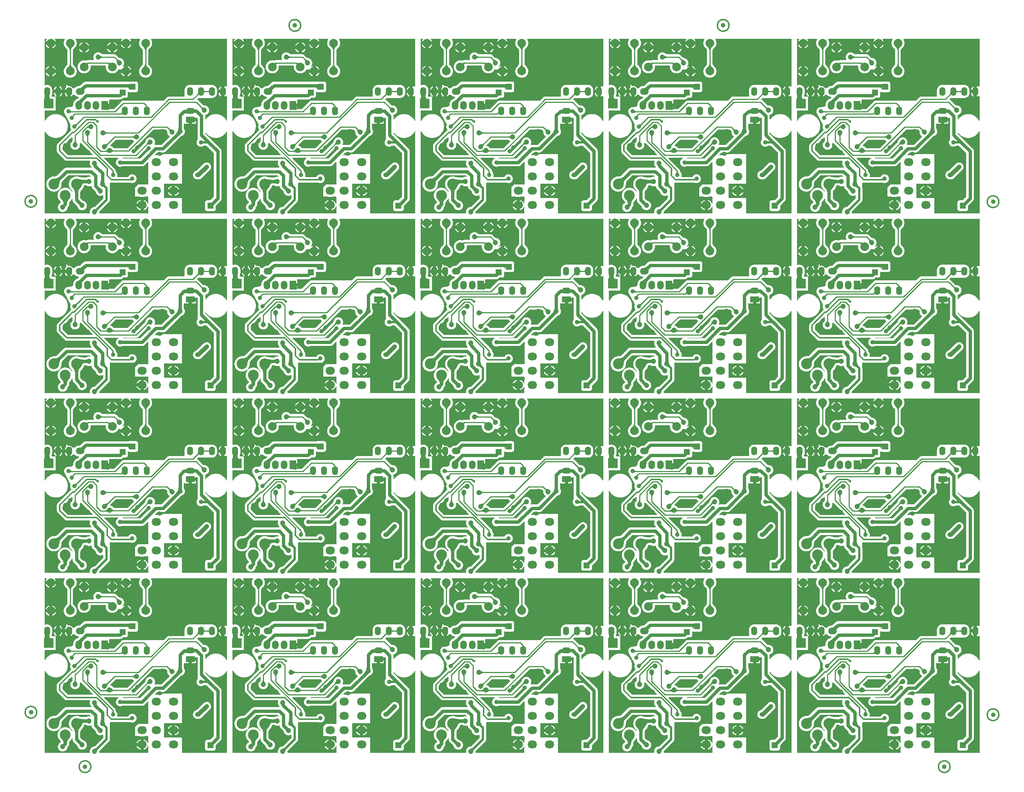
<source format=gbl>
G04*
G04 #@! TF.GenerationSoftware,Altium Limited,Altium Designer,23.8.1 (32)*
G04*
G04 Layer_Physical_Order=2*
G04 Layer_Color=16711680*
%FSTAX26Y26*%
%MOIN*%
G70*
G04*
G04 #@! TF.SameCoordinates,353E1745-25BD-4490-98DE-B48524D5EC12*
G04*
G04*
G04 #@! TF.FilePolarity,Positive*
G04*
G01*
G75*
%ADD10C,0.011811*%
%ADD11C,0.042047*%
%ADD25C,0.039370*%
%ADD26C,0.040000*%
%ADD28C,0.020000*%
%ADD29C,0.010000*%
%ADD32C,0.030000*%
%ADD40R,0.056725X0.057287*%
%ADD41O,0.086614X0.070866*%
%ADD42O,0.086614X0.070866*%
%ADD43R,0.078740X0.055118*%
%ADD44O,0.078740X0.055118*%
%ADD45O,0.055118X0.078740*%
%ADD46O,0.078740X0.059055*%
%ADD47O,0.059055X0.078740*%
%ADD48R,0.059055X0.078740*%
%ADD49C,0.078740*%
%ADD50R,0.090551X0.086614*%
%ADD51C,0.039370*%
%ADD52C,0.047244*%
%ADD53C,0.023622*%
%ADD54C,0.031496*%
%ADD55C,0.098425*%
G36*
X0781853Y06456178D02*
X07808379Y06444361D01*
X07805898Y06440809D01*
X07803867Y06437449D01*
X07802288Y06434284D01*
X0780116Y06431311D01*
X07800483Y06428532D01*
X07800258Y06425947D01*
X07790258D01*
X07790032Y06428532D01*
X07789355Y06431311D01*
X07788227Y06434284D01*
X07786648Y06437449D01*
X07784618Y06440809D01*
X07782136Y06444361D01*
X07779204Y06448107D01*
X07771985Y06456178D01*
X07767699Y06460504D01*
X07822817D01*
X0781853Y06456178D01*
D02*
G37*
G36*
X06105936D02*
X06095785Y06444361D01*
X06093303Y06440809D01*
X06091273Y06437449D01*
X06089694Y06434284D01*
X06088566Y06431311D01*
X06087889Y06428532D01*
X06087664Y06425947D01*
X06077664D01*
X06077438Y06428532D01*
X06076761Y06431311D01*
X06075633Y06434284D01*
X06074054Y06437449D01*
X06072024Y06440809D01*
X06069542Y06444361D01*
X0606661Y06448107D01*
X06059391Y06456178D01*
X06055105Y06460504D01*
X06110223D01*
X06105936Y06456178D01*
D02*
G37*
G36*
X04393342D02*
X04383191Y06444361D01*
X04380709Y06440809D01*
X04378679Y06437449D01*
X043771Y06434284D01*
X04375972Y06431311D01*
X04375295Y06428532D01*
X0437507Y06425947D01*
X0436507D01*
X04364844Y06428532D01*
X04364167Y06431311D01*
X04363039Y06434284D01*
X0436146Y06437449D01*
X0435943Y06440809D01*
X04356948Y06444361D01*
X04354016Y06448107D01*
X04346797Y06456178D01*
X04342511Y06460504D01*
X04397629D01*
X04393342Y06456178D01*
D02*
G37*
G36*
X02680749D02*
X02670597Y06444361D01*
X02668115Y06440809D01*
X02666085Y06437449D01*
X02664506Y06434284D01*
X02663378Y06431311D01*
X02662701Y06428532D01*
X02662476Y06425947D01*
X02652476D01*
X0265225Y06428532D01*
X02651573Y06431311D01*
X02650445Y06434284D01*
X02648866Y06437449D01*
X02646836Y06440809D01*
X02644354Y06444361D01*
X02641422Y06448107D01*
X02634203Y06456178D01*
X02629917Y06460504D01*
X02685035D01*
X02680749Y06456178D01*
D02*
G37*
G36*
X00968154D02*
X00958003Y06444361D01*
X00955521Y06440809D01*
X00953491Y06437449D01*
X00951912Y06434284D01*
X00950784Y06431311D01*
X00950107Y06428532D01*
X00949882Y06425947D01*
X00939882D01*
X00939656Y06428532D01*
X00938979Y06431311D01*
X00937851Y06434284D01*
X00936272Y06437449D01*
X00934242Y06440809D01*
X0093176Y06444361D01*
X00928828Y06448107D01*
X00921609Y06456178D01*
X00917323Y06460504D01*
X00972441D01*
X00968154Y06456178D01*
D02*
G37*
G36*
X07132546Y06456175D02*
X07122395Y06444357D01*
X07119913Y06440805D01*
X07117883Y06437446D01*
X07116304Y0643428D01*
X07115176Y06431308D01*
X07114499Y06428529D01*
X07114274Y06425943D01*
X07104274D01*
X07104048Y06428529D01*
X07103371Y06431308D01*
X07102243Y0643428D01*
X07100664Y06437446D01*
X07098634Y06440805D01*
X07096152Y06444357D01*
X0709322Y06448103D01*
X07086001Y06456175D01*
X07081714Y064605D01*
X07136833D01*
X07132546Y06456175D01*
D02*
G37*
G36*
X05419952D02*
X05409801Y06444357D01*
X05407319Y06440805D01*
X05405289Y06437446D01*
X0540371Y0643428D01*
X05402582Y06431308D01*
X05401905Y06428529D01*
X0540168Y06425943D01*
X0539168D01*
X05391454Y06428529D01*
X05390777Y06431308D01*
X05389649Y0643428D01*
X0538807Y06437446D01*
X0538604Y06440805D01*
X05383558Y06444357D01*
X05380626Y06448103D01*
X05373407Y06456175D01*
X0536912Y064605D01*
X05424239D01*
X05419952Y06456175D01*
D02*
G37*
G36*
X03707358D02*
X03697207Y06444357D01*
X03694725Y06440805D01*
X03692695Y06437446D01*
X03691116Y0643428D01*
X03689988Y06431308D01*
X03689311Y06428529D01*
X03689086Y06425943D01*
X03679086D01*
X0367886Y06428529D01*
X03678183Y06431308D01*
X03677055Y0643428D01*
X03675476Y06437446D01*
X03673446Y06440805D01*
X03670964Y06444357D01*
X03668032Y06448103D01*
X03660813Y06456175D01*
X03656526Y064605D01*
X03711645D01*
X03707358Y06456175D01*
D02*
G37*
G36*
X01994764D02*
X01984613Y06444357D01*
X01982131Y06440805D01*
X01980101Y06437446D01*
X01978522Y0643428D01*
X01977394Y06431308D01*
X01976717Y06428529D01*
X01976492Y06425943D01*
X01966492D01*
X01966266Y06428529D01*
X01965589Y06431308D01*
X01964461Y0643428D01*
X01962882Y06437446D01*
X01960852Y06440805D01*
X0195837Y06444357D01*
X01955438Y06448103D01*
X01948219Y06456175D01*
X01943932Y064605D01*
X01999051D01*
X01994764Y06456175D01*
D02*
G37*
G36*
X0028217D02*
X00272019Y06444357D01*
X00269537Y06440805D01*
X00267507Y06437446D01*
X00265928Y0643428D01*
X002648Y06431308D01*
X00264123Y06428529D01*
X00263897Y06425943D01*
X00253898D01*
X00253672Y06428529D01*
X00252995Y06431308D01*
X00251867Y0643428D01*
X00250288Y06437446D01*
X00248258Y06440805D01*
X00245776Y06444357D01*
X00242844Y06448103D01*
X00235625Y06456175D01*
X00231338Y064605D01*
X00286457D01*
X0028217Y06456175D01*
D02*
G37*
G36*
X07800483Y06292802D02*
X0780116Y06290023D01*
X07802288Y06287051D01*
X07803867Y06283885D01*
X07805898Y06280526D01*
X07808379Y06276973D01*
X07811312Y06273227D01*
X0781853Y06265156D01*
X07822817Y0626083D01*
X07767699D01*
X07771985Y06265156D01*
X07782136Y06276973D01*
X07784618Y06280526D01*
X07786648Y06283885D01*
X07788227Y06287051D01*
X07789355Y06290023D01*
X07790032Y06292802D01*
X07790258Y06295388D01*
X07800258D01*
X07800483Y06292802D01*
D02*
G37*
G36*
X06087889D02*
X06088566Y06290023D01*
X06089694Y06287051D01*
X06091273Y06283885D01*
X06093303Y06280526D01*
X06095785Y06276973D01*
X06098718Y06273227D01*
X06105936Y06265156D01*
X06110223Y0626083D01*
X06055105D01*
X06059391Y06265156D01*
X06069542Y06276973D01*
X06072024Y06280526D01*
X06074054Y06283885D01*
X06075633Y06287051D01*
X06076761Y06290023D01*
X06077438Y06292802D01*
X06077664Y06295388D01*
X06087664D01*
X06087889Y06292802D01*
D02*
G37*
G36*
X04375295D02*
X04375972Y06290023D01*
X043771Y06287051D01*
X04378679Y06283885D01*
X04380709Y06280526D01*
X04383191Y06276973D01*
X04386124Y06273227D01*
X04393342Y06265156D01*
X04397629Y0626083D01*
X04342511D01*
X04346797Y06265156D01*
X04356948Y06276973D01*
X0435943Y06280526D01*
X0436146Y06283885D01*
X04363039Y06287051D01*
X04364167Y06290023D01*
X04364844Y06292802D01*
X0436507Y06295388D01*
X0437507D01*
X04375295Y06292802D01*
D02*
G37*
G36*
X02662701D02*
X02663378Y06290023D01*
X02664506Y06287051D01*
X02666085Y06283885D01*
X02668115Y06280526D01*
X02670597Y06276973D01*
X0267353Y06273227D01*
X02680749Y06265156D01*
X02685035Y0626083D01*
X02629917D01*
X02634203Y06265156D01*
X02644354Y06276973D01*
X02646836Y06280526D01*
X02648866Y06283885D01*
X02650445Y06287051D01*
X02651573Y06290023D01*
X0265225Y06292802D01*
X02652476Y06295388D01*
X02662476D01*
X02662701Y06292802D01*
D02*
G37*
G36*
X00950107D02*
X00950784Y06290023D01*
X00951912Y06287051D01*
X00953491Y06283885D01*
X00955521Y06280526D01*
X00958003Y06276973D01*
X00960936Y06273227D01*
X00968154Y06265156D01*
X00972441Y0626083D01*
X00917323D01*
X00921609Y06265156D01*
X0093176Y06276973D01*
X00934242Y06280526D01*
X00936272Y06283885D01*
X00937851Y06287051D01*
X00938979Y06290023D01*
X00939656Y06292802D01*
X00939882Y06295388D01*
X00949882D01*
X00950107Y06292802D01*
D02*
G37*
G36*
X07114499Y06292798D02*
X07115176Y06290019D01*
X07116304Y06287047D01*
X07117883Y06283881D01*
X07119913Y06280522D01*
X07122395Y0627697D01*
X07125327Y06273224D01*
X07132546Y06265152D01*
X07136833Y06260827D01*
X07081714D01*
X07086001Y06265152D01*
X07096152Y0627697D01*
X07098634Y06280522D01*
X07100664Y06283881D01*
X07102243Y06287047D01*
X07103371Y06290019D01*
X07104048Y06292798D01*
X07104274Y06295384D01*
X07114274D01*
X07114499Y06292798D01*
D02*
G37*
G36*
X05401905D02*
X05402582Y06290019D01*
X0540371Y06287047D01*
X05405289Y06283881D01*
X05407319Y06280522D01*
X05409801Y0627697D01*
X05412733Y06273224D01*
X05419952Y06265152D01*
X05424239Y06260827D01*
X0536912D01*
X05373407Y06265152D01*
X05383558Y0627697D01*
X0538604Y06280522D01*
X0538807Y06283881D01*
X05389649Y06287047D01*
X05390777Y06290019D01*
X05391454Y06292798D01*
X0539168Y06295384D01*
X0540168D01*
X05401905Y06292798D01*
D02*
G37*
G36*
X03689311D02*
X03689988Y06290019D01*
X03691116Y06287047D01*
X03692695Y06283881D01*
X03694725Y06280522D01*
X03697207Y0627697D01*
X03700139Y06273224D01*
X03707358Y06265152D01*
X03711645Y06260827D01*
X03656526D01*
X03660813Y06265152D01*
X03670964Y0627697D01*
X03673446Y06280522D01*
X03675476Y06283881D01*
X03677055Y06287047D01*
X03678183Y06290019D01*
X0367886Y06292798D01*
X03679086Y06295384D01*
X03689086D01*
X03689311Y06292798D01*
D02*
G37*
G36*
X01976717D02*
X01977394Y06290019D01*
X01978522Y06287047D01*
X01980101Y06283881D01*
X01982131Y06280522D01*
X01984613Y0627697D01*
X01987545Y06273224D01*
X01994764Y06265152D01*
X01999051Y06260827D01*
X01943932D01*
X01948219Y06265152D01*
X0195837Y0627697D01*
X01960852Y06280522D01*
X01962882Y06283881D01*
X01964461Y06287047D01*
X01965589Y06290019D01*
X01966266Y06292798D01*
X01966492Y06295384D01*
X01976492D01*
X01976717Y06292798D01*
D02*
G37*
G36*
X00264123D02*
X002648Y06290019D01*
X00265928Y06287047D01*
X00267507Y06283881D01*
X00269537Y06280522D01*
X00272019Y0627697D01*
X00274951Y06273224D01*
X0028217Y06265152D01*
X00286457Y06260827D01*
X00231338D01*
X00235625Y06265152D01*
X00245776Y0627697D01*
X00248258Y06280522D01*
X00250288Y06283881D01*
X00251867Y06287047D01*
X00252995Y06290019D01*
X00253672Y06292798D01*
X00253898Y06295384D01*
X00263897D01*
X00264123Y06292798D01*
D02*
G37*
G36*
X08537935Y06093922D02*
X08514323D01*
X08513447Y06094285D01*
Y06048034D01*
Y06001782D01*
X08514335Y0600215D01*
X08514443Y06002207D01*
X08537935D01*
Y05781174D01*
X08532935Y05780043D01*
X08531803Y05782417D01*
X08529089Y05787414D01*
X08526118Y05792263D01*
X08522897Y05796949D01*
X08519435Y05801461D01*
X08515742Y05805785D01*
X08511827Y0580991D01*
X08507702Y05813825D01*
X08503378Y05817518D01*
X08498867Y0582098D01*
X0849418Y05824201D01*
X08489332Y05827172D01*
X08484334Y05829885D01*
X08479201Y05832333D01*
X08473948Y0583451D01*
X08468587Y05836408D01*
X08463135Y05838023D01*
X08457605Y05839351D01*
X08452013Y05840387D01*
X08446376Y05841129D01*
X08440706Y05841575D01*
X08435022Y05841724D01*
X08429337Y05841575D01*
X08423668Y05841129D01*
X0841803Y05840387D01*
X08412438Y05839351D01*
X08406909Y05838023D01*
X08401456Y05836408D01*
X08396096Y0583451D01*
X08390842Y05832333D01*
X08385709Y05829885D01*
X08380712Y05827172D01*
X08375863Y05824201D01*
X08371176Y0582098D01*
X08366665Y05817518D01*
X08362341Y05813825D01*
X08358216Y0580991D01*
X08354301Y05805785D01*
X08350608Y05801461D01*
X08347146Y05796949D01*
X0834411Y05792532D01*
X08343475Y05792442D01*
X0833911Y05794158D01*
Y058226D01*
X08338977Y05825654D01*
X08338578Y05828684D01*
X08338475Y05829146D01*
X08339825Y05833248D01*
X08342074Y05835109D01*
X08343569Y05835531D01*
X08346785Y05836717D01*
X08349898Y05838153D01*
X08352889Y05839828D01*
X08355739Y05841732D01*
X08358431Y05843854D01*
X08360948Y05846181D01*
X08363275Y05848698D01*
X08365397Y0585139D01*
X08367301Y0585424D01*
X08368976Y05857231D01*
X08370411Y05860344D01*
X08371598Y0586356D01*
X08372528Y05866859D01*
X08373197Y05870221D01*
X083736Y05873625D01*
X08373734Y0587705D01*
X083736Y05880475D01*
X08373197Y05883879D01*
X08372528Y05887241D01*
X08371598Y05890541D01*
X08370411Y05893756D01*
X08368976Y05896869D01*
X08367301Y0589986D01*
X08365397Y0590271D01*
X08363275Y05905402D01*
X08360948Y05907919D01*
X08358431Y05910246D01*
X08355739Y05912368D01*
X08352889Y05914273D01*
X08349898Y05915948D01*
X08346785Y05917383D01*
X08343569Y05918569D01*
X0834027Y059195D01*
X08336908Y05920168D01*
X08333504Y05920571D01*
X08330547Y05920687D01*
X08330498Y05920692D01*
X08330122Y05920704D01*
X08330079Y05920706D01*
X08330075Y05920706D01*
X08325178Y05920866D01*
X08323768Y05921019D01*
X08322461Y05921238D01*
X08321504Y05921466D01*
X08320901Y05921659D01*
X08320866Y05921674D01*
X08272801Y05969739D01*
X08270707Y0597161D01*
X08268417Y05973235D01*
X08266954Y05974043D01*
X08265922Y05977103D01*
X08265879Y05980039D01*
X08274467Y05988627D01*
X08398462D01*
X08402197Y05988774D01*
X08405908Y05989213D01*
X08409573Y05989942D01*
X0841317Y05990956D01*
X08416676Y0599225D01*
X0842007Y05993814D01*
X08423331Y05995641D01*
X08426438Y05997717D01*
X08429373Y0600003D01*
X08432118Y06002567D01*
X08434654Y06005312D01*
X08436968Y06008246D01*
X08439044Y06011354D01*
X0844087Y06014614D01*
X08442435Y06018008D01*
X08443728Y06021515D01*
X08444743Y06025111D01*
X08445472Y06028777D01*
X08445911Y06032488D01*
X08446058Y06036222D01*
Y06059845D01*
X08445911Y06063579D01*
X08445472Y0606729D01*
X08444743Y06070956D01*
X08443728Y06074553D01*
X08442435Y06078059D01*
X0844087Y06081453D01*
X08439044Y06084713D01*
X08436968Y06087821D01*
X08434654Y06090756D01*
X08432118Y060935D01*
X08429373Y06096037D01*
X08426438Y0609835D01*
X08423331Y06100427D01*
X0842007Y06102253D01*
X08416676Y06103817D01*
X0841317Y06105111D01*
X08409573Y06106125D01*
X08405908Y06106854D01*
X08402197Y06107294D01*
X08398462Y0610744D01*
X08198462D01*
X08194728Y06107294D01*
X08191017Y06106854D01*
X08187351Y06106125D01*
X08183754Y06105111D01*
X08180248Y06103817D01*
X08176854Y06102253D01*
X08173594Y06100427D01*
X08170486Y0609835D01*
X08167551Y06096037D01*
X08164807Y060935D01*
X0816227Y06090756D01*
X08159957Y06087821D01*
X0815788Y06084713D01*
X08156054Y06081453D01*
X0815449Y06078059D01*
X08153196Y06074553D01*
X08152182Y06070956D01*
X08151453Y0606729D01*
X08151013Y06063579D01*
X08150867Y06059845D01*
Y06036222D01*
Y06001462D01*
X08007947D01*
X08005143Y06001304D01*
X08002375Y06000834D01*
X07999677Y06000057D01*
X07997083Y05998982D01*
X07994625Y05997624D01*
X07992335Y05995999D01*
X07990241Y05994128D01*
X07963554Y0596744D01*
X07959713Y05964873D01*
Y05964873D01*
X07959713Y05964873D01*
X0778505D01*
X0778505Y05964873D01*
X07780102Y05964831D01*
X07592807D01*
X07590003Y05964674D01*
X07587235Y05964203D01*
X07584537Y05963426D01*
X07581943Y05962351D01*
X07579485Y05960993D01*
X07577195Y05959368D01*
X07575101Y05957497D01*
X07505063Y05887459D01*
X0746243D01*
Y05906983D01*
X07422902D01*
Y05936983D01*
X0746243D01*
Y05971353D01*
X07465469Y05975094D01*
X07561582D01*
X07564635Y05975227D01*
X07567665Y05975626D01*
X07570649Y05976288D01*
X07573564Y05977207D01*
X07576388Y05978377D01*
X07577463Y05978936D01*
X07579099Y05979788D01*
X07581676Y0598143D01*
X07584101Y0598329D01*
X07586354Y05985355D01*
X07591095Y05990096D01*
X07614238D01*
X07616481Y05990222D01*
X07618695Y05990598D01*
X07620854Y0599122D01*
X07622929Y0599208D01*
X07624895Y05993166D01*
X07626727Y05994466D01*
X07628402Y05995963D01*
X07629899Y05997638D01*
X07631199Y0599947D01*
X07632286Y06001436D01*
X07633145Y06003511D01*
X07633767Y0600567D01*
X07634143Y06007885D01*
X07634269Y06010127D01*
Y0604129D01*
X07635303Y06042407D01*
X07636292Y06043087D01*
X07639269Y06043938D01*
X07639574Y06043769D01*
X07640279Y06043352D01*
X07640555Y06043227D01*
X07640822Y0604308D01*
X07641579Y06042766D01*
X07642327Y06042429D01*
X07642616Y06042336D01*
X07642897Y0604222D01*
X07643686Y06041993D01*
X07644466Y06041742D01*
X07644763Y06041682D01*
X07645056Y06041598D01*
X07645864Y06041461D01*
X07646668Y06041299D01*
X07646971Y06041273D01*
X0764727Y06041222D01*
X07648088Y06041176D01*
X07648906Y06041105D01*
X0764921Y06041113D01*
X07649513Y06041096D01*
X07706238D01*
X07708481Y06041222D01*
X07710695Y06041598D01*
X07712854Y0604222D01*
X07714929Y0604308D01*
X07716895Y06044166D01*
X07718727Y06045466D01*
X07720402Y06046963D01*
X07721899Y06048638D01*
X07723199Y0605047D01*
X07724286Y06052436D01*
X07725145Y06054511D01*
X07725767Y0605667D01*
X07726143Y06058885D01*
X07726269Y06061127D01*
Y06118414D01*
X07726143Y06120657D01*
X07725767Y06122872D01*
X07725145Y0612503D01*
X07724286Y06127105D01*
X07723199Y06129072D01*
X07721899Y06130904D01*
X07720402Y06132578D01*
X07718727Y06134075D01*
X07716895Y06135375D01*
X07714929Y06136462D01*
X07712854Y06137322D01*
X07710695Y06137943D01*
X07708481Y0613832D01*
X07706238Y06138446D01*
X07649513D01*
X07649211Y06138429D01*
X07648906Y06138436D01*
X07648086Y06138365D01*
X0764727Y0613832D01*
X07646971Y06138269D01*
X07646668Y06138243D01*
X07645864Y06138081D01*
X07645056Y06137943D01*
X07644763Y06137859D01*
X07644466Y06137799D01*
X07643686Y06137549D01*
X07642897Y06137322D01*
X07642616Y06137205D01*
X07642542Y06137181D01*
X07252579D01*
X07252577Y06137181D01*
X07249523Y06137048D01*
X07246493Y06136649D01*
X07243509Y06135988D01*
X07240595Y06135069D01*
X07237771Y06133899D01*
X0723506Y06132488D01*
X07232482Y06130846D01*
X07230058Y06128985D01*
X07227804Y0612692D01*
X07227803Y06126919D01*
X07220251Y06119367D01*
X0720752Y06107433D01*
X07202392Y06103199D01*
X07197841Y06099851D01*
X07194266Y06097599D01*
X0718862D01*
X07184731Y06097447D01*
X07180866Y06096989D01*
X07177049Y0609623D01*
X07173303Y06095173D01*
X07169652Y06093826D01*
X07166117Y06092197D01*
X07162722Y06090295D01*
X07159486Y06088133D01*
X07156429Y06085724D01*
X07153572Y06083082D01*
X0715093Y06080224D01*
X07149683Y06078642D01*
X0713102D01*
X07129258Y06081408D01*
X07127262Y0608401D01*
X07125046Y06086428D01*
X07122628Y06088644D01*
X07120026Y06090641D01*
X0711726Y06092403D01*
X0711435Y06093917D01*
X0711132Y06095172D01*
X07108193Y06096158D01*
X07104991Y06096868D01*
X07101739Y06097296D01*
X07098462Y0609744D01*
X07095186Y06097296D01*
X07091934Y06096868D01*
X07088732Y06096158D01*
X07088462Y06096074D01*
X07083462Y06099405D01*
Y0610744D01*
X07072396D01*
Y06086902D01*
X07071879Y06086428D01*
X07069663Y0608401D01*
X07067666Y06081408D01*
X07065904Y06078642D01*
X0706439Y06075733D01*
X07063135Y06072703D01*
X07062149Y06069575D01*
X07061439Y06066373D01*
X07061011Y06063121D01*
X07061007Y06063034D01*
X07098462D01*
Y06048034D01*
X07113462D01*
Y06001782D01*
X0711435Y0600215D01*
X0711726Y06003664D01*
X07120026Y06005427D01*
X07122628Y06007423D01*
X07125046Y06009639D01*
X07127262Y06012057D01*
X07129258Y06014659D01*
X0713102Y06017425D01*
X07149683D01*
X0715093Y06015843D01*
X07153572Y06012985D01*
X07156429Y06010343D01*
X07159486Y06007934D01*
X07162722Y06005772D01*
X07166117Y0600387D01*
X07169652Y06002241D01*
X07173303Y06000894D01*
X07177049Y05999837D01*
X07180866Y05999078D01*
X07184731Y05998621D01*
X07187316Y05998519D01*
X07188997Y05995404D01*
X07189235Y05993468D01*
X07182395Y05987074D01*
X07179871Y05984972D01*
X07174607Y05981061D01*
X0717282Y05979923D01*
X07171244Y05979047D01*
X07170142Y05978534D01*
X07168574Y05977968D01*
X07168436Y0597791D01*
X07168291Y05977864D01*
X07167855Y05977671D01*
X07167714Y05977618D01*
X07167254Y05977406D01*
X07166507Y05977089D01*
X07166376Y05977015D01*
X07166238Y05976953D01*
X07166117Y05976882D01*
X07164179Y05975989D01*
X07160784Y05974087D01*
X07157548Y05971925D01*
X07154491Y05969516D01*
X07151633Y05966874D01*
X07148992Y05964016D01*
X07146582Y0596096D01*
X0714442Y05957724D01*
X07142518Y05954328D01*
X07140889Y05950794D01*
X07139542Y05947142D01*
X07138485Y05943397D01*
X07137726Y05939579D01*
X07137269Y05935715D01*
X07137116Y05931826D01*
Y0592674D01*
X07136682Y05921983D01*
X07121843Y05907145D01*
X0710629D01*
Y05907145D01*
X07101289Y05904392D01*
X07099697Y05904745D01*
X07096261Y05905198D01*
X07092799Y05905349D01*
X07089337Y05905198D01*
X07085901Y05904745D01*
X07082518Y05903995D01*
X07079213Y05902953D01*
X07076011Y05901627D01*
X07072938Y05900027D01*
X07070015Y05898165D01*
X07067266Y05896055D01*
X07064711Y05893714D01*
X0706237Y05891159D01*
X0706026Y0588841D01*
X07058398Y05885487D01*
X07056798Y05882413D01*
X07055472Y05879212D01*
X0705443Y05875907D01*
X0705368Y05872524D01*
X07053227Y05869088D01*
X07053076Y05865626D01*
X07053227Y05862164D01*
X0705368Y05858728D01*
X0705443Y05855345D01*
X07055472Y0585204D01*
X07056798Y05848838D01*
X07058398Y05845765D01*
X07058835Y05845078D01*
X07086645Y05793753D01*
X0708719Y05792024D01*
X07088516Y05788822D01*
X07090116Y05785748D01*
X07091978Y05782826D01*
X07093977Y05780221D01*
X07110007Y05750636D01*
Y05750636D01*
X07113397Y05747496D01*
X07112176Y05745152D01*
X0711085Y0574195D01*
X07109808Y05738645D01*
X07109058Y05735262D01*
X07108606Y05731826D01*
X07108455Y05728364D01*
X07108606Y05724902D01*
X07109058Y05721466D01*
X07109808Y05718083D01*
X0711085Y05714778D01*
X07112176Y05711577D01*
X07113776Y05708503D01*
X07115639Y0570558D01*
X07117748Y05702831D01*
X07118461Y05702053D01*
X07118505Y05698649D01*
X07118115Y05697005D01*
X07117454Y05695909D01*
X07116349Y05695247D01*
X07114305Y0569373D01*
X07112419Y05692021D01*
X06995362Y05574964D01*
X06993652Y05573078D01*
X06992136Y05571034D01*
X06990828Y0556885D01*
X06989739Y0556655D01*
X06988882Y05564153D01*
X06988263Y05561684D01*
X0698789Y05559166D01*
X06987765Y05556624D01*
Y05506659D01*
X0698789Y05504117D01*
X06988263Y05501599D01*
X06988882Y0549913D01*
X06989739Y05496734D01*
X06990828Y05494433D01*
X06992136Y05492249D01*
X06993652Y05490205D01*
X06995362Y05488319D01*
X07060298Y05423382D01*
X07062184Y05421673D01*
X07064229Y05420157D01*
X07066412Y05418848D01*
X07068713Y0541776D01*
X07071109Y05416903D01*
X07073578Y05416284D01*
X07076096Y05415911D01*
X07078639Y05415786D01*
X07287711D01*
X07290911Y05410786D01*
X07290877Y05410712D01*
X07289691Y05407496D01*
X07288761Y05404197D01*
X07288092Y05400835D01*
X07287689Y05397431D01*
X07287554Y05394006D01*
X07287689Y05390581D01*
X07288092Y05387177D01*
X07288761Y05383815D01*
X07289691Y05380516D01*
X07290877Y053773D01*
X07292312Y05374187D01*
X07293987Y05371196D01*
X07295892Y05368346D01*
X07298014Y05365654D01*
X07300341Y05363137D01*
X0730063Y05362869D01*
X0730067Y0536269D01*
X07301589Y05359775D01*
X07302233Y0535822D01*
X07300534Y05354712D01*
X07299387Y05353557D01*
X07299006Y05353332D01*
X07075203D01*
X0707215Y05353199D01*
X0706912Y053528D01*
X07066136Y05352138D01*
X07063221Y05351219D01*
X07060398Y0535005D01*
X07059322Y0534949D01*
X07057687Y05348639D01*
X07055109Y05346996D01*
X07052685Y05345136D01*
X07050431Y05343071D01*
X06990748Y05283388D01*
X06988512Y05281341D01*
X06986456Y05279771D01*
X06984255Y05278385D01*
X06981871Y05277165D01*
X06979267Y05276104D01*
X06976405Y05275206D01*
X06973254Y05274484D01*
X06969793Y05273956D01*
X06966009Y05273641D01*
X0696148Y05273551D01*
X06961215Y0527356D01*
X06956686Y05273412D01*
X06952176Y05272968D01*
X06947705Y0527223D01*
X06943292Y052712D01*
X06938956Y05269885D01*
X06934715Y05268289D01*
X06930587Y05266419D01*
X0692659Y05264282D01*
X06922742Y05261889D01*
X06919059Y0525925D01*
X06915556Y05256375D01*
X06912248Y05253277D01*
X06909151Y0524997D01*
X06906276Y05246467D01*
X06903636Y05242783D01*
X06901243Y05238935D01*
X06899107Y05234939D01*
X06897237Y05230811D01*
X06895641Y0522657D01*
X06894325Y05222234D01*
X06893296Y0521782D01*
X06892558Y05213349D01*
X06892114Y0520884D01*
X06891966Y0520431D01*
X06892114Y05199781D01*
X06892558Y05195271D01*
X06893296Y05190801D01*
X06894325Y05186387D01*
X06895641Y05182051D01*
X06897237Y0517781D01*
X06899107Y05173682D01*
X06901243Y05169685D01*
X06903636Y05165837D01*
X06906276Y05162154D01*
X06909151Y05158651D01*
X06912248Y05155343D01*
X06915556Y05152246D01*
X06919059Y05149371D01*
X06922742Y05146731D01*
X0692659Y05144338D01*
X06930587Y05142202D01*
X06934715Y05140332D01*
X06938956Y05138736D01*
X06943292Y0513742D01*
X06947705Y05136391D01*
X06952176Y05135653D01*
X06956686Y05135209D01*
X06961215Y05135061D01*
X06965744Y05135209D01*
X06970254Y05135653D01*
X06974725Y05136391D01*
X06979138Y0513742D01*
X06983475Y05138736D01*
X06987716Y05140332D01*
X06991843Y05142202D01*
X0699584Y05144338D01*
X06999688Y05146731D01*
X07003372Y05149371D01*
X07006875Y05152246D01*
X07010182Y05155343D01*
X0701328Y05158651D01*
X07016155Y05162154D01*
X07018794Y05165837D01*
X07021187Y05169685D01*
X07023323Y05173682D01*
X07025194Y0517781D01*
X0702679Y05182051D01*
X07028105Y05186387D01*
X07029134Y05190801D01*
X07029872Y05195271D01*
X07030317Y05199781D01*
X07030465Y0520431D01*
X07030456Y05204575D01*
X07030546Y05209105D01*
X0703086Y05212888D01*
X07031389Y0521635D01*
X07032111Y052195D01*
X07033008Y05222362D01*
X0703407Y05224967D01*
X0703529Y0522735D01*
X07036676Y05229551D01*
X07038245Y05231607D01*
X07040293Y05233844D01*
X07089715Y05283265D01*
X07285034D01*
X07293382Y05274918D01*
X07291107Y05270642D01*
X07290791Y05270438D01*
X07287617Y05271069D01*
X07284213Y05271472D01*
X07280788Y05271607D01*
X07277363Y05271472D01*
X07273958Y05271069D01*
X07270597Y052704D01*
X07267297Y0526947D01*
X07264082Y05268283D01*
X07260968Y05266848D01*
X07257978Y05265173D01*
X07255215Y05263327D01*
X07250313Y05262994D01*
X07248617Y05262984D01*
X07239133D01*
X07226794Y05263283D01*
X07221571Y05263616D01*
X07205495Y05265595D01*
X07201363Y05266388D01*
X07192466Y05268625D01*
X07188644Y05269845D01*
X07188536Y05269885D01*
X07184199Y052712D01*
X07179786Y0527223D01*
X07175315Y05272968D01*
X07170805Y05273412D01*
X07166276Y0527356D01*
X07161747Y05273412D01*
X07157237Y05272968D01*
X07152766Y0527223D01*
X07148353Y052712D01*
X07144017Y05269885D01*
X07139775Y05268289D01*
X07135648Y05266419D01*
X07131651Y05264282D01*
X07127803Y05261889D01*
X0712412Y0525925D01*
X07120617Y05256375D01*
X07117309Y05253277D01*
X07114212Y0524997D01*
X07111337Y05246467D01*
X07108697Y05242783D01*
X07106304Y05238935D01*
X07104168Y05234939D01*
X07102298Y05230811D01*
X07100702Y0522657D01*
X07099386Y05222234D01*
X07098357Y0521782D01*
X07097619Y05213349D01*
X07097175Y0520884D01*
X07097026Y0520431D01*
X07097175Y05199781D01*
X07097619Y05195271D01*
X07098357Y05190801D01*
X07099386Y05186387D01*
X07100702Y05182051D01*
X07102298Y0517781D01*
X07104168Y05173682D01*
X07106304Y05169685D01*
X07108697Y05165837D01*
X07111337Y05162154D01*
X07114212Y05158651D01*
X07117309Y05155343D01*
X07117501Y05155164D01*
X07120642Y05151897D01*
X07123095Y05148998D01*
X07125168Y05146178D01*
X07126885Y0514344D01*
X07128276Y05140779D01*
X07129065Y05138905D01*
X07128962Y051372D01*
X07123886Y05136089D01*
X07123718Y05136405D01*
X07121325Y05140253D01*
X07118685Y05143936D01*
X0711581Y05147439D01*
X07112713Y05150747D01*
X07109405Y05153845D01*
X07105902Y05156719D01*
X07102219Y05159359D01*
X07098371Y05161752D01*
X07094374Y05163888D01*
X07090246Y05165758D01*
X07086005Y05167355D01*
X07081669Y0516867D01*
X07077256Y05169699D01*
X07072785Y05170437D01*
X07068275Y05170881D01*
X07063746Y0517103D01*
X07059217Y05170881D01*
X07054707Y05170437D01*
X07050236Y05169699D01*
X07045823Y0516867D01*
X07041486Y05167355D01*
X07037245Y05165758D01*
X07033117Y05163888D01*
X07029121Y05161752D01*
X07025273Y05159359D01*
X07021589Y05156719D01*
X07018086Y05153845D01*
X07014779Y05150747D01*
X07011681Y05147439D01*
X07008806Y05143936D01*
X07006167Y05140253D01*
X07003774Y05136405D01*
X07001637Y05132408D01*
X06999767Y05128281D01*
X06998171Y05124039D01*
X06996856Y05119703D01*
X06995827Y0511529D01*
X06995088Y05110819D01*
X06994644Y05106309D01*
X06994496Y0510178D01*
X06994644Y05097251D01*
X06995088Y05092741D01*
X06995827Y0508827D01*
X06996856Y05083857D01*
X06998171Y0507952D01*
X06999767Y05075279D01*
X07001637Y05071152D01*
X07003774Y05067155D01*
X07006167Y05063307D01*
X07008806Y05059623D01*
X07011681Y0505612D01*
X07014779Y05052813D01*
X07014971Y05052633D01*
X07018111Y05049366D01*
X07020565Y05046468D01*
X07022637Y05043648D01*
X07024355Y05040909D01*
X07024793Y0504007D01*
X07024455Y05036983D01*
X07023426Y05034166D01*
X07021072Y05033081D01*
X07018081Y05031406D01*
X07015231Y05029501D01*
X07012539Y05027379D01*
X07010022Y05025052D01*
X07007695Y05022535D01*
X07005573Y05019843D01*
X07003668Y05016993D01*
X07001993Y05014002D01*
X07000558Y05010889D01*
X06999372Y05007673D01*
X06998441Y05004374D01*
X06997773Y05001012D01*
X0699737Y04997608D01*
X06997235Y04994183D01*
X0699737Y04990758D01*
X06997773Y04987354D01*
X06998441Y04983992D01*
X06999372Y04980693D01*
X07000558Y04977477D01*
X07001993Y04974364D01*
X07003668Y04971373D01*
X07005573Y04968523D01*
X07007695Y04965831D01*
X07010022Y04963314D01*
X07012539Y04960987D01*
X07015231Y04958865D01*
X07018081Y04956961D01*
X07021072Y04955286D01*
X07024185Y0495385D01*
X070274Y04952664D01*
X070307Y04951734D01*
X07034061Y04951065D01*
X07037466Y04950662D01*
X07040891Y04950527D01*
X07044316Y04950662D01*
X0704772Y04951065D01*
X07051082Y04951734D01*
X07054381Y04952664D01*
X07057597Y0495385D01*
X0706071Y04955286D01*
X07063701Y04956961D01*
X07066551Y04958865D01*
X07069243Y04960987D01*
X0707176Y04963314D01*
X07074087Y04965831D01*
X07076209Y04968523D01*
X07078113Y04971373D01*
X07079788Y04974364D01*
X07081223Y04977477D01*
X0708241Y04980693D01*
X0708334Y04983992D01*
X07084009Y04987354D01*
X07084412Y04990758D01*
X07084442Y04991531D01*
X07088518Y04995606D01*
X07090583Y0499786D01*
X07092443Y05000284D01*
X07094086Y05002862D01*
X07094937Y05004498D01*
X07095497Y05005573D01*
X07096666Y05008397D01*
X07097585Y05011311D01*
X07098247Y05014295D01*
X07098646Y05017325D01*
X07098779Y05020379D01*
Y05024981D01*
X07098913Y0502801D01*
X07099257Y05030573D01*
X07099833Y0503311D01*
X07100655Y05035658D01*
X07101746Y05038248D01*
X07103136Y05040909D01*
X07104854Y05043648D01*
X07106926Y05046467D01*
X0710938Y05049366D01*
X0711252Y05052632D01*
X07112713Y05052813D01*
X0711581Y0505612D01*
X07118685Y05059623D01*
X07121325Y05063307D01*
X07123718Y05067155D01*
X07125854Y05071152D01*
X07126243Y0507201D01*
X07131243Y0507093D01*
Y05060123D01*
X07131376Y05057069D01*
X07131775Y05054039D01*
X07132437Y05051056D01*
X07133356Y05048141D01*
X07134525Y05045317D01*
X07135936Y05042606D01*
X07137579Y05040029D01*
X07139439Y05037604D01*
X07141504Y0503535D01*
X07169714Y0500714D01*
X07171138Y05005701D01*
X07174202Y05002428D01*
X07174804Y04999402D01*
X07175734Y04996102D01*
X07176921Y04992887D01*
X07178356Y04989774D01*
X0718003Y04986783D01*
X07181935Y04983933D01*
X07184057Y04981241D01*
X07186384Y04978724D01*
X07188901Y04976397D01*
X07191593Y04974275D01*
X07194443Y0497237D01*
X07197434Y04970695D01*
X07200547Y0496926D01*
X07203763Y04968074D01*
X07207062Y04967143D01*
X07210424Y04966475D01*
X07213828Y04966072D01*
X07217253Y04965937D01*
X07220678Y04966072D01*
X07224082Y04966475D01*
X07227444Y04967143D01*
X07230743Y04968074D01*
X07233959Y0496926D01*
X07237072Y04970695D01*
X07240063Y0497237D01*
X07242913Y04974275D01*
X07245605Y04976397D01*
X07248122Y04978724D01*
X07250449Y04981241D01*
X07252571Y04983933D01*
X07254476Y04986783D01*
X07256151Y04989774D01*
X07257586Y04992887D01*
X07258772Y04996102D01*
X07259703Y04999402D01*
X07260371Y05002764D01*
X07260774Y05006168D01*
X07260909Y05009593D01*
X07260774Y05013018D01*
X07260371Y05016422D01*
X07259703Y05019784D01*
X07258772Y05023083D01*
X07257586Y05026299D01*
X07256151Y05029412D01*
X07254476Y05032403D01*
X07252571Y05035253D01*
X07250449Y05037945D01*
X07248122Y05040462D01*
X07245605Y05042789D01*
X07242913Y05044911D01*
X07240063Y05046815D01*
X07237072Y0504849D01*
X07233959Y05049926D01*
X07230743Y05051112D01*
X07227444Y05052042D01*
X07224082Y05052711D01*
X07223568Y05052772D01*
X07220141Y05055818D01*
X07218866Y05057078D01*
X0720131Y05074634D01*
Y05127511D01*
X07201443Y0513054D01*
X07201788Y05133104D01*
X07202364Y05135641D01*
X07203186Y05138188D01*
X07204277Y05140779D01*
X07205667Y0514344D01*
X07207384Y05146178D01*
X07209457Y05148997D01*
X0721191Y05151896D01*
X0721505Y05155163D01*
X07215243Y05155343D01*
X07218341Y05158651D01*
X07221216Y05162154D01*
X07223855Y05165837D01*
X07226248Y05169685D01*
X07228384Y05173682D01*
X07230255Y0517781D01*
X07231851Y05182051D01*
X07232571Y05184424D01*
X07232615Y05184533D01*
X07233653Y05187588D01*
X07234356Y0518906D01*
X07234993Y05190037D01*
X07235553Y05190674D01*
X07236113Y05191144D01*
X07236824Y05191578D01*
X07237869Y05192023D01*
X07239403Y05192447D01*
X07241528Y0519277D01*
X07244682Y05192918D01*
X07248392D01*
X07252917Y05192863D01*
X07254951Y05192772D01*
X07255128Y05192633D01*
X07257978Y05190728D01*
X07260968Y05189053D01*
X07264082Y05187618D01*
X07267297Y05186432D01*
X07270597Y05185501D01*
X07273958Y05184833D01*
X07277363Y0518443D01*
X07280788Y05184295D01*
X07284213Y0518443D01*
X07287617Y05184833D01*
X07290979Y05185501D01*
X07294278Y05186432D01*
X07297494Y05187618D01*
X07298209Y05187948D01*
X07298764Y05187904D01*
X07302989Y0518537D01*
X07303327Y05184846D01*
X07303342Y05184502D01*
X07303741Y05181471D01*
X07304403Y05178488D01*
X07305322Y05175573D01*
X07306491Y05172749D01*
X07307051Y05171674D01*
X07307903Y05170038D01*
X07309545Y05167461D01*
X07311405Y05165036D01*
X0731347Y05162783D01*
X07336854Y05139399D01*
X07340011Y05136166D01*
X07341386Y05134661D01*
X07341412Y05134438D01*
X07342081Y05131076D01*
X07343011Y05127776D01*
X07344198Y05124561D01*
X07345633Y05121448D01*
X07347308Y05118457D01*
X07349212Y05115607D01*
X07351334Y05112915D01*
X07353661Y05110398D01*
X07356178Y05108071D01*
X0735887Y05105949D01*
X0736172Y05104044D01*
X07364711Y05102369D01*
X07367824Y05100934D01*
X0737104Y05099748D01*
X07374339Y05098817D01*
X07377701Y05098149D01*
X07381105Y05097746D01*
X0738453Y05097611D01*
X07387956Y05097746D01*
X0739136Y05098149D01*
X07394722Y05098817D01*
X07398021Y05099748D01*
X07401237Y05100934D01*
X0740435Y05102369D01*
X07406174Y05103391D01*
X07409505Y05102095D01*
X07411174Y05100592D01*
Y05074483D01*
X07335196Y04998505D01*
X07334202Y04997563D01*
X07333388Y04996878D01*
X07332707Y04996376D01*
X07332172Y04996037D01*
X0733179Y04995833D01*
X07331556Y04995732D01*
X0733149Y0499571D01*
X07330684Y04995679D01*
X07330632Y04995674D01*
X07327785Y04995562D01*
X07324381Y04995159D01*
X07321019Y04994491D01*
X0731772Y0499356D01*
X07314504Y04992374D01*
X07311391Y04990939D01*
X073084Y04989264D01*
X0730555Y04987359D01*
X07302858Y04985237D01*
X07300341Y0498291D01*
X07298014Y04980393D01*
X07295892Y04977702D01*
X07293987Y04974851D01*
X07292312Y04971861D01*
X07290877Y04968748D01*
X07289691Y04965532D01*
X07288761Y04962233D01*
X07288092Y04958871D01*
X07287689Y04955467D01*
X07287554Y04952041D01*
X07287689Y04948616D01*
X07288092Y04945212D01*
X07288441Y04943459D01*
X0728633Y04939906D01*
X07284522Y04938459D01*
X06875415D01*
Y05685034D01*
X06880415Y05686166D01*
X06881548Y05683792D01*
X06884261Y05678794D01*
X06887232Y05673946D01*
X06890453Y05669259D01*
X06893915Y05664748D01*
X06897608Y05660423D01*
X06901523Y05656298D01*
X06905648Y05652384D01*
X06909972Y05648691D01*
X06914483Y05645229D01*
X0691917Y05642008D01*
X06924019Y05639037D01*
X06929016Y05636323D01*
X06934149Y05633875D01*
X06939403Y05631699D01*
X06944763Y05629801D01*
X06950216Y05628185D01*
X06955745Y05626858D01*
X06961337Y05625822D01*
X06966975Y05625079D01*
X06972644Y05624633D01*
X06978329Y05624484D01*
X06984013Y05624633D01*
X06989682Y05625079D01*
X0699532Y05625822D01*
X07000912Y05626858D01*
X07006441Y05628185D01*
X07011894Y05629801D01*
X07017255Y05631699D01*
X07022508Y05633875D01*
X07027641Y05636323D01*
X07032639Y05639037D01*
X07037487Y05642008D01*
X07042174Y05645229D01*
X07046685Y05648691D01*
X0705101Y05652384D01*
X07055135Y05656298D01*
X07059049Y05660423D01*
X07062742Y05664748D01*
X07066204Y05669259D01*
X07069425Y05673946D01*
X07072396Y05678794D01*
X0707511Y05683792D01*
X07077558Y05688925D01*
X07079734Y05694178D01*
X07081632Y05699539D01*
X07083247Y05704991D01*
X07084575Y05710521D01*
X07085611Y05716112D01*
X07086354Y0572175D01*
X070868Y0572742D01*
X07086949Y05733104D01*
X070868Y05738789D01*
X07086354Y05744458D01*
X07085611Y05750096D01*
X07084575Y05755688D01*
X07083247Y05761217D01*
X07081632Y0576667D01*
X07079734Y0577203D01*
X07077558Y05777284D01*
X0707511Y05782417D01*
X07072396Y05787414D01*
X07069425Y05792263D01*
X07066204Y05796949D01*
X07062742Y05801461D01*
X07059049Y05805785D01*
X07055135Y0580991D01*
X0705101Y05813825D01*
X07046685Y05817518D01*
X07042174Y0582098D01*
X07037487Y05824201D01*
X07032639Y05827172D01*
X07027641Y05829885D01*
X07022508Y05832333D01*
X07017255Y0583451D01*
X07011894Y05836408D01*
X07006441Y05838023D01*
X07000912Y05839351D01*
X0699532Y05840387D01*
X06989682Y05841129D01*
X06984013Y05841575D01*
X06978329Y05841724D01*
X06972644Y05841575D01*
X06966975Y05841129D01*
X06961337Y05840387D01*
X06955745Y05839351D01*
X06950216Y05838023D01*
X06944763Y05836408D01*
X06939403Y0583451D01*
X06934149Y05832333D01*
X06929016Y05829885D01*
X06924019Y05827172D01*
X0691917Y05824201D01*
X06914483Y0582098D01*
X06909972Y05817518D01*
X06905648Y05813825D01*
X06901523Y0580991D01*
X06897608Y05805785D01*
X06893915Y05801461D01*
X06890453Y05796949D01*
X06887232Y05792263D01*
X06884261Y05787414D01*
X06881548Y05782417D01*
X06880415Y05780043D01*
X06875415Y05781174D01*
Y05872389D01*
X06977632D01*
Y05999003D01*
X06940938D01*
X06940683Y05999628D01*
X06939862Y06002685D01*
X069396Y06004262D01*
X06940265Y06010138D01*
X06940764Y06012939D01*
X06941269Y06015054D01*
X06941626Y06016161D01*
X06942223Y06017497D01*
X06942337Y06017796D01*
X06942435Y06018008D01*
X06942646Y0601858D01*
X06942843Y06019055D01*
X06942919Y06019321D01*
X06942941Y06019381D01*
X06943023Y06019596D01*
X06943029Y06019619D01*
X06943729Y06021515D01*
X06944743Y06025111D01*
X06945472Y06028777D01*
X06945911Y06032488D01*
X06946058Y06036222D01*
Y06059845D01*
X06945911Y06063579D01*
X06945472Y0606729D01*
X06944743Y06070956D01*
X06943729Y06074553D01*
X06942435Y06078059D01*
X0694087Y06081453D01*
X06939044Y06084713D01*
X06936968Y06087821D01*
X06934654Y06090756D01*
X06932118Y060935D01*
X06929373Y06096037D01*
X06926438Y0609835D01*
X06923331Y06100427D01*
X0692007Y06102253D01*
X06916676Y06103817D01*
X0691317Y06105111D01*
X06909573Y06106125D01*
X06905908Y06106854D01*
X06902197Y06107294D01*
X06898462Y0610744D01*
X06894728Y06107294D01*
X06891017Y06106854D01*
X06887351Y06106125D01*
X06883754Y06105111D01*
X06880248Y06103817D01*
X06875415Y06107095D01*
Y06526175D01*
X06892786D01*
X06894973Y06521175D01*
X06894538Y06520704D01*
X06892136Y06517658D01*
X06889981Y06514432D01*
X06888085Y06511047D01*
X06886461Y06507524D01*
X06885118Y06503884D01*
X06885042Y06503616D01*
X06932108D01*
X06979174D01*
X06979098Y06503884D01*
X06977755Y06507524D01*
X06976131Y06511047D01*
X06974235Y06514432D01*
X0697208Y06517658D01*
X06969678Y06520704D01*
X06969243Y06521175D01*
X0697143Y06526175D01*
X07056987D01*
X07059602Y06521175D01*
X07059296Y06520735D01*
X07057132Y06517087D01*
X07055234Y06513295D01*
X07053611Y06509377D01*
X07052272Y06505353D01*
X07051223Y06501244D01*
X0705047Y06497071D01*
X07050017Y06492854D01*
X07049865Y06488616D01*
X07050017Y06484378D01*
X0705047Y06480162D01*
X07051223Y06475988D01*
X07052272Y06471879D01*
X07053611Y06467855D01*
X07055234Y06463937D01*
X07057132Y06460145D01*
X07059296Y06456498D01*
X07061715Y06453014D01*
X07064376Y06449712D01*
X07067266Y06446608D01*
X0706747Y06446418D01*
X07067485Y06446401D01*
X07071411Y06442439D01*
X07077852Y06435238D01*
X07080043Y06432439D01*
X07081832Y06429877D01*
X07083101Y06427778D01*
X0708387Y06426236D01*
X07084202Y06425362D01*
X07084225Y06425269D01*
X07084234Y06425161D01*
Y06296166D01*
X07084225Y06296058D01*
X07084202Y06295965D01*
X0708387Y06295091D01*
X07083101Y06293549D01*
X07081832Y0629145D01*
X07080304Y06289262D01*
X07071271Y06278746D01*
X07067485Y06274926D01*
X0706747Y06274908D01*
X07067266Y06274718D01*
X07064376Y06271615D01*
X07061715Y06268312D01*
X07059296Y06264829D01*
X07057132Y06261182D01*
X07055234Y0625739D01*
X07053611Y06253472D01*
X07052272Y06249448D01*
X07051223Y06245339D01*
X0705047Y06241165D01*
X07050017Y06236949D01*
X07049865Y06232711D01*
X07050017Y06228472D01*
X0705047Y06224256D01*
X07051223Y06220083D01*
X07052272Y06215973D01*
X07053611Y0621195D01*
X07055234Y06208032D01*
X07057132Y06204239D01*
X07059296Y06200592D01*
X07061715Y06197109D01*
X07064376Y06193807D01*
X07067266Y06190703D01*
X07070369Y06187813D01*
X07073672Y06185152D01*
X07077155Y06182733D01*
X07080802Y06180569D01*
X07084595Y06178671D01*
X07088512Y06177048D01*
X07092536Y06175709D01*
X07096645Y0617466D01*
X07100819Y06173907D01*
X07105035Y06173454D01*
X07109274Y06173303D01*
X07113512Y06173454D01*
X07117728Y06173907D01*
X07121902Y0617466D01*
X07126011Y06175709D01*
X07130034Y06177048D01*
X07133953Y06178671D01*
X07137745Y06180569D01*
X07141392Y06182733D01*
X07144875Y06185152D01*
X07148177Y06187813D01*
X07151281Y06190703D01*
X07154171Y06193807D01*
X07156832Y06197109D01*
X07159251Y06200592D01*
X07161415Y06204239D01*
X07163313Y06208032D01*
X07164936Y0621195D01*
X07166275Y06215973D01*
X07167324Y06220083D01*
X07168077Y06224256D01*
X0716853Y06228472D01*
X07168681Y06232711D01*
X0716853Y06236949D01*
X07168077Y06241165D01*
X07167324Y06245339D01*
X07166275Y06249448D01*
X07164936Y06253472D01*
X07163313Y0625739D01*
X07161415Y06261182D01*
X07159251Y06264829D01*
X07156832Y06268312D01*
X07154171Y06271615D01*
X07151281Y06274718D01*
X07151077Y06274908D01*
X07151062Y06274926D01*
X07147136Y06278887D01*
X07140695Y06286089D01*
X07138504Y06288888D01*
X07136715Y0629145D01*
X07135446Y06293549D01*
X07134676Y06295091D01*
X07134345Y06295965D01*
X07134322Y06296058D01*
X07134313Y06296166D01*
Y06425161D01*
X07134322Y06425269D01*
X07134345Y06425362D01*
X07134676Y06426236D01*
X07135446Y06427778D01*
X07136715Y06429877D01*
X07138243Y06432065D01*
X07147276Y06442581D01*
X07151062Y06446401D01*
X07151077Y06446418D01*
X07151281Y06446608D01*
X07154171Y06449712D01*
X07156832Y06453014D01*
X07159251Y06456498D01*
X07161415Y06460145D01*
X07163313Y06463937D01*
X07164936Y06467855D01*
X07166275Y06471879D01*
X07167324Y06475988D01*
X07168077Y06480162D01*
X0716853Y06484378D01*
X07168681Y06488616D01*
X0716853Y06492854D01*
X07168077Y06497071D01*
X07167324Y06501244D01*
X07166275Y06505353D01*
X07164936Y06509377D01*
X07163313Y06513295D01*
X07161415Y06517087D01*
X07159251Y06520735D01*
X07158945Y06521175D01*
X0716156Y06526175D01*
X07578767D01*
X07580954Y06521175D01*
X07580522Y06520708D01*
X0757812Y06517661D01*
X07575965Y06514436D01*
X07574069Y06511051D01*
X07572445Y06507528D01*
X07571102Y06503888D01*
X07571027Y0650362D01*
X07618092D01*
X07665158D01*
X07665082Y06503888D01*
X07663739Y06507528D01*
X07662115Y06511051D01*
X0766022Y06514436D01*
X07658064Y06517661D01*
X07655663Y06520708D01*
X07655231Y06521175D01*
X07657418Y06526175D01*
X07742968D01*
X07745584Y06521175D01*
X0774528Y06520738D01*
X07743117Y06517091D01*
X07741218Y06513299D01*
X07739595Y06509381D01*
X07738256Y06505357D01*
X07737207Y06501248D01*
X07736454Y06497074D01*
X07736001Y06492858D01*
X0773585Y0648862D01*
X07736001Y06484382D01*
X07736454Y06480165D01*
X07737207Y06475992D01*
X07738256Y06471883D01*
X07739595Y06467859D01*
X07741218Y06463941D01*
X07743117Y06460149D01*
X0774528Y06456502D01*
X07747699Y06453018D01*
X0775036Y06449716D01*
X0775325Y06446612D01*
X07753454Y06446422D01*
X07753469Y06446405D01*
X07757395Y06442443D01*
X07763836Y06435242D01*
X07766027Y06432442D01*
X07767816Y06429881D01*
X07769086Y06427781D01*
X07769855Y06426239D01*
X07770186Y06425365D01*
X07770209Y06425273D01*
X07770218Y06425165D01*
Y06296169D01*
X07770209Y06296061D01*
X07770186Y06295969D01*
X07769855Y06295095D01*
X07769086Y06293553D01*
X07767816Y06291453D01*
X07766288Y06289266D01*
X07757255Y0627875D01*
X07753469Y0627493D01*
X07753454Y06274912D01*
X0775325Y06274722D01*
X0775036Y06271618D01*
X07747699Y06268316D01*
X0774528Y06264833D01*
X07743117Y06261185D01*
X07741218Y06257393D01*
X07739595Y06253475D01*
X07738256Y06249452D01*
X07737207Y06245342D01*
X07736454Y06241169D01*
X07736001Y06236952D01*
X0773585Y06232714D01*
X07736001Y06228476D01*
X07736454Y0622426D01*
X07737207Y06220086D01*
X07738256Y06215977D01*
X07739595Y06211953D01*
X07741218Y06208035D01*
X07743117Y06204243D01*
X0774528Y06200596D01*
X07747699Y06197112D01*
X0775036Y0619381D01*
X0775325Y06190707D01*
X07756354Y06187817D01*
X07759656Y06185156D01*
X07763139Y06182737D01*
X07766787Y06180573D01*
X07770579Y06178675D01*
X07774497Y06177052D01*
X0777852Y06175713D01*
X0778263Y06174664D01*
X07786803Y06173911D01*
X0779102Y06173458D01*
X07795258Y06173306D01*
X07799496Y06173458D01*
X07803712Y06173911D01*
X07807886Y06174664D01*
X07811995Y06175713D01*
X07816019Y06177052D01*
X07819937Y06178675D01*
X07823729Y06180573D01*
X07827376Y06182737D01*
X0783086Y06185156D01*
X07834162Y06187817D01*
X07837266Y06190707D01*
X07840155Y0619381D01*
X07842816Y06197112D01*
X07845235Y06200596D01*
X07847399Y06204243D01*
X07849297Y06208035D01*
X0785092Y06211953D01*
X07852259Y06215977D01*
X07853308Y06220086D01*
X07854061Y0622426D01*
X07854514Y06228476D01*
X07854666Y06232714D01*
X07854514Y06236952D01*
X07854061Y06241169D01*
X07853308Y06245342D01*
X07852259Y06249452D01*
X0785092Y06253475D01*
X07849297Y06257393D01*
X07847399Y06261185D01*
X07845235Y06264833D01*
X07842816Y06268316D01*
X07840155Y06271618D01*
X07837266Y06274722D01*
X07837061Y06274912D01*
X07837046Y0627493D01*
X0783312Y06278891D01*
X0782668Y06286093D01*
X07824488Y06288892D01*
X07822699Y06291453D01*
X0782143Y06293553D01*
X07820661Y06295095D01*
X07820329Y06295969D01*
X07820306Y06296061D01*
X07820297Y06296169D01*
Y06425165D01*
X07820306Y06425273D01*
X07820329Y06425365D01*
X07820661Y06426239D01*
X0782143Y06427781D01*
X07822699Y06429881D01*
X07824227Y06432068D01*
X07833261Y06442584D01*
X07837046Y06446405D01*
X07837061Y06446422D01*
X07837266Y06446612D01*
X07840155Y06449716D01*
X07842816Y06453018D01*
X07845235Y06456502D01*
X07847399Y06460149D01*
X07849297Y06463941D01*
X0785092Y06467859D01*
X07852259Y06471883D01*
X07853308Y06475992D01*
X07854061Y06480165D01*
X07854514Y06484382D01*
X07854666Y0648862D01*
X07854514Y06492858D01*
X07854061Y06497074D01*
X07853308Y06501248D01*
X07852259Y06505357D01*
X0785092Y06509381D01*
X07849297Y06513299D01*
X07847399Y06517091D01*
X07845235Y06520738D01*
X07844932Y06521175D01*
X07847547Y06526175D01*
X08537935D01*
Y06093922D01*
D02*
G37*
G36*
X06825341D02*
X06801729D01*
X06800853Y06094285D01*
Y06048034D01*
Y06001782D01*
X06801741Y0600215D01*
X06801849Y06002207D01*
X06825341D01*
Y05781174D01*
X06820341Y05780043D01*
X06819209Y05782417D01*
X06816495Y05787414D01*
X06813524Y05792263D01*
X06810303Y05796949D01*
X06806841Y05801461D01*
X06803148Y05805785D01*
X06799234Y0580991D01*
X06795109Y05813825D01*
X06790784Y05817518D01*
X06786273Y0582098D01*
X06781586Y05824201D01*
X06776738Y05827172D01*
X0677174Y05829885D01*
X06766607Y05832333D01*
X06761354Y0583451D01*
X06755993Y05836408D01*
X06750541Y05838023D01*
X06745011Y05839351D01*
X06739419Y05840387D01*
X06733782Y05841129D01*
X06728112Y05841575D01*
X06722428Y05841724D01*
X06716743Y05841575D01*
X06711074Y05841129D01*
X06705436Y05840387D01*
X06699844Y05839351D01*
X06694315Y05838023D01*
X06688862Y05836408D01*
X06683502Y0583451D01*
X06678248Y05832333D01*
X06673115Y05829885D01*
X06668118Y05827172D01*
X06663269Y05824201D01*
X06658582Y0582098D01*
X06654071Y05817518D01*
X06649747Y05813825D01*
X06645622Y0580991D01*
X06641707Y05805785D01*
X06638014Y05801461D01*
X06634552Y05796949D01*
X06631516Y05792532D01*
X06630881Y05792442D01*
X06626516Y05794158D01*
Y058226D01*
X06626383Y05825654D01*
X06625984Y05828684D01*
X06625881Y05829146D01*
X06627231Y05833248D01*
X0662948Y05835109D01*
X06630975Y05835531D01*
X06634191Y05836717D01*
X06637304Y05838153D01*
X06640295Y05839828D01*
X06643145Y05841732D01*
X06645837Y05843854D01*
X06648354Y05846181D01*
X06650681Y05848698D01*
X06652803Y0585139D01*
X06654707Y0585424D01*
X06656382Y05857231D01*
X06657817Y05860344D01*
X06659004Y0586356D01*
X06659934Y05866859D01*
X06660603Y05870221D01*
X06661006Y05873625D01*
X0666114Y0587705D01*
X06661006Y05880475D01*
X06660603Y05883879D01*
X06659934Y05887241D01*
X06659004Y05890541D01*
X06657817Y05893756D01*
X06656382Y05896869D01*
X06654707Y0589986D01*
X06652803Y0590271D01*
X06650681Y05905402D01*
X06648354Y05907919D01*
X06645837Y05910246D01*
X06643145Y05912368D01*
X06640295Y05914273D01*
X06637304Y05915948D01*
X06634191Y05917383D01*
X06630975Y05918569D01*
X06627676Y059195D01*
X06624314Y05920168D01*
X0662091Y05920571D01*
X06617953Y05920687D01*
X06617904Y05920692D01*
X06617529Y05920704D01*
X06617485Y05920706D01*
X06617481Y05920706D01*
X06612584Y05920866D01*
X06611174Y05921019D01*
X06609867Y05921238D01*
X0660891Y05921466D01*
X06608307Y05921659D01*
X06608272Y05921674D01*
X06560207Y05969739D01*
X06558113Y0597161D01*
X06555823Y05973235D01*
X0655436Y05974043D01*
X06553328Y05977103D01*
X06553284Y05980039D01*
X06561873Y05988627D01*
X06685868D01*
X06689603Y05988774D01*
X06693314Y05989213D01*
X06696979Y05989942D01*
X06700576Y05990956D01*
X06704082Y0599225D01*
X06707476Y05993814D01*
X06710737Y05995641D01*
X06713844Y05997717D01*
X06716779Y0600003D01*
X06719524Y06002567D01*
X0672206Y06005312D01*
X06724374Y06008246D01*
X0672645Y06011354D01*
X06728276Y06014614D01*
X06729841Y06018008D01*
X06731135Y06021515D01*
X06732149Y06025111D01*
X06732878Y06028777D01*
X06733317Y06032488D01*
X06733464Y06036222D01*
Y06059845D01*
X06733317Y06063579D01*
X06732878Y0606729D01*
X06732149Y06070956D01*
X06731135Y06074553D01*
X06729841Y06078059D01*
X06728276Y06081453D01*
X0672645Y06084713D01*
X06724374Y06087821D01*
X0672206Y06090756D01*
X06719524Y060935D01*
X06716779Y06096037D01*
X06713844Y0609835D01*
X06710737Y06100427D01*
X06707476Y06102253D01*
X06704082Y06103817D01*
X06700576Y06105111D01*
X06696979Y06106125D01*
X06693314Y06106854D01*
X06689603Y06107294D01*
X06685868Y0610744D01*
X06485868D01*
X06482134Y06107294D01*
X06478423Y06106854D01*
X06474757Y06106125D01*
X0647116Y06105111D01*
X06467654Y06103817D01*
X0646426Y06102253D01*
X06461Y06100427D01*
X06457892Y0609835D01*
X06454957Y06096037D01*
X06452213Y060935D01*
X06449676Y06090756D01*
X06447363Y06087821D01*
X06445286Y06084713D01*
X0644346Y06081453D01*
X06441896Y06078059D01*
X06440602Y06074553D01*
X06439588Y06070956D01*
X06438859Y0606729D01*
X06438419Y06063579D01*
X06438273Y06059845D01*
Y06036222D01*
Y06001462D01*
X06295353D01*
X06292549Y06001304D01*
X06289781Y06000834D01*
X06287083Y06000057D01*
X06284489Y05998982D01*
X06282031Y05997624D01*
X06279741Y05995999D01*
X06277647Y05994128D01*
X0625096Y0596744D01*
X06247119Y05964873D01*
Y05964873D01*
X06247119Y05964873D01*
X06072456D01*
X06072456Y05964873D01*
X06067508Y05964831D01*
X05880213D01*
X05877409Y05964674D01*
X05874641Y05964203D01*
X05871943Y05963426D01*
X05869349Y05962351D01*
X05866891Y05960993D01*
X05864601Y05959368D01*
X05862507Y05957497D01*
X05792469Y05887459D01*
X05749836D01*
Y05906983D01*
X05710308D01*
Y05936983D01*
X05749836D01*
Y05971353D01*
X05752875Y05975094D01*
X05848988D01*
X05852041Y05975227D01*
X05855071Y05975626D01*
X05858055Y05976288D01*
X0586097Y05977207D01*
X05863794Y05978377D01*
X05864869Y05978936D01*
X05866505Y05979788D01*
X05869082Y0598143D01*
X05871507Y0598329D01*
X0587376Y05985355D01*
X05878501Y05990096D01*
X05901644D01*
X05903887Y05990222D01*
X05906101Y05990598D01*
X0590826Y0599122D01*
X05910335Y0599208D01*
X05912301Y05993166D01*
X05914133Y05994466D01*
X05915808Y05995963D01*
X05917305Y05997638D01*
X05918605Y0599947D01*
X05919692Y06001436D01*
X05920551Y06003511D01*
X05921173Y0600567D01*
X05921549Y06007885D01*
X05921675Y06010127D01*
Y0604129D01*
X05922709Y06042407D01*
X05923698Y06043087D01*
X05926675Y06043938D01*
X0592698Y06043769D01*
X05927685Y06043352D01*
X05927961Y06043227D01*
X05928228Y0604308D01*
X05928985Y06042766D01*
X05929733Y06042429D01*
X05930022Y06042336D01*
X05930303Y0604222D01*
X05931092Y06041993D01*
X05931872Y06041742D01*
X05932169Y06041682D01*
X05932462Y06041598D01*
X0593327Y06041461D01*
X05934074Y06041299D01*
X05934377Y06041273D01*
X05934676Y06041222D01*
X05935494Y06041176D01*
X05936312Y06041105D01*
X05936616Y06041113D01*
X05936919Y06041096D01*
X05993644D01*
X05995887Y06041222D01*
X05998101Y06041598D01*
X0600026Y0604222D01*
X06002335Y0604308D01*
X06004301Y06044166D01*
X06006133Y06045466D01*
X06007808Y06046963D01*
X06009305Y06048638D01*
X06010605Y0605047D01*
X06011692Y06052436D01*
X06012551Y06054511D01*
X06013173Y0605667D01*
X06013549Y06058885D01*
X06013675Y06061127D01*
Y06118414D01*
X06013549Y06120657D01*
X06013173Y06122872D01*
X06012551Y0612503D01*
X06011692Y06127105D01*
X06010605Y06129072D01*
X06009305Y06130904D01*
X06007808Y06132578D01*
X06006133Y06134075D01*
X06004301Y06135375D01*
X06002335Y06136462D01*
X0600026Y06137322D01*
X05998101Y06137943D01*
X05995887Y0613832D01*
X05993644Y06138446D01*
X05936919D01*
X05936617Y06138429D01*
X05936312Y06138436D01*
X05935492Y06138365D01*
X05934676Y0613832D01*
X05934377Y06138269D01*
X05934074Y06138243D01*
X0593327Y06138081D01*
X05932462Y06137943D01*
X05932169Y06137859D01*
X05931872Y06137799D01*
X05931092Y06137549D01*
X05930303Y06137322D01*
X05930022Y06137205D01*
X05929948Y06137181D01*
X05539985D01*
X05539983Y06137181D01*
X05536929Y06137048D01*
X05533899Y06136649D01*
X05530915Y06135988D01*
X05528001Y06135069D01*
X05525177Y06133899D01*
X05522466Y06132488D01*
X05519888Y06130846D01*
X05517464Y06128985D01*
X0551521Y0612692D01*
X05515209Y06126919D01*
X05507657Y06119367D01*
X05494926Y06107433D01*
X05489798Y06103199D01*
X05485247Y06099851D01*
X05481672Y06097599D01*
X05476026D01*
X05472137Y06097447D01*
X05468272Y06096989D01*
X05464455Y0609623D01*
X05460709Y06095173D01*
X05457058Y06093826D01*
X05453523Y06092197D01*
X05450128Y06090295D01*
X05446892Y06088133D01*
X05443835Y06085724D01*
X05440977Y06083082D01*
X05438336Y06080224D01*
X05437089Y06078642D01*
X05418426D01*
X05416664Y06081408D01*
X05414668Y0608401D01*
X05412452Y06086428D01*
X05410034Y06088644D01*
X05407432Y06090641D01*
X05404666Y06092403D01*
X05401757Y06093917D01*
X05398726Y06095172D01*
X05395599Y06096158D01*
X05392397Y06096868D01*
X05389145Y06097296D01*
X05385868Y0609744D01*
X05382592Y06097296D01*
X0537934Y06096868D01*
X05376138Y06096158D01*
X05375868Y06096074D01*
X05370868Y06099405D01*
Y0610744D01*
X05359802D01*
Y06086902D01*
X05359285Y06086428D01*
X05357069Y0608401D01*
X05355072Y06081408D01*
X0535331Y06078642D01*
X05351796Y06075733D01*
X05350541Y06072703D01*
X05349555Y06069575D01*
X05348845Y06066373D01*
X05348417Y06063121D01*
X05348413Y06063034D01*
X05385868D01*
Y06048034D01*
X05400868D01*
Y06001782D01*
X05401757Y0600215D01*
X05404666Y06003664D01*
X05407432Y06005427D01*
X05410034Y06007423D01*
X05412452Y06009639D01*
X05414668Y06012057D01*
X05416664Y06014659D01*
X05418426Y06017425D01*
X05437089D01*
X05438336Y06015843D01*
X05440977Y06012985D01*
X05443835Y06010343D01*
X05446892Y06007934D01*
X05450128Y06005772D01*
X05453523Y0600387D01*
X05457058Y06002241D01*
X05460709Y06000894D01*
X05464455Y05999837D01*
X05468272Y05999078D01*
X05472137Y05998621D01*
X05474722Y05998519D01*
X05476403Y05995404D01*
X05476641Y05993468D01*
X05469801Y05987074D01*
X05467277Y05984972D01*
X05462013Y05981061D01*
X05460226Y05979923D01*
X0545865Y05979047D01*
X05457548Y05978534D01*
X0545598Y05977968D01*
X05455842Y0597791D01*
X05455697Y05977864D01*
X05455261Y05977671D01*
X0545512Y05977618D01*
X0545466Y05977406D01*
X05453913Y05977089D01*
X05453782Y05977015D01*
X05453644Y05976953D01*
X05453523Y05976882D01*
X05451585Y05975989D01*
X0544819Y05974087D01*
X05444954Y05971925D01*
X05441897Y05969516D01*
X05439039Y05966874D01*
X05436398Y05964016D01*
X05433988Y0596096D01*
X05431826Y05957724D01*
X05429924Y05954328D01*
X05428295Y05950794D01*
X05426948Y05947142D01*
X05425891Y05943397D01*
X05425132Y05939579D01*
X05424675Y05935715D01*
X05424522Y05931826D01*
Y0592674D01*
X05424088Y05921983D01*
X05409249Y05907145D01*
X05393696D01*
Y05907145D01*
X05388695Y05904392D01*
X05387103Y05904745D01*
X05383667Y05905198D01*
X05380205Y05905349D01*
X05376743Y05905198D01*
X05373307Y05904745D01*
X05369924Y05903995D01*
X05366619Y05902953D01*
X05363417Y05901627D01*
X05360344Y05900027D01*
X05357421Y05898165D01*
X05354672Y05896055D01*
X05352117Y05893714D01*
X05349776Y05891159D01*
X05347666Y0588841D01*
X05345804Y05885487D01*
X05344204Y05882413D01*
X05342878Y05879212D01*
X05341836Y05875907D01*
X05341086Y05872524D01*
X05340633Y05869088D01*
X05340482Y05865626D01*
X05340633Y05862164D01*
X05341086Y05858728D01*
X05341836Y05855345D01*
X05342878Y0585204D01*
X05344204Y05848838D01*
X05345804Y05845765D01*
X05346241Y05845078D01*
X05374051Y05793753D01*
X05374596Y05792024D01*
X05375922Y05788822D01*
X05377522Y05785748D01*
X05379384Y05782826D01*
X05381383Y05780221D01*
X05397413Y05750636D01*
Y05750636D01*
X05400803Y05747496D01*
X05399582Y05745152D01*
X05398256Y0574195D01*
X05397214Y05738645D01*
X05396464Y05735262D01*
X05396012Y05731826D01*
X05395861Y05728364D01*
X05396012Y05724902D01*
X05396464Y05721466D01*
X05397214Y05718083D01*
X05398256Y05714778D01*
X05399582Y05711577D01*
X05401182Y05708503D01*
X05403044Y0570558D01*
X05405154Y05702831D01*
X05405867Y05702053D01*
X05405911Y05698649D01*
X05405521Y05697005D01*
X0540486Y05695909D01*
X05403755Y05695247D01*
X05401711Y0569373D01*
X05399825Y05692021D01*
X05282768Y05574964D01*
X05281058Y05573078D01*
X05279542Y05571034D01*
X05278234Y0556885D01*
X05277145Y0556655D01*
X05276288Y05564153D01*
X05275669Y05561684D01*
X05275296Y05559166D01*
X05275171Y05556624D01*
Y05506659D01*
X05275296Y05504117D01*
X05275669Y05501599D01*
X05276288Y0549913D01*
X05277145Y05496734D01*
X05278234Y05494433D01*
X05279542Y05492249D01*
X05281058Y05490205D01*
X05282768Y05488319D01*
X05347704Y05423382D01*
X0534959Y05421673D01*
X05351635Y05420157D01*
X05353818Y05418848D01*
X05356119Y0541776D01*
X05358516Y05416903D01*
X05360984Y05416284D01*
X05363502Y05415911D01*
X05366044Y05415786D01*
X05575117D01*
X05578317Y05410786D01*
X05578283Y05410712D01*
X05577097Y05407496D01*
X05576167Y05404197D01*
X05575498Y05400835D01*
X05575095Y05397431D01*
X0557496Y05394006D01*
X05575095Y05390581D01*
X05575498Y05387177D01*
X05576167Y05383815D01*
X05577097Y05380516D01*
X05578283Y053773D01*
X05579718Y05374187D01*
X05581393Y05371196D01*
X05583298Y05368346D01*
X0558542Y05365654D01*
X05587747Y05363137D01*
X05588036Y05362869D01*
X05588076Y0536269D01*
X05588995Y05359775D01*
X05589639Y0535822D01*
X0558794Y05354712D01*
X05586793Y05353557D01*
X05586412Y05353332D01*
X05362609D01*
X05359556Y05353199D01*
X05356526Y053528D01*
X05353542Y05352138D01*
X05350627Y05351219D01*
X05347804Y0535005D01*
X05346728Y0534949D01*
X05345093Y05348639D01*
X05342515Y05346996D01*
X05340091Y05345136D01*
X05337837Y05343071D01*
X05278154Y05283388D01*
X05275918Y05281341D01*
X05273862Y05279771D01*
X05271661Y05278385D01*
X05269277Y05277165D01*
X05266673Y05276104D01*
X05263811Y05275206D01*
X0526066Y05274484D01*
X05257199Y05273956D01*
X05253415Y05273641D01*
X05248886Y05273551D01*
X05248621Y0527356D01*
X05244092Y05273412D01*
X05239582Y05272968D01*
X05235111Y0527223D01*
X05230698Y052712D01*
X05226362Y05269885D01*
X0522212Y05268289D01*
X05217993Y05266419D01*
X05213996Y05264282D01*
X05210148Y05261889D01*
X05206465Y0525925D01*
X05202962Y05256375D01*
X05199654Y05253277D01*
X05196557Y0524997D01*
X05193682Y05246467D01*
X05191042Y05242783D01*
X05188649Y05238935D01*
X05186513Y05234939D01*
X05184643Y05230811D01*
X05183047Y0522657D01*
X05181731Y05222234D01*
X05180702Y0521782D01*
X05179964Y05213349D01*
X0517952Y0520884D01*
X05179372Y0520431D01*
X0517952Y05199781D01*
X05179964Y05195271D01*
X05180702Y05190801D01*
X05181731Y05186387D01*
X05183047Y05182051D01*
X05184643Y0517781D01*
X05186513Y05173682D01*
X05188649Y05169685D01*
X05191042Y05165837D01*
X05193682Y05162154D01*
X05196557Y05158651D01*
X05199654Y05155343D01*
X05202962Y05152246D01*
X05206465Y05149371D01*
X05210148Y05146731D01*
X05213996Y05144338D01*
X05217993Y05142202D01*
X0522212Y05140332D01*
X05226362Y05138736D01*
X05230698Y0513742D01*
X05235111Y05136391D01*
X05239582Y05135653D01*
X05244092Y05135209D01*
X05248621Y05135061D01*
X0525315Y05135209D01*
X0525766Y05135653D01*
X05262131Y05136391D01*
X05266544Y0513742D01*
X05270881Y05138736D01*
X05275122Y05140332D01*
X05279249Y05142202D01*
X05283246Y05144338D01*
X05287094Y05146731D01*
X05290778Y05149371D01*
X05294281Y05152246D01*
X05297588Y05155343D01*
X05300686Y05158651D01*
X05303561Y05162154D01*
X053062Y05165837D01*
X05308593Y05169685D01*
X05310729Y05173682D01*
X053126Y0517781D01*
X05314196Y05182051D01*
X05315511Y05186387D01*
X0531654Y05190801D01*
X05317278Y05195271D01*
X05317723Y05199781D01*
X05317871Y0520431D01*
X05317862Y05204575D01*
X05317952Y05209105D01*
X05318266Y05212888D01*
X05318795Y0521635D01*
X05319517Y052195D01*
X05320414Y05222362D01*
X05321476Y05224967D01*
X05322696Y0522735D01*
X05324082Y05229551D01*
X05325651Y05231607D01*
X05327699Y05233844D01*
X05377121Y05283265D01*
X0557244D01*
X05580788Y05274918D01*
X05578513Y05270642D01*
X05578197Y05270438D01*
X05575023Y05271069D01*
X05571619Y05271472D01*
X05568194Y05271607D01*
X05564769Y05271472D01*
X05561364Y05271069D01*
X05558003Y052704D01*
X05554703Y0526947D01*
X05551488Y05268283D01*
X05548374Y05266848D01*
X05545384Y05265173D01*
X05542621Y05263327D01*
X05537719Y05262994D01*
X05536023Y05262984D01*
X05526539D01*
X055142Y05263283D01*
X05508977Y05263616D01*
X05492901Y05265595D01*
X05488769Y05266388D01*
X05479872Y05268625D01*
X0547605Y05269845D01*
X05475942Y05269885D01*
X05471605Y052712D01*
X05467192Y0527223D01*
X05462721Y05272968D01*
X05458211Y05273412D01*
X05453682Y0527356D01*
X05449153Y05273412D01*
X05444643Y05272968D01*
X05440172Y0527223D01*
X05435759Y052712D01*
X05431423Y05269885D01*
X05427181Y05268289D01*
X05423054Y05266419D01*
X05419057Y05264282D01*
X05415209Y05261889D01*
X05411526Y0525925D01*
X05408023Y05256375D01*
X05404715Y05253277D01*
X05401618Y0524997D01*
X05398743Y05246467D01*
X05396103Y05242783D01*
X0539371Y05238935D01*
X05391574Y05234939D01*
X05389704Y05230811D01*
X05388108Y0522657D01*
X05386792Y05222234D01*
X05385763Y0521782D01*
X05385025Y05213349D01*
X05384581Y0520884D01*
X05384432Y0520431D01*
X05384581Y05199781D01*
X05385025Y05195271D01*
X05385763Y05190801D01*
X05386792Y05186387D01*
X05388108Y05182051D01*
X05389704Y0517781D01*
X05391574Y05173682D01*
X0539371Y05169685D01*
X05396103Y05165837D01*
X05398743Y05162154D01*
X05401618Y05158651D01*
X05404715Y05155343D01*
X05404907Y05155164D01*
X05408048Y05151897D01*
X05410501Y05148998D01*
X05412574Y05146178D01*
X05414291Y0514344D01*
X05415682Y05140779D01*
X05416471Y05138905D01*
X05416368Y051372D01*
X05411292Y05136089D01*
X05411124Y05136405D01*
X05408731Y05140253D01*
X05406091Y05143936D01*
X05403216Y05147439D01*
X05400119Y05150747D01*
X05396811Y05153845D01*
X05393308Y05156719D01*
X05389625Y05159359D01*
X05385777Y05161752D01*
X0538178Y05163888D01*
X05377652Y05165758D01*
X05373411Y05167355D01*
X05369075Y0516867D01*
X05364662Y05169699D01*
X05360191Y05170437D01*
X05355681Y05170881D01*
X05351152Y0517103D01*
X05346623Y05170881D01*
X05342113Y05170437D01*
X05337642Y05169699D01*
X05333229Y0516867D01*
X05328892Y05167355D01*
X05324651Y05165758D01*
X05320523Y05163888D01*
X05316527Y05161752D01*
X05312679Y05159359D01*
X05308995Y05156719D01*
X05305492Y05153845D01*
X05302185Y05150747D01*
X05299087Y05147439D01*
X05296212Y05143936D01*
X05293573Y05140253D01*
X0529118Y05136405D01*
X05289043Y05132408D01*
X05287173Y05128281D01*
X05285577Y05124039D01*
X05284262Y05119703D01*
X05283233Y0511529D01*
X05282494Y05110819D01*
X0528205Y05106309D01*
X05281902Y0510178D01*
X0528205Y05097251D01*
X05282494Y05092741D01*
X05283233Y0508827D01*
X05284262Y05083857D01*
X05285577Y0507952D01*
X05287173Y05075279D01*
X05289043Y05071152D01*
X0529118Y05067155D01*
X05293573Y05063307D01*
X05296212Y05059623D01*
X05299087Y0505612D01*
X05302185Y05052813D01*
X05302377Y05052633D01*
X05305517Y05049366D01*
X05307971Y05046468D01*
X05310043Y05043648D01*
X05311761Y05040909D01*
X05312199Y0504007D01*
X05311861Y05036983D01*
X05310832Y05034166D01*
X05308477Y05033081D01*
X05305487Y05031406D01*
X05302637Y05029501D01*
X05299945Y05027379D01*
X05297428Y05025052D01*
X05295101Y05022535D01*
X05292979Y05019843D01*
X05291074Y05016993D01*
X05289399Y05014002D01*
X05287964Y05010889D01*
X05286778Y05007673D01*
X05285847Y05004374D01*
X05285179Y05001012D01*
X05284776Y04997608D01*
X05284641Y04994183D01*
X05284776Y04990758D01*
X05285179Y04987354D01*
X05285847Y04983992D01*
X05286778Y04980693D01*
X05287964Y04977477D01*
X05289399Y04974364D01*
X05291074Y04971373D01*
X05292979Y04968523D01*
X05295101Y04965831D01*
X05297428Y04963314D01*
X05299945Y04960987D01*
X05302637Y04958865D01*
X05305487Y04956961D01*
X05308477Y04955286D01*
X05311591Y0495385D01*
X05314806Y04952664D01*
X05318106Y04951734D01*
X05321467Y04951065D01*
X05324872Y04950662D01*
X05328297Y04950527D01*
X05331722Y04950662D01*
X05335126Y04951065D01*
X05338488Y04951734D01*
X05341787Y04952664D01*
X05345003Y0495385D01*
X05348116Y04955286D01*
X05351107Y04956961D01*
X05353957Y04958865D01*
X05356649Y04960987D01*
X05359166Y04963314D01*
X05361493Y04965831D01*
X05363615Y04968523D01*
X05365519Y04971373D01*
X05367194Y04974364D01*
X05368629Y04977477D01*
X05369816Y04980693D01*
X05370746Y04983992D01*
X05371415Y04987354D01*
X05371818Y04990758D01*
X05371848Y04991531D01*
X05375924Y04995606D01*
X05377989Y0499786D01*
X05379849Y05000284D01*
X05381492Y05002862D01*
X05382343Y05004498D01*
X05382903Y05005573D01*
X05384072Y05008397D01*
X05384991Y05011311D01*
X05385653Y05014295D01*
X05386052Y05017325D01*
X05386185Y05020379D01*
Y05024981D01*
X05386319Y0502801D01*
X05386663Y05030573D01*
X05387239Y0503311D01*
X05388061Y05035658D01*
X05389152Y05038248D01*
X05390542Y05040909D01*
X0539226Y05043648D01*
X05394332Y05046467D01*
X05396785Y05049366D01*
X05399926Y05052632D01*
X05400119Y05052813D01*
X05403216Y0505612D01*
X05406091Y05059623D01*
X05408731Y05063307D01*
X05411124Y05067155D01*
X0541326Y05071152D01*
X05413649Y0507201D01*
X05418649Y0507093D01*
Y05060123D01*
X05418782Y05057069D01*
X05419181Y05054039D01*
X05419843Y05051056D01*
X05420762Y05048141D01*
X05421931Y05045317D01*
X05423342Y05042606D01*
X05424985Y05040029D01*
X05426845Y05037604D01*
X0542891Y0503535D01*
X0545712Y0500714D01*
X05458544Y05005701D01*
X05461608Y05002428D01*
X0546221Y04999402D01*
X0546314Y04996102D01*
X05464327Y04992887D01*
X05465762Y04989774D01*
X05467436Y04986783D01*
X05469341Y04983933D01*
X05471463Y04981241D01*
X0547379Y04978724D01*
X05476307Y04976397D01*
X05478999Y04974275D01*
X05481849Y0497237D01*
X0548484Y04970695D01*
X05487953Y0496926D01*
X05491169Y04968074D01*
X05494468Y04967143D01*
X0549783Y04966475D01*
X05501234Y04966072D01*
X05504659Y04965937D01*
X05508084Y04966072D01*
X05511488Y04966475D01*
X0551485Y04967143D01*
X0551815Y04968074D01*
X05521365Y0496926D01*
X05524478Y04970695D01*
X05527469Y0497237D01*
X05530319Y04974275D01*
X05533011Y04976397D01*
X05535528Y04978724D01*
X05537855Y04981241D01*
X05539977Y04983933D01*
X05541882Y04986783D01*
X05543557Y04989774D01*
X05544992Y04992887D01*
X05546178Y04996102D01*
X05547109Y04999402D01*
X05547777Y05002764D01*
X0554818Y05006168D01*
X05548315Y05009593D01*
X0554818Y05013018D01*
X05547777Y05016422D01*
X05547109Y05019784D01*
X05546178Y05023083D01*
X05544992Y05026299D01*
X05543557Y05029412D01*
X05541882Y05032403D01*
X05539977Y05035253D01*
X05537855Y05037945D01*
X05535528Y05040462D01*
X05533011Y05042789D01*
X05530319Y05044911D01*
X05527469Y05046815D01*
X05524478Y0504849D01*
X05521365Y05049926D01*
X0551815Y05051112D01*
X0551485Y05052042D01*
X05511488Y05052711D01*
X05510974Y05052772D01*
X05507547Y05055818D01*
X05506272Y05057078D01*
X05488716Y05074634D01*
Y05127511D01*
X05488849Y0513054D01*
X05489194Y05133104D01*
X0548977Y05135641D01*
X05490592Y05138188D01*
X05491683Y05140779D01*
X05493073Y0514344D01*
X0549479Y05146178D01*
X05496863Y05148997D01*
X05499316Y05151896D01*
X05502456Y05155163D01*
X05502649Y05155343D01*
X05505747Y05158651D01*
X05508622Y05162154D01*
X05511261Y05165837D01*
X05513654Y05169685D01*
X0551579Y05173682D01*
X05517661Y0517781D01*
X05519257Y05182051D01*
X05519977Y05184424D01*
X05520021Y05184533D01*
X05521059Y05187588D01*
X05521762Y0518906D01*
X05522399Y05190037D01*
X05522959Y05190674D01*
X05523519Y05191144D01*
X0552423Y05191578D01*
X05525275Y05192023D01*
X05526809Y05192447D01*
X05528934Y0519277D01*
X05532088Y05192918D01*
X05535798D01*
X05540323Y05192863D01*
X05542357Y05192772D01*
X05542534Y05192633D01*
X05545384Y05190728D01*
X05548374Y05189053D01*
X05551488Y05187618D01*
X05554703Y05186432D01*
X05558003Y05185501D01*
X05561364Y05184833D01*
X05564769Y0518443D01*
X05568194Y05184295D01*
X05571619Y0518443D01*
X05575023Y05184833D01*
X05578385Y05185501D01*
X05581684Y05186432D01*
X055849Y05187618D01*
X05585615Y05187948D01*
X0558617Y05187904D01*
X05590395Y0518537D01*
X05590733Y05184846D01*
X05590748Y05184502D01*
X05591147Y05181471D01*
X05591809Y05178488D01*
X05592728Y05175573D01*
X05593897Y05172749D01*
X05594457Y05171674D01*
X05595309Y05170038D01*
X05596951Y05167461D01*
X05598811Y05165036D01*
X05600876Y05162783D01*
X0562426Y05139399D01*
X05627417Y05136166D01*
X05628792Y05134661D01*
X05628818Y05134438D01*
X05629487Y05131076D01*
X05630417Y05127776D01*
X05631604Y05124561D01*
X05633039Y05121448D01*
X05634714Y05118457D01*
X05636618Y05115607D01*
X0563874Y05112915D01*
X05641067Y05110398D01*
X05643584Y05108071D01*
X05646276Y05105949D01*
X05649126Y05104044D01*
X05652117Y05102369D01*
X0565523Y05100934D01*
X05658446Y05099748D01*
X05661745Y05098817D01*
X05665107Y05098149D01*
X05668511Y05097746D01*
X05671936Y05097611D01*
X05675362Y05097746D01*
X05678766Y05098149D01*
X05682128Y05098817D01*
X05685427Y05099748D01*
X05688643Y05100934D01*
X05691756Y05102369D01*
X0569358Y05103391D01*
X05696911Y05102095D01*
X0569858Y05100592D01*
Y05074483D01*
X05622602Y04998505D01*
X05621608Y04997563D01*
X05620794Y04996878D01*
X05620113Y04996376D01*
X05619578Y04996037D01*
X05619196Y04995833D01*
X05618962Y04995732D01*
X05618896Y0499571D01*
X0561809Y04995679D01*
X05618038Y04995674D01*
X05615191Y04995562D01*
X05611787Y04995159D01*
X05608425Y04994491D01*
X05605126Y0499356D01*
X0560191Y04992374D01*
X05598797Y04990939D01*
X05595806Y04989264D01*
X05592956Y04987359D01*
X05590264Y04985237D01*
X05587747Y0498291D01*
X0558542Y04980393D01*
X05583298Y04977702D01*
X05581393Y04974851D01*
X05579718Y04971861D01*
X05578283Y04968748D01*
X05577097Y04965532D01*
X05576167Y04962233D01*
X05575498Y04958871D01*
X05575095Y04955467D01*
X0557496Y04952041D01*
X05575095Y04948616D01*
X05575498Y04945212D01*
X05575847Y04943459D01*
X05573736Y04939906D01*
X05571928Y04938459D01*
X05162821D01*
Y05685034D01*
X05167821Y05686166D01*
X05168954Y05683792D01*
X05171667Y05678794D01*
X05174638Y05673946D01*
X05177859Y05669259D01*
X05181321Y05664748D01*
X05185014Y05660423D01*
X05188929Y05656298D01*
X05193054Y05652384D01*
X05197378Y05648691D01*
X05201889Y05645229D01*
X05206576Y05642008D01*
X05211425Y05639037D01*
X05216422Y05636323D01*
X05221555Y05633875D01*
X05226809Y05631699D01*
X05232169Y05629801D01*
X05237622Y05628185D01*
X05243151Y05626858D01*
X05248743Y05625822D01*
X05254381Y05625079D01*
X0526005Y05624633D01*
X05265735Y05624484D01*
X05271419Y05624633D01*
X05277088Y05625079D01*
X05282726Y05625822D01*
X05288318Y05626858D01*
X05293847Y05628185D01*
X052993Y05629801D01*
X0530466Y05631699D01*
X05309914Y05633875D01*
X05315047Y05636323D01*
X05320044Y05639037D01*
X05324893Y05642008D01*
X0532958Y05645229D01*
X05334091Y05648691D01*
X05338416Y05652384D01*
X05342541Y05656298D01*
X05346455Y05660423D01*
X05350148Y05664748D01*
X0535361Y05669259D01*
X05356831Y05673946D01*
X05359802Y05678794D01*
X05362516Y05683792D01*
X05364964Y05688925D01*
X0536714Y05694178D01*
X05369038Y05699539D01*
X05370653Y05704991D01*
X05371981Y05710521D01*
X05373017Y05716112D01*
X0537376Y0572175D01*
X05374206Y0572742D01*
X05374355Y05733104D01*
X05374206Y05738789D01*
X0537376Y05744458D01*
X05373017Y05750096D01*
X05371981Y05755688D01*
X05370653Y05761217D01*
X05369038Y0576667D01*
X0536714Y0577203D01*
X05364964Y05777284D01*
X05362516Y05782417D01*
X05359802Y05787414D01*
X05356831Y05792263D01*
X0535361Y05796949D01*
X05350148Y05801461D01*
X05346455Y05805785D01*
X05342541Y0580991D01*
X05338416Y05813825D01*
X05334091Y05817518D01*
X0532958Y0582098D01*
X05324893Y05824201D01*
X05320044Y05827172D01*
X05315047Y05829885D01*
X05309914Y05832333D01*
X0530466Y0583451D01*
X052993Y05836408D01*
X05293847Y05838023D01*
X05288318Y05839351D01*
X05282726Y05840387D01*
X05277088Y05841129D01*
X05271419Y05841575D01*
X05265735Y05841724D01*
X0526005Y05841575D01*
X05254381Y05841129D01*
X05248743Y05840387D01*
X05243151Y05839351D01*
X05237622Y05838023D01*
X05232169Y05836408D01*
X05226809Y0583451D01*
X05221555Y05832333D01*
X05216422Y05829885D01*
X05211425Y05827172D01*
X05206576Y05824201D01*
X05201889Y0582098D01*
X05197378Y05817518D01*
X05193054Y05813825D01*
X05188929Y0580991D01*
X05185014Y05805785D01*
X05181321Y05801461D01*
X05177859Y05796949D01*
X05174638Y05792263D01*
X05171667Y05787414D01*
X05168954Y05782417D01*
X05167821Y05780043D01*
X05162821Y05781174D01*
Y05872389D01*
X05265038D01*
Y05999003D01*
X05228344D01*
X05228089Y05999628D01*
X05227268Y06002685D01*
X05227006Y06004262D01*
X05227671Y06010138D01*
X0522817Y06012939D01*
X05228675Y06015054D01*
X05229032Y06016161D01*
X05229629Y06017497D01*
X05229743Y06017796D01*
X05229841Y06018008D01*
X05230052Y0601858D01*
X05230249Y06019055D01*
X05230325Y06019321D01*
X05230347Y06019381D01*
X05230429Y06019596D01*
X05230435Y06019619D01*
X05231135Y06021515D01*
X05232149Y06025111D01*
X05232878Y06028777D01*
X05233317Y06032488D01*
X05233464Y06036222D01*
Y06059845D01*
X05233317Y06063579D01*
X05232878Y0606729D01*
X05232149Y06070956D01*
X05231135Y06074553D01*
X05229841Y06078059D01*
X05228276Y06081453D01*
X0522645Y06084713D01*
X05224374Y06087821D01*
X0522206Y06090756D01*
X05219524Y060935D01*
X05216779Y06096037D01*
X05213844Y0609835D01*
X05210737Y06100427D01*
X05207476Y06102253D01*
X05204082Y06103817D01*
X05200576Y06105111D01*
X05196979Y06106125D01*
X05193314Y06106854D01*
X05189603Y06107294D01*
X05185868Y0610744D01*
X05182134Y06107294D01*
X05178423Y06106854D01*
X05174757Y06106125D01*
X0517116Y06105111D01*
X05167654Y06103817D01*
X05162821Y06107095D01*
Y06526175D01*
X05180192D01*
X05182379Y06521175D01*
X05181944Y06520704D01*
X05179542Y06517658D01*
X05177387Y06514432D01*
X05175491Y06511047D01*
X05173867Y06507524D01*
X05172524Y06503884D01*
X05172449Y06503616D01*
X05219514D01*
X0526658D01*
X05266504Y06503884D01*
X05265161Y06507524D01*
X05263537Y06511047D01*
X05261641Y06514432D01*
X05259486Y06517658D01*
X05257084Y06520704D01*
X05256649Y06521175D01*
X05258836Y06526175D01*
X05344393D01*
X05347008Y06521175D01*
X05346702Y06520735D01*
X05344538Y06517087D01*
X0534264Y06513295D01*
X05341017Y06509377D01*
X05339678Y06505353D01*
X05338629Y06501244D01*
X05337876Y06497071D01*
X05337423Y06492854D01*
X05337271Y06488616D01*
X05337423Y06484378D01*
X05337876Y06480162D01*
X05338629Y06475988D01*
X05339678Y06471879D01*
X05341017Y06467855D01*
X0534264Y06463937D01*
X05344538Y06460145D01*
X05346702Y06456498D01*
X05349121Y06453014D01*
X05351782Y06449712D01*
X05354672Y06446608D01*
X05354876Y06446418D01*
X05354891Y06446401D01*
X05358817Y06442439D01*
X05365258Y06435238D01*
X05367449Y06432439D01*
X05369238Y06429877D01*
X05370507Y06427778D01*
X05371276Y06426236D01*
X05371608Y06425362D01*
X05371631Y06425269D01*
X0537164Y06425161D01*
Y06296166D01*
X05371631Y06296058D01*
X05371608Y06295965D01*
X05371276Y06295091D01*
X05370507Y06293549D01*
X05369238Y0629145D01*
X0536771Y06289262D01*
X05358677Y06278746D01*
X05354891Y06274926D01*
X05354876Y06274908D01*
X05354672Y06274718D01*
X05351782Y06271615D01*
X05349121Y06268312D01*
X05346702Y06264829D01*
X05344538Y06261182D01*
X0534264Y0625739D01*
X05341017Y06253472D01*
X05339678Y06249448D01*
X05338629Y06245339D01*
X05337876Y06241165D01*
X05337423Y06236949D01*
X05337271Y06232711D01*
X05337423Y06228472D01*
X05337876Y06224256D01*
X05338629Y06220083D01*
X05339678Y06215973D01*
X05341017Y0621195D01*
X0534264Y06208032D01*
X05344538Y06204239D01*
X05346702Y06200592D01*
X05349121Y06197109D01*
X05351782Y06193807D01*
X05354672Y06190703D01*
X05357775Y06187813D01*
X05361078Y06185152D01*
X05364561Y06182733D01*
X05368208Y06180569D01*
X05372001Y06178671D01*
X05375918Y06177048D01*
X05379942Y06175709D01*
X05384051Y0617466D01*
X05388225Y06173907D01*
X05392441Y06173454D01*
X0539668Y06173303D01*
X05400918Y06173454D01*
X05405134Y06173907D01*
X05409308Y0617466D01*
X05413417Y06175709D01*
X0541744Y06177048D01*
X05421359Y06178671D01*
X05425151Y06180569D01*
X05428798Y06182733D01*
X05432281Y06185152D01*
X05435583Y06187813D01*
X05438687Y06190703D01*
X05441577Y06193807D01*
X05444238Y06197109D01*
X05446657Y06200592D01*
X05448821Y06204239D01*
X05450719Y06208032D01*
X05452342Y0621195D01*
X05453681Y06215973D01*
X0545473Y06220083D01*
X05455483Y06224256D01*
X05455936Y06228472D01*
X05456087Y06232711D01*
X05455936Y06236949D01*
X05455483Y06241165D01*
X0545473Y06245339D01*
X05453681Y06249448D01*
X05452342Y06253472D01*
X05450719Y0625739D01*
X05448821Y06261182D01*
X05446657Y06264829D01*
X05444238Y06268312D01*
X05441577Y06271615D01*
X05438687Y06274718D01*
X05438483Y06274908D01*
X05438468Y06274926D01*
X05434542Y06278887D01*
X05428101Y06286089D01*
X0542591Y06288888D01*
X05424121Y0629145D01*
X05422852Y06293549D01*
X05422083Y06295091D01*
X05421751Y06295965D01*
X05421728Y06296058D01*
X05421719Y06296166D01*
Y06425161D01*
X05421728Y06425269D01*
X05421751Y06425362D01*
X05422083Y06426236D01*
X05422852Y06427778D01*
X05424121Y06429877D01*
X05425649Y06432065D01*
X05434682Y06442581D01*
X05438468Y06446401D01*
X05438483Y06446418D01*
X05438687Y06446608D01*
X05441577Y06449712D01*
X05444238Y06453014D01*
X05446657Y06456498D01*
X05448821Y06460145D01*
X05450719Y06463937D01*
X05452342Y06467855D01*
X05453681Y06471879D01*
X0545473Y06475988D01*
X05455483Y06480162D01*
X05455936Y06484378D01*
X05456087Y06488616D01*
X05455936Y06492854D01*
X05455483Y06497071D01*
X0545473Y06501244D01*
X05453681Y06505353D01*
X05452342Y06509377D01*
X05450719Y06513295D01*
X05448821Y06517087D01*
X05446657Y06520735D01*
X05446351Y06521175D01*
X05448966Y06526175D01*
X05866173D01*
X0586836Y06521175D01*
X05867928Y06520708D01*
X05865526Y06517661D01*
X05863371Y06514436D01*
X05861475Y06511051D01*
X05859851Y06507528D01*
X05858508Y06503888D01*
X05858433Y0650362D01*
X05905498D01*
X05952564D01*
X05952488Y06503888D01*
X05951145Y06507528D01*
X05949521Y06511051D01*
X05947626Y06514436D01*
X0594547Y06517661D01*
X05943069Y06520708D01*
X05942637Y06521175D01*
X05944824Y06526175D01*
X06030374D01*
X0603299Y06521175D01*
X06032686Y06520738D01*
X06030523Y06517091D01*
X06028624Y06513299D01*
X06027001Y06509381D01*
X06025662Y06505357D01*
X06024613Y06501248D01*
X0602386Y06497074D01*
X06023407Y06492858D01*
X06023256Y0648862D01*
X06023407Y06484382D01*
X0602386Y06480165D01*
X06024613Y06475992D01*
X06025662Y06471883D01*
X06027001Y06467859D01*
X06028624Y06463941D01*
X06030523Y06460149D01*
X06032686Y06456502D01*
X06035105Y06453018D01*
X06037766Y06449716D01*
X06040656Y06446612D01*
X0604086Y06446422D01*
X06040875Y06446405D01*
X06044801Y06442443D01*
X06051242Y06435242D01*
X06053433Y06432442D01*
X06055222Y06429881D01*
X06056492Y06427781D01*
X06057261Y06426239D01*
X06057592Y06425365D01*
X06057615Y06425273D01*
X06057624Y06425165D01*
Y06296169D01*
X06057615Y06296061D01*
X06057592Y06295969D01*
X06057261Y06295095D01*
X06056492Y06293553D01*
X06055222Y06291453D01*
X06053694Y06289266D01*
X06044661Y0627875D01*
X06040875Y0627493D01*
X0604086Y06274912D01*
X06040656Y06274722D01*
X06037766Y06271618D01*
X06035105Y06268316D01*
X06032686Y06264833D01*
X06030523Y06261185D01*
X06028624Y06257393D01*
X06027001Y06253475D01*
X06025662Y06249452D01*
X06024613Y06245342D01*
X0602386Y06241169D01*
X06023407Y06236952D01*
X06023256Y06232714D01*
X06023407Y06228476D01*
X0602386Y0622426D01*
X06024613Y06220086D01*
X06025662Y06215977D01*
X06027001Y06211953D01*
X06028624Y06208035D01*
X06030523Y06204243D01*
X06032686Y06200596D01*
X06035105Y06197112D01*
X06037766Y0619381D01*
X06040656Y06190707D01*
X0604376Y06187817D01*
X06047062Y06185156D01*
X06050545Y06182737D01*
X06054193Y06180573D01*
X06057985Y06178675D01*
X06061903Y06177052D01*
X06065926Y06175713D01*
X06070036Y06174664D01*
X06074209Y06173911D01*
X06078426Y06173458D01*
X06082664Y06173306D01*
X06086902Y06173458D01*
X06091118Y06173911D01*
X06095292Y06174664D01*
X06099401Y06175713D01*
X06103425Y06177052D01*
X06107343Y06178675D01*
X06111135Y06180573D01*
X06114782Y06182737D01*
X06118266Y06185156D01*
X06121568Y06187817D01*
X06124672Y06190707D01*
X06127561Y0619381D01*
X06130222Y06197112D01*
X06132641Y06200596D01*
X06134805Y06204243D01*
X06136703Y06208035D01*
X06138326Y06211953D01*
X06139665Y06215977D01*
X06140714Y06220086D01*
X06141467Y0622426D01*
X0614192Y06228476D01*
X06142072Y06232714D01*
X0614192Y06236952D01*
X06141467Y06241169D01*
X06140714Y06245342D01*
X06139665Y06249452D01*
X06138326Y06253475D01*
X06136703Y06257393D01*
X06134805Y06261185D01*
X06132641Y06264833D01*
X06130222Y06268316D01*
X06127561Y06271618D01*
X06124672Y06274722D01*
X06124467Y06274912D01*
X06124452Y0627493D01*
X06120526Y06278891D01*
X06114086Y06286093D01*
X06111894Y06288892D01*
X06110105Y06291453D01*
X06108836Y06293553D01*
X06108067Y06295095D01*
X06107735Y06295969D01*
X06107712Y06296061D01*
X06107703Y06296169D01*
Y06425165D01*
X06107712Y06425273D01*
X06107735Y06425365D01*
X06108067Y06426239D01*
X06108836Y06427781D01*
X06110105Y06429881D01*
X06111633Y06432068D01*
X06120667Y06442584D01*
X06124452Y06446405D01*
X06124467Y06446422D01*
X06124672Y06446612D01*
X06127561Y06449716D01*
X06130222Y06453018D01*
X06132641Y06456502D01*
X06134805Y06460149D01*
X06136703Y06463941D01*
X06138326Y06467859D01*
X06139665Y06471883D01*
X06140714Y06475992D01*
X06141467Y06480165D01*
X0614192Y06484382D01*
X06142072Y0648862D01*
X0614192Y06492858D01*
X06141467Y06497074D01*
X06140714Y06501248D01*
X06139665Y06505357D01*
X06138326Y06509381D01*
X06136703Y06513299D01*
X06134805Y06517091D01*
X06132641Y06520738D01*
X06132338Y06521175D01*
X06134953Y06526175D01*
X06825341D01*
Y06093922D01*
D02*
G37*
G36*
X05112747D02*
X05089135D01*
X05088259Y06094285D01*
Y06048034D01*
Y06001782D01*
X05089147Y0600215D01*
X05089255Y06002207D01*
X05112747D01*
Y05781174D01*
X05107747Y05780043D01*
X05106615Y05782417D01*
X05103901Y05787414D01*
X0510093Y05792263D01*
X05097709Y05796949D01*
X05094247Y05801461D01*
X05090554Y05805785D01*
X0508664Y0580991D01*
X05082515Y05813825D01*
X0507819Y05817518D01*
X05073679Y0582098D01*
X05068992Y05824201D01*
X05064144Y05827172D01*
X05059146Y05829885D01*
X05054013Y05832333D01*
X0504876Y0583451D01*
X05043399Y05836408D01*
X05037947Y05838023D01*
X05032417Y05839351D01*
X05026825Y05840387D01*
X05021188Y05841129D01*
X05015518Y05841575D01*
X05009834Y05841724D01*
X05004149Y05841575D01*
X0499848Y05841129D01*
X04992842Y05840387D01*
X0498725Y05839351D01*
X04981721Y05838023D01*
X04976268Y05836408D01*
X04970908Y0583451D01*
X04965654Y05832333D01*
X04960521Y05829885D01*
X04955524Y05827172D01*
X04950675Y05824201D01*
X04945988Y0582098D01*
X04941477Y05817518D01*
X04937153Y05813825D01*
X04933028Y0580991D01*
X04929113Y05805785D01*
X0492542Y05801461D01*
X04921958Y05796949D01*
X04918922Y05792532D01*
X04918287Y05792442D01*
X04913922Y05794158D01*
Y058226D01*
X04913789Y05825654D01*
X0491339Y05828684D01*
X04913287Y05829146D01*
X04914637Y05833248D01*
X04916886Y05835109D01*
X04918381Y05835531D01*
X04921597Y05836717D01*
X0492471Y05838153D01*
X04927701Y05839828D01*
X04930551Y05841732D01*
X04933243Y05843854D01*
X0493576Y05846181D01*
X04938087Y05848698D01*
X04940209Y0585139D01*
X04942113Y0585424D01*
X04943788Y05857231D01*
X04945223Y05860344D01*
X0494641Y0586356D01*
X0494734Y05866859D01*
X04948009Y05870221D01*
X04948412Y05873625D01*
X04948546Y0587705D01*
X04948412Y05880475D01*
X04948009Y05883879D01*
X0494734Y05887241D01*
X0494641Y05890541D01*
X04945223Y05893756D01*
X04943788Y05896869D01*
X04942113Y0589986D01*
X04940209Y0590271D01*
X04938087Y05905402D01*
X0493576Y05907919D01*
X04933243Y05910246D01*
X04930551Y05912368D01*
X04927701Y05914273D01*
X0492471Y05915948D01*
X04921597Y05917383D01*
X04918381Y05918569D01*
X04915082Y059195D01*
X0491172Y05920168D01*
X04908316Y05920571D01*
X04905359Y05920687D01*
X0490531Y05920692D01*
X04904935Y05920704D01*
X04904891Y05920706D01*
X04904887Y05920706D01*
X0489999Y05920866D01*
X0489858Y05921019D01*
X04897273Y05921238D01*
X04896316Y05921466D01*
X04895713Y05921659D01*
X04895678Y05921674D01*
X04847613Y05969739D01*
X04845519Y0597161D01*
X04843229Y05973235D01*
X04841766Y05974043D01*
X04840734Y05977103D01*
X0484069Y05980039D01*
X04849279Y05988627D01*
X04973274D01*
X04977009Y05988774D01*
X0498072Y05989213D01*
X04984385Y05989942D01*
X04987982Y05990956D01*
X04991488Y0599225D01*
X04994882Y05993814D01*
X04998143Y05995641D01*
X0500125Y05997717D01*
X05004185Y0600003D01*
X0500693Y06002567D01*
X05009466Y06005312D01*
X0501178Y06008246D01*
X05013856Y06011354D01*
X05015682Y06014614D01*
X05017247Y06018008D01*
X05018541Y06021515D01*
X05019555Y06025111D01*
X05020284Y06028777D01*
X05020723Y06032488D01*
X0502087Y06036222D01*
Y06059845D01*
X05020723Y06063579D01*
X05020284Y0606729D01*
X05019555Y06070956D01*
X05018541Y06074553D01*
X05017247Y06078059D01*
X05015682Y06081453D01*
X05013856Y06084713D01*
X0501178Y06087821D01*
X05009466Y06090756D01*
X0500693Y060935D01*
X05004185Y06096037D01*
X0500125Y0609835D01*
X04998143Y06100427D01*
X04994882Y06102253D01*
X04991488Y06103817D01*
X04987982Y06105111D01*
X04984385Y06106125D01*
X0498072Y06106854D01*
X04977009Y06107294D01*
X04973274Y0610744D01*
X04773274D01*
X0476954Y06107294D01*
X04765829Y06106854D01*
X04762163Y06106125D01*
X04758566Y06105111D01*
X0475506Y06103817D01*
X04751666Y06102253D01*
X04748406Y06100427D01*
X04745298Y0609835D01*
X04742363Y06096037D01*
X04739619Y060935D01*
X04737082Y06090756D01*
X04734769Y06087821D01*
X04732692Y06084713D01*
X04730866Y06081453D01*
X04729302Y06078059D01*
X04728008Y06074553D01*
X04726994Y06070956D01*
X04726265Y0606729D01*
X04725825Y06063579D01*
X04725679Y06059845D01*
Y06036222D01*
Y06001462D01*
X04582759D01*
X04579955Y06001304D01*
X04577187Y06000834D01*
X04574489Y06000057D01*
X04571895Y05998982D01*
X04569437Y05997624D01*
X04567147Y05995999D01*
X04565053Y05994128D01*
X04538366Y0596744D01*
X04534525Y05964873D01*
Y05964873D01*
X04534525Y05964873D01*
X04359862D01*
X04359862Y05964873D01*
X04354914Y05964831D01*
X04167619D01*
X04164815Y05964674D01*
X04162047Y05964203D01*
X04159349Y05963426D01*
X04156755Y05962351D01*
X04154297Y05960993D01*
X04152007Y05959368D01*
X04149913Y05957497D01*
X04079875Y05887459D01*
X04037242D01*
Y05906983D01*
X03997714D01*
Y05936983D01*
X04037242D01*
Y05971353D01*
X04040281Y05975094D01*
X04136394D01*
X04139447Y05975227D01*
X04142477Y05975626D01*
X04145461Y05976288D01*
X04148376Y05977207D01*
X041512Y05978377D01*
X04152275Y05978936D01*
X04153911Y05979788D01*
X04156488Y0598143D01*
X04158913Y0598329D01*
X04161166Y05985355D01*
X04165907Y05990096D01*
X0418905D01*
X04191293Y05990222D01*
X04193507Y05990598D01*
X04195666Y0599122D01*
X04197741Y0599208D01*
X04199707Y05993166D01*
X04201539Y05994466D01*
X04203214Y05995963D01*
X04204711Y05997638D01*
X04206011Y0599947D01*
X04207098Y06001436D01*
X04207957Y06003511D01*
X04208579Y0600567D01*
X04208955Y06007885D01*
X04209081Y06010127D01*
Y0604129D01*
X04210115Y06042407D01*
X04211104Y06043087D01*
X04214081Y06043938D01*
X04214386Y06043769D01*
X04215091Y06043352D01*
X04215367Y06043227D01*
X04215634Y0604308D01*
X04216391Y06042766D01*
X04217139Y06042429D01*
X04217428Y06042336D01*
X04217709Y0604222D01*
X04218498Y06041993D01*
X04219278Y06041742D01*
X04219575Y06041682D01*
X04219868Y06041598D01*
X04220676Y06041461D01*
X0422148Y06041299D01*
X04221783Y06041273D01*
X04222082Y06041222D01*
X042229Y06041176D01*
X04223718Y06041105D01*
X04224022Y06041113D01*
X04224325Y06041096D01*
X0428105D01*
X04283293Y06041222D01*
X04285507Y06041598D01*
X04287666Y0604222D01*
X04289741Y0604308D01*
X04291707Y06044166D01*
X04293539Y06045466D01*
X04295214Y06046963D01*
X04296711Y06048638D01*
X04298011Y0605047D01*
X04299098Y06052436D01*
X04299957Y06054511D01*
X04300579Y0605667D01*
X04300955Y06058885D01*
X04301081Y06061127D01*
Y06118414D01*
X04300955Y06120657D01*
X04300579Y06122872D01*
X04299957Y0612503D01*
X04299098Y06127105D01*
X04298011Y06129072D01*
X04296711Y06130904D01*
X04295214Y06132578D01*
X04293539Y06134075D01*
X04291707Y06135375D01*
X04289741Y06136462D01*
X04287666Y06137322D01*
X04285507Y06137943D01*
X04283293Y0613832D01*
X0428105Y06138446D01*
X04224325D01*
X04224023Y06138429D01*
X04223718Y06138436D01*
X04222898Y06138365D01*
X04222082Y0613832D01*
X04221783Y06138269D01*
X0422148Y06138243D01*
X04220676Y06138081D01*
X04219868Y06137943D01*
X04219575Y06137859D01*
X04219278Y06137799D01*
X04218498Y06137549D01*
X04217709Y06137322D01*
X04217428Y06137205D01*
X04217354Y06137181D01*
X03827391D01*
X03827389Y06137181D01*
X03824335Y06137048D01*
X03821305Y06136649D01*
X03818321Y06135988D01*
X03815407Y06135069D01*
X03812583Y06133899D01*
X03809872Y06132488D01*
X03807294Y06130846D01*
X0380487Y06128985D01*
X03802616Y0612692D01*
X03802615Y06126919D01*
X03795063Y06119367D01*
X03782332Y06107433D01*
X03777204Y06103199D01*
X03772653Y06099851D01*
X03769079Y06097599D01*
X03763432D01*
X03759543Y06097447D01*
X03755678Y06096989D01*
X03751861Y0609623D01*
X03748115Y06095173D01*
X03744464Y06093826D01*
X03740929Y06092197D01*
X03737534Y06090295D01*
X03734298Y06088133D01*
X03731241Y06085724D01*
X03728383Y06083082D01*
X03725742Y06080224D01*
X03724495Y06078642D01*
X03705832D01*
X0370407Y06081408D01*
X03702074Y0608401D01*
X03699858Y06086428D01*
X0369744Y06088644D01*
X03694838Y06090641D01*
X03692072Y06092403D01*
X03689162Y06093917D01*
X03686133Y06095172D01*
X03683005Y06096158D01*
X03679803Y06096868D01*
X03676551Y06097296D01*
X03673274Y0609744D01*
X03669998Y06097296D01*
X03666746Y06096868D01*
X03663544Y06096158D01*
X03663274Y06096074D01*
X03658274Y06099405D01*
Y0610744D01*
X03647208D01*
Y06086902D01*
X03646691Y06086428D01*
X03644475Y0608401D01*
X03642478Y06081408D01*
X03640716Y06078642D01*
X03639202Y06075733D01*
X03637947Y06072703D01*
X03636961Y06069575D01*
X03636251Y06066373D01*
X03635823Y06063121D01*
X03635819Y06063034D01*
X03673274D01*
Y06048034D01*
X03688274D01*
Y06001782D01*
X03689162Y0600215D01*
X03692072Y06003664D01*
X03694838Y06005427D01*
X0369744Y06007423D01*
X03699858Y06009639D01*
X03702074Y06012057D01*
X0370407Y06014659D01*
X03705832Y06017425D01*
X03724495D01*
X03725742Y06015843D01*
X03728383Y06012985D01*
X03731241Y06010343D01*
X03734298Y06007934D01*
X03737534Y06005772D01*
X03740929Y0600387D01*
X03744464Y06002241D01*
X03748115Y06000894D01*
X03751861Y05999837D01*
X03755678Y05999078D01*
X03759543Y05998621D01*
X03762128Y05998519D01*
X03763809Y05995404D01*
X03764047Y05993468D01*
X03757206Y05987074D01*
X03754683Y05984972D01*
X03749419Y05981061D01*
X03747632Y05979923D01*
X03746057Y05979047D01*
X03744954Y05978534D01*
X03743386Y05977968D01*
X03743248Y0597791D01*
X03743103Y05977864D01*
X03742667Y05977671D01*
X03742526Y05977618D01*
X03742066Y05977406D01*
X0374132Y05977089D01*
X03741188Y05977015D01*
X0374105Y05976953D01*
X03740929Y05976882D01*
X03738991Y05975989D01*
X03735596Y05974087D01*
X0373236Y05971925D01*
X03729303Y05969516D01*
X03726445Y05966874D01*
X03723804Y05964016D01*
X03721394Y0596096D01*
X03719232Y05957724D01*
X0371733Y05954328D01*
X03715701Y05950794D01*
X03714354Y05947142D01*
X03713298Y05943397D01*
X03712538Y05939579D01*
X03712081Y05935715D01*
X03711928Y05931826D01*
Y0592674D01*
X03711494Y05921983D01*
X03696655Y05907145D01*
X03681102D01*
Y05907145D01*
X03676101Y05904392D01*
X03674509Y05904745D01*
X03671073Y05905198D01*
X03667611Y05905349D01*
X03664149Y05905198D01*
X03660713Y05904745D01*
X0365733Y05903995D01*
X03654025Y05902953D01*
X03650823Y05901627D01*
X0364775Y05900027D01*
X03644827Y05898165D01*
X03642078Y05896055D01*
X03639523Y05893714D01*
X03637182Y05891159D01*
X03635072Y0588841D01*
X0363321Y05885487D01*
X0363161Y05882413D01*
X03630284Y05879212D01*
X03629242Y05875907D01*
X03628492Y05872524D01*
X03628039Y05869088D01*
X03627888Y05865626D01*
X03628039Y05862164D01*
X03628492Y05858728D01*
X03629242Y05855345D01*
X03630284Y0585204D01*
X0363161Y05848838D01*
X0363321Y05845765D01*
X03633647Y05845078D01*
X03661456Y05793753D01*
X03662002Y05792024D01*
X03663328Y05788822D01*
X03664928Y05785748D01*
X0366679Y05782826D01*
X03668789Y05780221D01*
X03684819Y05750636D01*
Y05750636D01*
X03688209Y05747496D01*
X03686988Y05745152D01*
X03685662Y0574195D01*
X0368462Y05738645D01*
X0368387Y05735262D01*
X03683418Y05731826D01*
X03683267Y05728364D01*
X03683418Y05724902D01*
X0368387Y05721466D01*
X0368462Y05718083D01*
X03685662Y05714778D01*
X03686988Y05711577D01*
X03688588Y05708503D01*
X0369045Y0570558D01*
X0369256Y05702831D01*
X03693273Y05702053D01*
X03693317Y05698649D01*
X03692927Y05697005D01*
X03692266Y05695909D01*
X03691161Y05695247D01*
X03689117Y0569373D01*
X03687231Y05692021D01*
X03570174Y05574964D01*
X03568464Y05573078D01*
X03566948Y05571034D01*
X0356564Y0556885D01*
X03564551Y0556655D01*
X03563694Y05564153D01*
X03563075Y05561684D01*
X03562702Y05559166D01*
X03562577Y05556624D01*
Y05506659D01*
X03562702Y05504117D01*
X03563075Y05501599D01*
X03563694Y0549913D01*
X03564551Y05496734D01*
X0356564Y05494433D01*
X03566948Y05492249D01*
X03568464Y05490205D01*
X03570174Y05488319D01*
X0363511Y05423382D01*
X03636996Y05421673D01*
X03639041Y05420157D01*
X03641224Y05418848D01*
X03643525Y0541776D01*
X03645921Y05416903D01*
X0364839Y05416284D01*
X03650908Y05415911D01*
X0365345Y05415786D01*
X03862523D01*
X03865723Y05410786D01*
X03865689Y05410712D01*
X03864503Y05407496D01*
X03863573Y05404197D01*
X03862904Y05400835D01*
X03862501Y05397431D01*
X03862366Y05394006D01*
X03862501Y05390581D01*
X03862904Y05387177D01*
X03863573Y05383815D01*
X03864503Y05380516D01*
X03865689Y053773D01*
X03867124Y05374187D01*
X03868799Y05371196D01*
X03870704Y05368346D01*
X03872826Y05365654D01*
X03875153Y05363137D01*
X03875442Y05362869D01*
X03875482Y0536269D01*
X03876401Y05359775D01*
X03877045Y0535822D01*
X03875346Y05354712D01*
X03874199Y05353557D01*
X03873818Y05353332D01*
X03650015D01*
X03646962Y05353199D01*
X03643932Y053528D01*
X03640948Y05352138D01*
X03638033Y05351219D01*
X0363521Y0535005D01*
X03634134Y0534949D01*
X03632499Y05348639D01*
X03629921Y05346996D01*
X03627497Y05345136D01*
X03625243Y05343071D01*
X03565561Y05283388D01*
X03563324Y05281341D01*
X03561268Y05279771D01*
X03559067Y05278385D01*
X03556683Y05277165D01*
X03554079Y05276104D01*
X03551217Y05275206D01*
X03548066Y05274484D01*
X03544605Y05273956D01*
X03540821Y05273641D01*
X03536292Y05273551D01*
X03536027Y0527356D01*
X03531498Y05273412D01*
X03526988Y05272968D01*
X03522517Y0527223D01*
X03518104Y052712D01*
X03513768Y05269885D01*
X03509526Y05268289D01*
X03505399Y05266419D01*
X03501402Y05264282D01*
X03497554Y05261889D01*
X03493871Y0525925D01*
X03490368Y05256375D01*
X0348706Y05253277D01*
X03483963Y0524997D01*
X03481088Y05246467D01*
X03478448Y05242783D01*
X03476055Y05238935D01*
X03473919Y05234939D01*
X03472049Y05230811D01*
X03470452Y0522657D01*
X03469137Y05222234D01*
X03468108Y0521782D01*
X0346737Y05213349D01*
X03466926Y0520884D01*
X03466778Y0520431D01*
X03466926Y05199781D01*
X0346737Y05195271D01*
X03468108Y05190801D01*
X03469137Y05186387D01*
X03470452Y05182051D01*
X03472049Y0517781D01*
X03473919Y05173682D01*
X03476055Y05169685D01*
X03478448Y05165837D01*
X03481088Y05162154D01*
X03483963Y05158651D01*
X0348706Y05155343D01*
X03490368Y05152246D01*
X03493871Y05149371D01*
X03497554Y05146731D01*
X03501402Y05144338D01*
X03505399Y05142202D01*
X03509526Y05140332D01*
X03513768Y05138736D01*
X03518104Y0513742D01*
X03522517Y05136391D01*
X03526988Y05135653D01*
X03531498Y05135209D01*
X03536027Y05135061D01*
X03540556Y05135209D01*
X03545066Y05135653D01*
X03549537Y05136391D01*
X0355395Y0513742D01*
X03558287Y05138736D01*
X03562528Y05140332D01*
X03566655Y05142202D01*
X03570652Y05144338D01*
X035745Y05146731D01*
X03578184Y05149371D01*
X03581687Y05152246D01*
X03584994Y05155343D01*
X03588092Y05158651D01*
X03590967Y05162154D01*
X03593606Y05165837D01*
X03595999Y05169685D01*
X03598135Y05173682D01*
X03600006Y0517781D01*
X03601602Y05182051D01*
X03602917Y05186387D01*
X03603946Y05190801D01*
X03604684Y05195271D01*
X03605129Y05199781D01*
X03605277Y0520431D01*
X03605268Y05204575D01*
X03605358Y05209105D01*
X03605672Y05212888D01*
X03606201Y0521635D01*
X03606923Y052195D01*
X0360782Y05222362D01*
X03608882Y05224967D01*
X03610102Y0522735D01*
X03611488Y05229551D01*
X03613057Y05231607D01*
X03615105Y05233844D01*
X03664527Y05283265D01*
X03859846D01*
X03868194Y05274918D01*
X03865919Y05270642D01*
X03865603Y05270438D01*
X03862429Y05271069D01*
X03859025Y05271472D01*
X038556Y05271607D01*
X03852175Y05271472D01*
X03848771Y05271069D01*
X03845409Y052704D01*
X03842109Y0526947D01*
X03838894Y05268283D01*
X0383578Y05266848D01*
X0383279Y05265173D01*
X03830027Y05263327D01*
X03825125Y05262994D01*
X03823429Y05262984D01*
X03813945D01*
X03801606Y05263283D01*
X03796383Y05263616D01*
X03780307Y05265595D01*
X03776175Y05266388D01*
X03767278Y05268625D01*
X03763456Y05269845D01*
X03763348Y05269885D01*
X03759011Y052712D01*
X03754598Y0527223D01*
X03750127Y05272968D01*
X03745617Y05273412D01*
X03741088Y0527356D01*
X03736559Y05273412D01*
X03732049Y05272968D01*
X03727578Y0527223D01*
X03723165Y052712D01*
X03718829Y05269885D01*
X03714588Y05268289D01*
X0371046Y05266419D01*
X03706463Y05264282D01*
X03702615Y05261889D01*
X03698932Y0525925D01*
X03695429Y05256375D01*
X03692121Y05253277D01*
X03689024Y0524997D01*
X03686149Y05246467D01*
X03683509Y05242783D01*
X03681116Y05238935D01*
X0367898Y05234939D01*
X0367711Y05230811D01*
X03675514Y0522657D01*
X03674198Y05222234D01*
X03673169Y0521782D01*
X03672431Y05213349D01*
X03671987Y0520884D01*
X03671838Y0520431D01*
X03671987Y05199781D01*
X03672431Y05195271D01*
X03673169Y05190801D01*
X03674198Y05186387D01*
X03675514Y05182051D01*
X0367711Y0517781D01*
X0367898Y05173682D01*
X03681116Y05169685D01*
X03683509Y05165837D01*
X03686149Y05162154D01*
X03689024Y05158651D01*
X03692121Y05155343D01*
X03692313Y05155164D01*
X03695454Y05151897D01*
X03697907Y05148998D01*
X0369998Y05146178D01*
X03701697Y0514344D01*
X03703088Y05140779D01*
X03703877Y05138905D01*
X03703774Y051372D01*
X03698698Y05136089D01*
X0369853Y05136405D01*
X03696137Y05140253D01*
X03693497Y05143936D01*
X03690622Y05147439D01*
X03687525Y05150747D01*
X03684217Y05153845D01*
X03680714Y05156719D01*
X03677031Y05159359D01*
X03673183Y05161752D01*
X03669186Y05163888D01*
X03665058Y05165758D01*
X03660817Y05167355D01*
X03656481Y0516867D01*
X03652068Y05169699D01*
X03647597Y05170437D01*
X03643087Y05170881D01*
X03638558Y0517103D01*
X03634028Y05170881D01*
X03629519Y05170437D01*
X03625048Y05169699D01*
X03620635Y0516867D01*
X03616298Y05167355D01*
X03612057Y05165758D01*
X03607929Y05163888D01*
X03603933Y05161752D01*
X03600085Y05159359D01*
X03596401Y05156719D01*
X03592898Y05153845D01*
X03589591Y05150747D01*
X03586493Y05147439D01*
X03583618Y05143936D01*
X03580979Y05140253D01*
X03578586Y05136405D01*
X0357645Y05132408D01*
X03574579Y05128281D01*
X03572983Y05124039D01*
X03571668Y05119703D01*
X03570639Y0511529D01*
X03569901Y05110819D01*
X03569456Y05106309D01*
X03569308Y0510178D01*
X03569456Y05097251D01*
X03569901Y05092741D01*
X03570639Y0508827D01*
X03571668Y05083857D01*
X03572983Y0507952D01*
X03574579Y05075279D01*
X0357645Y05071152D01*
X03578586Y05067155D01*
X03580979Y05063307D01*
X03583618Y05059623D01*
X03586493Y0505612D01*
X03589591Y05052813D01*
X03589783Y05052633D01*
X03592923Y05049366D01*
X03595377Y05046468D01*
X0359745Y05043648D01*
X03599167Y05040909D01*
X03599606Y0504007D01*
X03599267Y05036983D01*
X03598238Y05034166D01*
X03595883Y05033081D01*
X03592893Y05031406D01*
X03590043Y05029501D01*
X03587351Y05027379D01*
X03584834Y05025052D01*
X03582507Y05022535D01*
X03580385Y05019843D01*
X0357848Y05016993D01*
X03576805Y05014002D01*
X0357537Y05010889D01*
X03574184Y05007673D01*
X03573253Y05004374D01*
X03572585Y05001012D01*
X03572182Y04997608D01*
X03572047Y04994183D01*
X03572182Y04990758D01*
X03572585Y04987354D01*
X03573253Y04983992D01*
X03574184Y04980693D01*
X0357537Y04977477D01*
X03576805Y04974364D01*
X0357848Y04971373D01*
X03580385Y04968523D01*
X03582507Y04965831D01*
X03584834Y04963314D01*
X03587351Y04960987D01*
X03590043Y04958865D01*
X03592893Y04956961D01*
X03595883Y04955286D01*
X03598997Y0495385D01*
X03602212Y04952664D01*
X03605512Y04951734D01*
X03608874Y04951065D01*
X03612278Y04950662D01*
X03615703Y04950527D01*
X03619128Y04950662D01*
X03622532Y04951065D01*
X03625894Y04951734D01*
X03629193Y04952664D01*
X03632409Y0495385D01*
X03635522Y04955286D01*
X03638513Y04956961D01*
X03641363Y04958865D01*
X03644055Y04960987D01*
X03646572Y04963314D01*
X03648899Y04965831D01*
X03651021Y04968523D01*
X03652925Y04971373D01*
X036546Y04974364D01*
X03656035Y04977477D01*
X03657222Y04980693D01*
X03658152Y04983992D01*
X03658821Y04987354D01*
X03659224Y04990758D01*
X03659254Y04991531D01*
X0366333Y04995606D01*
X03665395Y0499786D01*
X03667255Y05000284D01*
X03668898Y05002862D01*
X03669749Y05004498D01*
X03670309Y05005573D01*
X03671478Y05008397D01*
X03672397Y05011311D01*
X03673059Y05014295D01*
X03673458Y05017325D01*
X03673591Y05020379D01*
Y05024981D01*
X03673725Y0502801D01*
X03674069Y05030573D01*
X03674645Y0503311D01*
X03675467Y05035658D01*
X03676558Y05038248D01*
X03677948Y05040909D01*
X03679666Y05043648D01*
X03681738Y05046467D01*
X03684191Y05049366D01*
X03687332Y05052632D01*
X03687525Y05052813D01*
X03690622Y0505612D01*
X03693497Y05059623D01*
X03696137Y05063307D01*
X0369853Y05067155D01*
X03700666Y05071152D01*
X03701055Y0507201D01*
X03706055Y0507093D01*
Y05060123D01*
X03706188Y05057069D01*
X03706587Y05054039D01*
X03707249Y05051056D01*
X03708168Y05048141D01*
X03709337Y05045317D01*
X03710748Y05042606D01*
X03712391Y05040029D01*
X03714251Y05037604D01*
X03716316Y0503535D01*
X03744526Y0500714D01*
X0374595Y05005701D01*
X03749014Y05002428D01*
X03749616Y04999402D01*
X03750546Y04996102D01*
X03751733Y04992887D01*
X03753168Y04989774D01*
X03754843Y04986783D01*
X03756747Y04983933D01*
X03758869Y04981241D01*
X03761196Y04978724D01*
X03763713Y04976397D01*
X03766405Y04974275D01*
X03769255Y0497237D01*
X03772246Y04970695D01*
X03775359Y0496926D01*
X03778575Y04968074D01*
X03781874Y04967143D01*
X03785236Y04966475D01*
X0378864Y04966072D01*
X03792065Y04965937D01*
X0379549Y04966072D01*
X03798894Y04966475D01*
X03802256Y04967143D01*
X03805555Y04968074D01*
X03808771Y0496926D01*
X03811884Y04970695D01*
X03814875Y0497237D01*
X03817725Y04974275D01*
X03820417Y04976397D01*
X03822934Y04978724D01*
X03825261Y04981241D01*
X03827383Y04983933D01*
X03829288Y04986783D01*
X03830963Y04989774D01*
X03832398Y04992887D01*
X03833584Y04996102D01*
X03834515Y04999402D01*
X03835183Y05002764D01*
X03835586Y05006168D01*
X03835721Y05009593D01*
X03835586Y05013018D01*
X03835183Y05016422D01*
X03834515Y05019784D01*
X03833584Y05023083D01*
X03832398Y05026299D01*
X03830963Y05029412D01*
X03829288Y05032403D01*
X03827383Y05035253D01*
X03825261Y05037945D01*
X03822934Y05040462D01*
X03820417Y05042789D01*
X03817725Y05044911D01*
X03814875Y05046815D01*
X03811884Y0504849D01*
X03808771Y05049926D01*
X03805555Y05051112D01*
X03802256Y05052042D01*
X03798894Y05052711D01*
X0379838Y05052772D01*
X03794953Y05055818D01*
X03793678Y05057078D01*
X03776122Y05074634D01*
Y05127511D01*
X03776255Y0513054D01*
X03776599Y05133104D01*
X03777176Y05135641D01*
X03777998Y05138188D01*
X03779089Y05140779D01*
X03780479Y0514344D01*
X03782196Y05146178D01*
X03784269Y05148997D01*
X03786722Y05151896D01*
X03789862Y05155163D01*
X03790055Y05155343D01*
X03793153Y05158651D01*
X03796028Y05162154D01*
X03798667Y05165837D01*
X0380106Y05169685D01*
X03803196Y05173682D01*
X03805067Y0517781D01*
X03806663Y05182051D01*
X03807383Y05184424D01*
X03807427Y05184533D01*
X03808465Y05187588D01*
X03809168Y0518906D01*
X03809805Y05190037D01*
X03810365Y05190674D01*
X03810925Y05191144D01*
X03811637Y05191578D01*
X03812681Y05192023D01*
X03814215Y05192447D01*
X0381634Y0519277D01*
X03819494Y05192918D01*
X03823204D01*
X03827729Y05192863D01*
X03829763Y05192772D01*
X0382994Y05192633D01*
X0383279Y05190728D01*
X0383578Y05189053D01*
X03838894Y05187618D01*
X03842109Y05186432D01*
X03845409Y05185501D01*
X03848771Y05184833D01*
X03852175Y0518443D01*
X038556Y05184295D01*
X03859025Y0518443D01*
X03862429Y05184833D01*
X03865791Y05185501D01*
X0386909Y05186432D01*
X03872306Y05187618D01*
X03873021Y05187948D01*
X03873576Y05187904D01*
X03877801Y0518537D01*
X03878139Y05184846D01*
X03878154Y05184502D01*
X03878553Y05181471D01*
X03879215Y05178488D01*
X03880134Y05175573D01*
X03881303Y05172749D01*
X03881863Y05171674D01*
X03882715Y05170038D01*
X03884357Y05167461D01*
X03886217Y05165036D01*
X03888282Y05162783D01*
X03911666Y05139399D01*
X03914823Y05136166D01*
X03916198Y05134661D01*
X03916224Y05134438D01*
X03916893Y05131076D01*
X03917823Y05127776D01*
X0391901Y05124561D01*
X03920445Y05121448D01*
X0392212Y05118457D01*
X03924024Y05115607D01*
X03926146Y05112915D01*
X03928473Y05110398D01*
X0393099Y05108071D01*
X03933682Y05105949D01*
X03936532Y05104044D01*
X03939523Y05102369D01*
X03942636Y05100934D01*
X03945852Y05099748D01*
X03949151Y05098817D01*
X03952513Y05098149D01*
X03955917Y05097746D01*
X03959342Y05097611D01*
X03962768Y05097746D01*
X03966172Y05098149D01*
X03969534Y05098817D01*
X03972833Y05099748D01*
X03976049Y05100934D01*
X03979162Y05102369D01*
X03980986Y05103391D01*
X03984317Y05102095D01*
X03985986Y05100592D01*
Y05074483D01*
X03910008Y04998505D01*
X03909014Y04997563D01*
X039082Y04996878D01*
X03907519Y04996376D01*
X03906984Y04996037D01*
X03906602Y04995833D01*
X03906368Y04995732D01*
X03906302Y0499571D01*
X03905496Y04995679D01*
X03905444Y04995674D01*
X03902597Y04995562D01*
X03899193Y04995159D01*
X03895831Y04994491D01*
X03892532Y0499356D01*
X03889316Y04992374D01*
X03886203Y04990939D01*
X03883212Y04989264D01*
X03880362Y04987359D01*
X0387767Y04985237D01*
X03875153Y0498291D01*
X03872826Y04980393D01*
X03870704Y04977702D01*
X03868799Y04974851D01*
X03867124Y04971861D01*
X03865689Y04968748D01*
X03864503Y04965532D01*
X03863573Y04962233D01*
X03862904Y04958871D01*
X03862501Y04955467D01*
X03862366Y04952041D01*
X03862501Y04948616D01*
X03862904Y04945212D01*
X03863253Y04943459D01*
X03861142Y04939906D01*
X03859334Y04938459D01*
X03450227D01*
Y05685034D01*
X03455227Y05686166D01*
X0345636Y05683792D01*
X03459073Y05678794D01*
X03462044Y05673946D01*
X03465265Y05669259D01*
X03468727Y05664748D01*
X0347242Y05660423D01*
X03476335Y05656298D01*
X0348046Y05652384D01*
X03484784Y05648691D01*
X03489295Y05645229D01*
X03493982Y05642008D01*
X03498831Y05639037D01*
X03503828Y05636323D01*
X03508961Y05633875D01*
X03514215Y05631699D01*
X03519575Y05629801D01*
X03525028Y05628185D01*
X03530557Y05626858D01*
X03536149Y05625822D01*
X03541787Y05625079D01*
X03547456Y05624633D01*
X03553141Y05624484D01*
X03558825Y05624633D01*
X03564494Y05625079D01*
X03570133Y05625822D01*
X03575724Y05626858D01*
X03581253Y05628185D01*
X03586706Y05629801D01*
X03592066Y05631699D01*
X0359732Y05633875D01*
X03602453Y05636323D01*
X0360745Y05639037D01*
X03612299Y05642008D01*
X03616986Y05645229D01*
X03621497Y05648691D01*
X03625822Y05652384D01*
X03629947Y05656298D01*
X03633861Y05660423D01*
X03637554Y05664748D01*
X03641016Y05669259D01*
X03644237Y05673946D01*
X03647208Y05678794D01*
X03649922Y05683792D01*
X0365237Y05688925D01*
X03654546Y05694178D01*
X03656444Y05699539D01*
X03658059Y05704991D01*
X03659387Y05710521D01*
X03660423Y05716112D01*
X03661166Y0572175D01*
X03661612Y0572742D01*
X0366176Y05733104D01*
X03661612Y05738789D01*
X03661166Y05744458D01*
X03660423Y05750096D01*
X03659387Y05755688D01*
X03658059Y05761217D01*
X03656444Y0576667D01*
X03654546Y0577203D01*
X0365237Y05777284D01*
X03649922Y05782417D01*
X03647208Y05787414D01*
X03644237Y05792263D01*
X03641016Y05796949D01*
X03637554Y05801461D01*
X03633861Y05805785D01*
X03629947Y0580991D01*
X03625822Y05813825D01*
X03621497Y05817518D01*
X03616986Y0582098D01*
X03612299Y05824201D01*
X0360745Y05827172D01*
X03602453Y05829885D01*
X0359732Y05832333D01*
X03592066Y0583451D01*
X03586706Y05836408D01*
X03581253Y05838023D01*
X03575724Y05839351D01*
X03570133Y05840387D01*
X03564494Y05841129D01*
X03558825Y05841575D01*
X03553141Y05841724D01*
X03547456Y05841575D01*
X03541787Y05841129D01*
X03536149Y05840387D01*
X03530557Y05839351D01*
X03525028Y05838023D01*
X03519575Y05836408D01*
X03514215Y0583451D01*
X03508961Y05832333D01*
X03503828Y05829885D01*
X03498831Y05827172D01*
X03493982Y05824201D01*
X03489295Y0582098D01*
X03484784Y05817518D01*
X0348046Y05813825D01*
X03476335Y0580991D01*
X0347242Y05805785D01*
X03468727Y05801461D01*
X03465265Y05796949D01*
X03462044Y05792263D01*
X03459073Y05787414D01*
X0345636Y05782417D01*
X03455227Y05780043D01*
X03450227Y05781174D01*
Y05872389D01*
X03552444D01*
Y05999003D01*
X0351575D01*
X03515495Y05999628D01*
X03514674Y06002685D01*
X03514412Y06004262D01*
X03515077Y06010138D01*
X03515576Y06012939D01*
X03516081Y06015054D01*
X03516438Y06016161D01*
X03517035Y06017497D01*
X03517149Y06017796D01*
X03517247Y06018008D01*
X03517458Y0601858D01*
X03517655Y06019055D01*
X03517731Y06019321D01*
X03517753Y06019381D01*
X03517835Y06019596D01*
X03517841Y06019619D01*
X03518541Y06021515D01*
X03519555Y06025111D01*
X03520284Y06028777D01*
X03520723Y06032488D01*
X0352087Y06036222D01*
Y06059845D01*
X03520723Y06063579D01*
X03520284Y0606729D01*
X03519555Y06070956D01*
X03518541Y06074553D01*
X03517247Y06078059D01*
X03515682Y06081453D01*
X03513856Y06084713D01*
X0351178Y06087821D01*
X03509466Y06090756D01*
X0350693Y060935D01*
X03504185Y06096037D01*
X0350125Y0609835D01*
X03498143Y06100427D01*
X03494882Y06102253D01*
X03491488Y06103817D01*
X03487982Y06105111D01*
X03484385Y06106125D01*
X0348072Y06106854D01*
X03477009Y06107294D01*
X03473274Y0610744D01*
X0346954Y06107294D01*
X03465829Y06106854D01*
X03462163Y06106125D01*
X03458566Y06105111D01*
X0345506Y06103817D01*
X03450227Y06107095D01*
Y06526175D01*
X03467598D01*
X03469785Y06521175D01*
X0346935Y06520704D01*
X03466948Y06517658D01*
X03464793Y06514432D01*
X03462897Y06511047D01*
X03461273Y06507524D01*
X0345993Y06503884D01*
X03459854Y06503616D01*
X0350692D01*
X03553986D01*
X0355391Y06503884D01*
X03552567Y06507524D01*
X03550943Y06511047D01*
X03549048Y06514432D01*
X03546892Y06517658D01*
X0354449Y06520704D01*
X03544055Y06521175D01*
X03546242Y06526175D01*
X03631799D01*
X03634414Y06521175D01*
X03634108Y06520735D01*
X03631944Y06517087D01*
X03630046Y06513295D01*
X03628423Y06509377D01*
X03627084Y06505353D01*
X03626035Y06501244D01*
X03625282Y06497071D01*
X03624829Y06492854D01*
X03624677Y06488616D01*
X03624829Y06484378D01*
X03625282Y06480162D01*
X03626035Y06475988D01*
X03627084Y06471879D01*
X03628423Y06467855D01*
X03630046Y06463937D01*
X03631944Y06460145D01*
X03634108Y06456498D01*
X03636527Y06453014D01*
X03639188Y06449712D01*
X03642078Y06446608D01*
X03642282Y06446418D01*
X03642297Y06446401D01*
X03646223Y06442439D01*
X03652664Y06435238D01*
X03654855Y06432439D01*
X03656644Y06429877D01*
X03657913Y06427778D01*
X03658682Y06426236D01*
X03659014Y06425362D01*
X03659037Y06425269D01*
X03659046Y06425161D01*
Y06296166D01*
X03659037Y06296058D01*
X03659014Y06295965D01*
X03658682Y06295091D01*
X03657913Y06293549D01*
X03656644Y0629145D01*
X03655116Y06289262D01*
X03646083Y06278746D01*
X03642297Y06274926D01*
X03642282Y06274908D01*
X03642078Y06274718D01*
X03639188Y06271615D01*
X03636527Y06268312D01*
X03634108Y06264829D01*
X03631944Y06261182D01*
X03630046Y0625739D01*
X03628423Y06253472D01*
X03627084Y06249448D01*
X03626035Y06245339D01*
X03625282Y06241165D01*
X03624829Y06236949D01*
X03624677Y06232711D01*
X03624829Y06228472D01*
X03625282Y06224256D01*
X03626035Y06220083D01*
X03627084Y06215973D01*
X03628423Y0621195D01*
X03630046Y06208032D01*
X03631944Y06204239D01*
X03634108Y06200592D01*
X03636527Y06197109D01*
X03639188Y06193807D01*
X03642078Y06190703D01*
X03645182Y06187813D01*
X03648484Y06185152D01*
X03651967Y06182733D01*
X03655614Y06180569D01*
X03659407Y06178671D01*
X03663325Y06177048D01*
X03667348Y06175709D01*
X03671457Y0617466D01*
X03675631Y06173907D01*
X03679847Y06173454D01*
X03684086Y06173303D01*
X03688324Y06173454D01*
X0369254Y06173907D01*
X03696714Y0617466D01*
X03700823Y06175709D01*
X03704847Y06177048D01*
X03708765Y06178671D01*
X03712557Y06180569D01*
X03716204Y06182733D01*
X03719687Y06185152D01*
X0372299Y06187813D01*
X03726093Y06190703D01*
X03728983Y06193807D01*
X03731644Y06197109D01*
X03734063Y06200592D01*
X03736227Y06204239D01*
X03738125Y06208032D01*
X03739748Y0621195D01*
X03741087Y06215973D01*
X03742136Y06220083D01*
X03742889Y06224256D01*
X03743342Y06228472D01*
X03743494Y06232711D01*
X03743342Y06236949D01*
X03742889Y06241165D01*
X03742136Y06245339D01*
X03741087Y06249448D01*
X03739748Y06253472D01*
X03738125Y0625739D01*
X03736227Y06261182D01*
X03734063Y06264829D01*
X03731644Y06268312D01*
X03728983Y06271615D01*
X03726093Y06274718D01*
X03725889Y06274908D01*
X03725874Y06274926D01*
X03721948Y06278887D01*
X03715507Y06286089D01*
X03713316Y06288888D01*
X03711527Y0629145D01*
X03710258Y06293549D01*
X03709488Y06295091D01*
X03709157Y06295965D01*
X03709134Y06296058D01*
X03709125Y06296166D01*
Y06425161D01*
X03709134Y06425269D01*
X03709157Y06425362D01*
X03709488Y06426236D01*
X03710258Y06427778D01*
X03711527Y06429877D01*
X03713055Y06432065D01*
X03722088Y06442581D01*
X03725874Y06446401D01*
X03725889Y06446418D01*
X03726093Y06446608D01*
X03728983Y06449712D01*
X03731644Y06453014D01*
X03734063Y06456498D01*
X03736227Y06460145D01*
X03738125Y06463937D01*
X03739748Y06467855D01*
X03741087Y06471879D01*
X03742136Y06475988D01*
X03742889Y06480162D01*
X03743342Y06484378D01*
X03743494Y06488616D01*
X03743342Y06492854D01*
X03742889Y06497071D01*
X03742136Y06501244D01*
X03741087Y06505353D01*
X03739748Y06509377D01*
X03738125Y06513295D01*
X03736227Y06517087D01*
X03734063Y06520735D01*
X03733757Y06521175D01*
X03736372Y06526175D01*
X04153579D01*
X04155766Y06521175D01*
X04155334Y06520708D01*
X04152932Y06517661D01*
X04150777Y06514436D01*
X04148881Y06511051D01*
X04147257Y06507528D01*
X04145914Y06503888D01*
X04145839Y0650362D01*
X04192904D01*
X0423997D01*
X04239894Y06503888D01*
X04238551Y06507528D01*
X04236927Y06511051D01*
X04235032Y06514436D01*
X04232876Y06517661D01*
X04230475Y06520708D01*
X04230043Y06521175D01*
X0423223Y06526175D01*
X0431778D01*
X04320396Y06521175D01*
X04320092Y06520738D01*
X04317928Y06517091D01*
X0431603Y06513299D01*
X04314407Y06509381D01*
X04313068Y06505357D01*
X04312019Y06501248D01*
X04311266Y06497074D01*
X04310813Y06492858D01*
X04310662Y0648862D01*
X04310813Y06484382D01*
X04311266Y06480165D01*
X04312019Y06475992D01*
X04313068Y06471883D01*
X04314407Y06467859D01*
X0431603Y06463941D01*
X04317928Y06460149D01*
X04320092Y06456502D01*
X04322511Y06453018D01*
X04325172Y06449716D01*
X04328062Y06446612D01*
X04328266Y06446422D01*
X04328281Y06446405D01*
X04332207Y06442443D01*
X04338648Y06435242D01*
X04340839Y06432442D01*
X04342628Y06429881D01*
X04343898Y06427781D01*
X04344667Y06426239D01*
X04344998Y06425365D01*
X04345021Y06425273D01*
X0434503Y06425165D01*
Y06296169D01*
X04345021Y06296061D01*
X04344998Y06295969D01*
X04344667Y06295095D01*
X04343898Y06293553D01*
X04342628Y06291453D01*
X043411Y06289266D01*
X04332067Y0627875D01*
X04328281Y0627493D01*
X04328266Y06274912D01*
X04328062Y06274722D01*
X04325172Y06271618D01*
X04322511Y06268316D01*
X04320092Y06264833D01*
X04317928Y06261185D01*
X0431603Y06257393D01*
X04314407Y06253475D01*
X04313068Y06249452D01*
X04312019Y06245342D01*
X04311266Y06241169D01*
X04310813Y06236952D01*
X04310662Y06232714D01*
X04310813Y06228476D01*
X04311266Y0622426D01*
X04312019Y06220086D01*
X04313068Y06215977D01*
X04314407Y06211953D01*
X0431603Y06208035D01*
X04317928Y06204243D01*
X04320092Y06200596D01*
X04322511Y06197112D01*
X04325172Y0619381D01*
X04328062Y06190707D01*
X04331166Y06187817D01*
X04334468Y06185156D01*
X04337951Y06182737D01*
X04341599Y06180573D01*
X04345391Y06178675D01*
X04349309Y06177052D01*
X04353333Y06175713D01*
X04357442Y06174664D01*
X04361615Y06173911D01*
X04365832Y06173458D01*
X0437007Y06173306D01*
X04374308Y06173458D01*
X04378524Y06173911D01*
X04382698Y06174664D01*
X04386807Y06175713D01*
X04390831Y06177052D01*
X04394749Y06178675D01*
X04398541Y06180573D01*
X04402188Y06182737D01*
X04405672Y06185156D01*
X04408974Y06187817D01*
X04412078Y06190707D01*
X04414967Y0619381D01*
X04417628Y06197112D01*
X04420047Y06200596D01*
X04422211Y06204243D01*
X04424109Y06208035D01*
X04425732Y06211953D01*
X04427071Y06215977D01*
X0442812Y06220086D01*
X04428873Y0622426D01*
X04429326Y06228476D01*
X04429478Y06232714D01*
X04429326Y06236952D01*
X04428873Y06241169D01*
X0442812Y06245342D01*
X04427071Y06249452D01*
X04425732Y06253475D01*
X04424109Y06257393D01*
X04422211Y06261185D01*
X04420047Y06264833D01*
X04417628Y06268316D01*
X04414967Y06271618D01*
X04412078Y06274722D01*
X04411873Y06274912D01*
X04411858Y0627493D01*
X04407932Y06278891D01*
X04401492Y06286093D01*
X043993Y06288892D01*
X04397511Y06291453D01*
X04396242Y06293553D01*
X04395473Y06295095D01*
X04395141Y06295969D01*
X04395118Y06296061D01*
X04395109Y06296169D01*
Y06425165D01*
X04395118Y06425273D01*
X04395141Y06425365D01*
X04395473Y06426239D01*
X04396242Y06427781D01*
X04397511Y06429881D01*
X04399039Y06432068D01*
X04408073Y06442584D01*
X04411858Y06446405D01*
X04411873Y06446422D01*
X04412078Y06446612D01*
X04414967Y06449716D01*
X04417628Y06453018D01*
X04420047Y06456502D01*
X04422211Y06460149D01*
X04424109Y06463941D01*
X04425732Y06467859D01*
X04427071Y06471883D01*
X0442812Y06475992D01*
X04428873Y06480165D01*
X04429326Y06484382D01*
X04429478Y0648862D01*
X04429326Y06492858D01*
X04428873Y06497074D01*
X0442812Y06501248D01*
X04427071Y06505357D01*
X04425732Y06509381D01*
X04424109Y06513299D01*
X04422211Y06517091D01*
X04420047Y06520738D01*
X04419744Y06521175D01*
X04422359Y06526175D01*
X05112747D01*
Y06093922D01*
D02*
G37*
G36*
X03400153D02*
X03376541D01*
X03375665Y06094285D01*
Y06048034D01*
Y06001782D01*
X03376553Y0600215D01*
X03376661Y06002207D01*
X03400153D01*
Y05781174D01*
X03395153Y05780043D01*
X03394021Y05782417D01*
X03391307Y05787414D01*
X03388336Y05792263D01*
X03385115Y05796949D01*
X03381653Y05801461D01*
X0337796Y05805785D01*
X03374046Y0580991D01*
X03369921Y05813825D01*
X03365596Y05817518D01*
X03361085Y0582098D01*
X03356398Y05824201D01*
X0335155Y05827172D01*
X03346552Y05829885D01*
X03341419Y05832333D01*
X03336166Y0583451D01*
X03330805Y05836408D01*
X03325352Y05838023D01*
X03319823Y05839351D01*
X03314231Y05840387D01*
X03308593Y05841129D01*
X03302924Y05841575D01*
X0329724Y05841724D01*
X03291555Y05841575D01*
X03285886Y05841129D01*
X03280248Y05840387D01*
X03274656Y05839351D01*
X03269127Y05838023D01*
X03263674Y05836408D01*
X03258314Y0583451D01*
X0325306Y05832333D01*
X03247927Y05829885D01*
X0324293Y05827172D01*
X03238081Y05824201D01*
X03233394Y0582098D01*
X03228883Y05817518D01*
X03224559Y05813825D01*
X03220434Y0580991D01*
X03216519Y05805785D01*
X03212826Y05801461D01*
X03209364Y05796949D01*
X03206328Y05792532D01*
X03205693Y05792442D01*
X03201328Y05794158D01*
Y058226D01*
X03201195Y05825654D01*
X03200796Y05828684D01*
X03200693Y05829146D01*
X03202043Y05833248D01*
X03204292Y05835109D01*
X03205787Y05835531D01*
X03209003Y05836717D01*
X03212116Y05838153D01*
X03215107Y05839828D01*
X03217957Y05841732D01*
X03220649Y05843854D01*
X03223166Y05846181D01*
X03225493Y05848698D01*
X03227615Y0585139D01*
X03229519Y0585424D01*
X03231194Y05857231D01*
X03232629Y05860344D01*
X03233816Y0586356D01*
X03234746Y05866859D01*
X03235415Y05870221D01*
X03235818Y05873625D01*
X03235952Y0587705D01*
X03235818Y05880475D01*
X03235415Y05883879D01*
X03234746Y05887241D01*
X03233816Y05890541D01*
X03232629Y05893756D01*
X03231194Y05896869D01*
X03229519Y0589986D01*
X03227615Y0590271D01*
X03225493Y05905402D01*
X03223166Y05907919D01*
X03220649Y05910246D01*
X03217957Y05912368D01*
X03215107Y05914273D01*
X03212116Y05915948D01*
X03209003Y05917383D01*
X03205787Y05918569D01*
X03202488Y059195D01*
X03199126Y05920168D01*
X03195722Y05920571D01*
X03192765Y05920687D01*
X03192716Y05920692D01*
X0319234Y05920704D01*
X03192297Y05920706D01*
X03192293Y05920706D01*
X03187396Y05920866D01*
X03185986Y05921019D01*
X03184679Y05921238D01*
X03183722Y05921466D01*
X03183119Y05921659D01*
X03183084Y05921674D01*
X03135019Y05969739D01*
X03132925Y0597161D01*
X03130635Y05973235D01*
X03129172Y05974043D01*
X0312814Y05977103D01*
X03128097Y05980039D01*
X03136684Y05988627D01*
X0326068D01*
X03264415Y05988774D01*
X03268126Y05989213D01*
X03271791Y05989942D01*
X03275388Y05990956D01*
X03278894Y0599225D01*
X03282288Y05993814D01*
X03285549Y05995641D01*
X03288656Y05997717D01*
X03291591Y0600003D01*
X03294336Y06002567D01*
X03296872Y06005312D01*
X03299186Y06008246D01*
X03301262Y06011354D01*
X03303088Y06014614D01*
X03304653Y06018008D01*
X03305947Y06021515D01*
X03306961Y06025111D01*
X0330769Y06028777D01*
X03308129Y06032488D01*
X03308276Y06036222D01*
Y06059845D01*
X03308129Y06063579D01*
X0330769Y0606729D01*
X03306961Y06070956D01*
X03305947Y06074553D01*
X03304653Y06078059D01*
X03303088Y06081453D01*
X03301262Y06084713D01*
X03299186Y06087821D01*
X03296872Y06090756D01*
X03294336Y060935D01*
X03291591Y06096037D01*
X03288656Y0609835D01*
X03285549Y06100427D01*
X03282288Y06102253D01*
X03278894Y06103817D01*
X03275388Y06105111D01*
X03271791Y06106125D01*
X03268126Y06106854D01*
X03264415Y06107294D01*
X0326068Y0610744D01*
X0306068D01*
X03056946Y06107294D01*
X03053235Y06106854D01*
X03049569Y06106125D01*
X03045972Y06105111D01*
X03042466Y06103817D01*
X03039072Y06102253D01*
X03035812Y06100427D01*
X03032704Y0609835D01*
X03029769Y06096037D01*
X03027025Y060935D01*
X03024488Y06090756D01*
X03022175Y06087821D01*
X03020098Y06084713D01*
X03018272Y06081453D01*
X03016708Y06078059D01*
X03015414Y06074553D01*
X030144Y06070956D01*
X03013671Y0606729D01*
X03013231Y06063579D01*
X03013085Y06059845D01*
Y06036222D01*
Y06001462D01*
X02870165D01*
X02867361Y06001304D01*
X02864593Y06000834D01*
X02861895Y06000057D01*
X02859301Y05998982D01*
X02856843Y05997624D01*
X02854553Y05995999D01*
X02852459Y05994128D01*
X02825772Y0596744D01*
X02821931Y05964873D01*
Y05964873D01*
X02821931Y05964873D01*
X02647268D01*
X02647268Y05964873D01*
X0264232Y05964831D01*
X02455025D01*
X02452222Y05964674D01*
X02449453Y05964203D01*
X02446755Y05963426D01*
X02444161Y05962351D01*
X02441703Y05960993D01*
X02439413Y05959368D01*
X0243732Y05957497D01*
X02367281Y05887459D01*
X02324648D01*
Y05906983D01*
X0228512D01*
Y05936983D01*
X02324648D01*
Y05971353D01*
X02327687Y05975094D01*
X024238D01*
X02426853Y05975227D01*
X02429883Y05975626D01*
X02432867Y05976288D01*
X02435782Y05977207D01*
X02438606Y05978377D01*
X02439681Y05978936D01*
X02441317Y05979788D01*
X02443894Y0598143D01*
X02446319Y0598329D01*
X02448572Y05985355D01*
X02453313Y05990096D01*
X02476456D01*
X02478699Y05990222D01*
X02480913Y05990598D01*
X02483072Y0599122D01*
X02485147Y0599208D01*
X02487113Y05993166D01*
X02488945Y05994466D01*
X0249062Y05995963D01*
X02492117Y05997638D01*
X02493417Y0599947D01*
X02494504Y06001436D01*
X02495363Y06003511D01*
X02495985Y0600567D01*
X02496361Y06007885D01*
X02496487Y06010127D01*
Y0604129D01*
X02497521Y06042407D01*
X0249851Y06043087D01*
X02501487Y06043938D01*
X02501792Y06043769D01*
X02502497Y06043352D01*
X02502773Y06043227D01*
X0250304Y0604308D01*
X02503797Y06042766D01*
X02504545Y06042429D01*
X02504834Y06042336D01*
X02505115Y0604222D01*
X02505904Y06041993D01*
X02506684Y06041742D01*
X02506981Y06041682D01*
X02507274Y06041598D01*
X02508082Y06041461D01*
X02508886Y06041299D01*
X02509189Y06041273D01*
X02509488Y06041222D01*
X02510306Y06041176D01*
X02511124Y06041105D01*
X02511428Y06041113D01*
X02511731Y06041096D01*
X02568456D01*
X02570699Y06041222D01*
X02572913Y06041598D01*
X02575072Y0604222D01*
X02577147Y0604308D01*
X02579113Y06044166D01*
X02580945Y06045466D01*
X0258262Y06046963D01*
X02584117Y06048638D01*
X02585417Y0605047D01*
X02586504Y06052436D01*
X02587363Y06054511D01*
X02587985Y0605667D01*
X02588361Y06058885D01*
X02588487Y06061127D01*
Y06118414D01*
X02588361Y06120657D01*
X02587985Y06122872D01*
X02587363Y0612503D01*
X02586504Y06127105D01*
X02585417Y06129072D01*
X02584117Y06130904D01*
X0258262Y06132578D01*
X02580945Y06134075D01*
X02579113Y06135375D01*
X02577147Y06136462D01*
X02575072Y06137322D01*
X02572913Y06137943D01*
X02570699Y0613832D01*
X02568456Y06138446D01*
X02511731D01*
X02511429Y06138429D01*
X02511124Y06138436D01*
X02510303Y06138365D01*
X02509488Y0613832D01*
X02509189Y06138269D01*
X02508886Y06138243D01*
X02508082Y06138081D01*
X02507274Y06137943D01*
X02506981Y06137859D01*
X02506684Y06137799D01*
X02505904Y06137549D01*
X02505115Y06137322D01*
X02504834Y06137205D01*
X0250476Y06137181D01*
X02114797D01*
X02114795Y06137181D01*
X02111741Y06137048D01*
X02108711Y06136649D01*
X02105727Y06135988D01*
X02102812Y06135069D01*
X02099989Y06133899D01*
X02097278Y06132488D01*
X020947Y06130846D01*
X02092276Y06128985D01*
X02090022Y0612692D01*
X02090021Y06126919D01*
X02082469Y06119367D01*
X02069738Y06107433D01*
X0206461Y06103199D01*
X02060059Y06099851D01*
X02056485Y06097599D01*
X02050838D01*
X02046949Y06097447D01*
X02043084Y06096989D01*
X02039267Y0609623D01*
X02035521Y06095173D01*
X0203187Y06093826D01*
X02028335Y06092197D01*
X0202494Y06090295D01*
X02021704Y06088133D01*
X02018647Y06085724D01*
X0201579Y06083082D01*
X02013148Y06080224D01*
X02011901Y06078642D01*
X01993238D01*
X01991476Y06081408D01*
X0198948Y0608401D01*
X01987264Y06086428D01*
X01984846Y06088644D01*
X01982244Y06090641D01*
X01979478Y06092403D01*
X01976569Y06093917D01*
X01973539Y06095172D01*
X01970411Y06096158D01*
X01967209Y06096868D01*
X01963957Y06097296D01*
X0196068Y0609744D01*
X01957404Y06097296D01*
X01954152Y06096868D01*
X0195095Y06096158D01*
X0195068Y06096074D01*
X0194568Y06099405D01*
Y0610744D01*
X01934614D01*
Y06086902D01*
X01934097Y06086428D01*
X01931881Y0608401D01*
X01929884Y06081408D01*
X01928122Y06078642D01*
X01926608Y06075733D01*
X01925353Y06072703D01*
X01924367Y06069575D01*
X01923657Y06066373D01*
X01923229Y06063121D01*
X01923225Y06063034D01*
X0196068D01*
Y06048034D01*
X0197568D01*
Y06001782D01*
X01976569Y0600215D01*
X01979478Y06003664D01*
X01982244Y06005427D01*
X01984846Y06007423D01*
X01987264Y06009639D01*
X0198948Y06012057D01*
X01991476Y06014659D01*
X01993238Y06017425D01*
X02011901D01*
X02013148Y06015843D01*
X0201579Y06012985D01*
X02018647Y06010343D01*
X02021704Y06007934D01*
X0202494Y06005772D01*
X02028335Y0600387D01*
X0203187Y06002241D01*
X02035521Y06000894D01*
X02039267Y05999837D01*
X02043084Y05999078D01*
X02046949Y05998621D01*
X02049534Y05998519D01*
X02051215Y05995404D01*
X02051453Y05993468D01*
X02044612Y05987074D01*
X02042089Y05984972D01*
X02036825Y05981061D01*
X02035038Y05979923D01*
X02033463Y05979047D01*
X0203236Y05978534D01*
X02030792Y05977968D01*
X02030654Y0597791D01*
X02030509Y05977864D01*
X02030073Y05977671D01*
X02029932Y05977618D01*
X02029472Y05977406D01*
X02028726Y05977089D01*
X02028594Y05977015D01*
X02028456Y05976953D01*
X02028335Y05976882D01*
X02026397Y05975989D01*
X02023002Y05974087D01*
X02019766Y05971925D01*
X02016709Y05969516D01*
X02013851Y05966874D01*
X0201121Y05964016D01*
X020088Y0596096D01*
X02006638Y05957724D01*
X02004736Y05954328D01*
X02003107Y05950794D01*
X0200176Y05947142D01*
X02000704Y05943397D01*
X01999944Y05939579D01*
X01999487Y05935715D01*
X01999334Y05931826D01*
Y0592674D01*
X019989Y05921983D01*
X01984062Y05907145D01*
X01968508D01*
Y05907145D01*
X01963507Y05904392D01*
X01961915Y05904745D01*
X01958479Y05905198D01*
X01955017Y05905349D01*
X01951555Y05905198D01*
X01948119Y05904745D01*
X01944736Y05903995D01*
X01941431Y05902953D01*
X01938229Y05901627D01*
X01935156Y05900027D01*
X01932233Y05898165D01*
X01929484Y05896055D01*
X01926929Y05893714D01*
X01924588Y05891159D01*
X01922478Y0588841D01*
X01920616Y05885487D01*
X01919016Y05882413D01*
X0191769Y05879212D01*
X01916648Y05875907D01*
X01915898Y05872524D01*
X01915446Y05869088D01*
X01915294Y05865626D01*
X01915446Y05862164D01*
X01915898Y05858728D01*
X01916648Y05855345D01*
X0191769Y0585204D01*
X01919016Y05848838D01*
X01920616Y05845765D01*
X01921053Y05845078D01*
X01948862Y05793753D01*
X01949408Y05792024D01*
X01950734Y05788822D01*
X01952334Y05785748D01*
X01954196Y05782826D01*
X01956195Y05780221D01*
X01972225Y05750636D01*
Y05750636D01*
X01975615Y05747496D01*
X01974394Y05745152D01*
X01973068Y0574195D01*
X01972026Y05738645D01*
X01971276Y05735262D01*
X01970824Y05731826D01*
X01970673Y05728364D01*
X01970824Y05724902D01*
X01971276Y05721466D01*
X01972026Y05718083D01*
X01973068Y05714778D01*
X01974394Y05711577D01*
X01975995Y05708503D01*
X01977857Y0570558D01*
X01979966Y05702831D01*
X01980679Y05702053D01*
X01980723Y05698649D01*
X01980333Y05697005D01*
X01979672Y05695909D01*
X01978567Y05695247D01*
X01976523Y0569373D01*
X01974637Y05692021D01*
X0185758Y05574964D01*
X0185587Y05573078D01*
X01854354Y05571034D01*
X01853046Y0556885D01*
X01851957Y0556655D01*
X018511Y05564153D01*
X01850481Y05561684D01*
X01850108Y05559166D01*
X01849983Y05556624D01*
Y05506659D01*
X01850108Y05504117D01*
X01850481Y05501599D01*
X018511Y0549913D01*
X01851957Y05496734D01*
X01853046Y05494433D01*
X01854354Y05492249D01*
X0185587Y05490205D01*
X0185758Y05488319D01*
X01922516Y05423382D01*
X01924402Y05421673D01*
X01926447Y05420157D01*
X0192863Y05418848D01*
X01930931Y0541776D01*
X01933328Y05416903D01*
X01935796Y05416284D01*
X01938314Y05415911D01*
X01940857Y05415786D01*
X02149928D01*
X02153129Y05410786D01*
X02153095Y05410712D01*
X02151909Y05407496D01*
X02150979Y05404197D01*
X0215031Y05400835D01*
X02149907Y05397431D01*
X02149772Y05394006D01*
X02149907Y05390581D01*
X0215031Y05387177D01*
X02150979Y05383815D01*
X02151909Y05380516D01*
X02153095Y053773D01*
X0215453Y05374187D01*
X02156205Y05371196D01*
X0215811Y05368346D01*
X02160232Y05365654D01*
X02162559Y05363137D01*
X02162848Y05362869D01*
X02162888Y0536269D01*
X02163807Y05359775D01*
X02164451Y0535822D01*
X02162752Y05354712D01*
X02161605Y05353557D01*
X02161224Y05353332D01*
X01937421D01*
X01934368Y05353199D01*
X01931338Y053528D01*
X01928354Y05352138D01*
X01925439Y05351219D01*
X01922616Y0535005D01*
X0192154Y0534949D01*
X01919905Y05348639D01*
X01917327Y05346996D01*
X01914902Y05345136D01*
X01912649Y05343071D01*
X01852966Y05283388D01*
X0185073Y05281341D01*
X01848674Y05279771D01*
X01846473Y05278385D01*
X01844089Y05277165D01*
X01841485Y05276104D01*
X01838623Y05275206D01*
X01835472Y05274484D01*
X01832011Y05273956D01*
X01828227Y05273641D01*
X01823698Y05273551D01*
X01823433Y0527356D01*
X01818904Y05273412D01*
X01814394Y05272968D01*
X01809923Y0527223D01*
X0180551Y052712D01*
X01801174Y05269885D01*
X01796932Y05268289D01*
X01792805Y05266419D01*
X01788808Y05264282D01*
X0178496Y05261889D01*
X01781277Y0525925D01*
X01777774Y05256375D01*
X01774466Y05253277D01*
X01771369Y0524997D01*
X01768494Y05246467D01*
X01765854Y05242783D01*
X01763461Y05238935D01*
X01761325Y05234939D01*
X01759455Y05230811D01*
X01757859Y0522657D01*
X01756543Y05222234D01*
X01755514Y0521782D01*
X01754776Y05213349D01*
X01754332Y0520884D01*
X01754184Y0520431D01*
X01754332Y05199781D01*
X01754776Y05195271D01*
X01755514Y05190801D01*
X01756543Y05186387D01*
X01757859Y05182051D01*
X01759455Y0517781D01*
X01761325Y05173682D01*
X01763461Y05169685D01*
X01765854Y05165837D01*
X01768494Y05162154D01*
X01771369Y05158651D01*
X01774466Y05155343D01*
X01777774Y05152246D01*
X01781277Y05149371D01*
X0178496Y05146731D01*
X01788808Y05144338D01*
X01792805Y05142202D01*
X01796932Y05140332D01*
X01801174Y05138736D01*
X0180551Y0513742D01*
X01809923Y05136391D01*
X01814394Y05135653D01*
X01818904Y05135209D01*
X01823433Y05135061D01*
X01827962Y05135209D01*
X01832472Y05135653D01*
X01836943Y05136391D01*
X01841356Y0513742D01*
X01845693Y05138736D01*
X01849934Y05140332D01*
X01854062Y05142202D01*
X01858058Y05144338D01*
X01861906Y05146731D01*
X0186559Y05149371D01*
X01869093Y05152246D01*
X018724Y05155343D01*
X01875498Y05158651D01*
X01878373Y05162154D01*
X01881012Y05165837D01*
X01883405Y05169685D01*
X01885541Y05173682D01*
X01887412Y0517781D01*
X01889008Y05182051D01*
X01890323Y05186387D01*
X01891352Y05190801D01*
X0189209Y05195271D01*
X01892535Y05199781D01*
X01892683Y0520431D01*
X01892674Y05204575D01*
X01892764Y05209105D01*
X01893078Y05212888D01*
X01893607Y0521635D01*
X01894329Y052195D01*
X01895226Y05222362D01*
X01896288Y05224967D01*
X01897508Y0522735D01*
X01898894Y05229551D01*
X01900463Y05231607D01*
X01902511Y05233844D01*
X01951933Y05283265D01*
X02147252D01*
X021556Y05274918D01*
X02153325Y05270642D01*
X02153009Y05270438D01*
X02149835Y05271069D01*
X02146431Y05271472D01*
X02143006Y05271607D01*
X02139581Y05271472D01*
X02136177Y05271069D01*
X02132815Y052704D01*
X02129515Y0526947D01*
X021263Y05268283D01*
X02123186Y05266848D01*
X02120196Y05265173D01*
X02117433Y05263327D01*
X02112531Y05262994D01*
X02110835Y05262984D01*
X02101351D01*
X02089012Y05263283D01*
X02083789Y05263616D01*
X02067713Y05265595D01*
X02063581Y05266388D01*
X02054684Y05268625D01*
X02050861Y05269845D01*
X02050754Y05269885D01*
X02046417Y052712D01*
X02042004Y0527223D01*
X02037533Y05272968D01*
X02033023Y05273412D01*
X02028494Y0527356D01*
X02023965Y05273412D01*
X02019455Y05272968D01*
X02014984Y0527223D01*
X02010571Y052712D01*
X02006235Y05269885D01*
X02001994Y05268289D01*
X01997866Y05266419D01*
X01993869Y05264282D01*
X01990021Y05261889D01*
X01986338Y0525925D01*
X01982835Y05256375D01*
X01979527Y05253277D01*
X0197643Y0524997D01*
X01973555Y05246467D01*
X01970915Y05242783D01*
X01968522Y05238935D01*
X01966386Y05234939D01*
X01964516Y05230811D01*
X01962919Y0522657D01*
X01961604Y05222234D01*
X01960575Y0521782D01*
X01959837Y05213349D01*
X01959393Y0520884D01*
X01959245Y0520431D01*
X01959393Y05199781D01*
X01959837Y05195271D01*
X01960575Y05190801D01*
X01961604Y05186387D01*
X01962919Y05182051D01*
X01964516Y0517781D01*
X01966386Y05173682D01*
X01968522Y05169685D01*
X01970915Y05165837D01*
X01973555Y05162154D01*
X0197643Y05158651D01*
X01979527Y05155343D01*
X01979719Y05155164D01*
X0198286Y05151897D01*
X01985313Y05148998D01*
X01987386Y05146178D01*
X01989103Y0514344D01*
X01990494Y05140779D01*
X01991283Y05138905D01*
X0199118Y051372D01*
X01986104Y05136089D01*
X01985936Y05136405D01*
X01983543Y05140253D01*
X01980903Y05143936D01*
X01978028Y05147439D01*
X01974931Y05150747D01*
X01971623Y05153845D01*
X0196812Y05156719D01*
X01964437Y05159359D01*
X01960589Y05161752D01*
X01956592Y05163888D01*
X01952464Y05165758D01*
X01948223Y05167355D01*
X01943887Y0516867D01*
X01939474Y05169699D01*
X01935003Y05170437D01*
X01930493Y05170881D01*
X01925964Y0517103D01*
X01921435Y05170881D01*
X01916925Y05170437D01*
X01912454Y05169699D01*
X01908041Y0516867D01*
X01903704Y05167355D01*
X01899463Y05165758D01*
X01895335Y05163888D01*
X01891339Y05161752D01*
X01887491Y05159359D01*
X01883807Y05156719D01*
X01880304Y05153845D01*
X01876997Y05150747D01*
X01873899Y05147439D01*
X01871024Y05143936D01*
X01868385Y05140253D01*
X01865992Y05136405D01*
X01863855Y05132408D01*
X01861985Y05128281D01*
X01860389Y05124039D01*
X01859074Y05119703D01*
X01858045Y0511529D01*
X01857306Y05110819D01*
X01856862Y05106309D01*
X01856714Y0510178D01*
X01856862Y05097251D01*
X01857306Y05092741D01*
X01858045Y0508827D01*
X01859074Y05083857D01*
X01860389Y0507952D01*
X01861985Y05075279D01*
X01863855Y05071152D01*
X01865992Y05067155D01*
X01868385Y05063307D01*
X01871024Y05059623D01*
X01873899Y0505612D01*
X01876997Y05052813D01*
X01877189Y05052633D01*
X0188033Y05049366D01*
X01882783Y05046468D01*
X01884855Y05043648D01*
X01886573Y05040909D01*
X01887012Y0504007D01*
X01886673Y05036983D01*
X01885644Y05034166D01*
X0188329Y05033081D01*
X01880299Y05031406D01*
X01877449Y05029501D01*
X01874757Y05027379D01*
X0187224Y05025052D01*
X01869913Y05022535D01*
X01867791Y05019843D01*
X01865886Y05016993D01*
X01864211Y05014002D01*
X01862776Y05010889D01*
X0186159Y05007673D01*
X01860659Y05004374D01*
X01859991Y05001012D01*
X01859588Y04997608D01*
X01859453Y04994183D01*
X01859588Y04990758D01*
X01859991Y04987354D01*
X01860659Y04983992D01*
X0186159Y04980693D01*
X01862776Y04977477D01*
X01864211Y04974364D01*
X01865886Y04971373D01*
X01867791Y04968523D01*
X01869913Y04965831D01*
X0187224Y04963314D01*
X01874757Y04960987D01*
X01877449Y04958865D01*
X01880299Y04956961D01*
X0188329Y04955286D01*
X01886402Y0495385D01*
X01889618Y04952664D01*
X01892918Y04951734D01*
X0189628Y04951065D01*
X01899684Y04950662D01*
X01903109Y04950527D01*
X01906534Y04950662D01*
X01909938Y04951065D01*
X019133Y04951734D01*
X01916599Y04952664D01*
X01919815Y0495385D01*
X01922928Y04955286D01*
X01925919Y04956961D01*
X01928769Y04958865D01*
X01931461Y04960987D01*
X01933978Y04963314D01*
X01936305Y04965831D01*
X01938427Y04968523D01*
X01940331Y04971373D01*
X01942006Y04974364D01*
X01943441Y04977477D01*
X01944628Y04980693D01*
X01945558Y04983992D01*
X01946227Y04987354D01*
X0194663Y04990758D01*
X0194666Y04991531D01*
X01950736Y04995606D01*
X01952801Y0499786D01*
X01954661Y05000284D01*
X01956303Y05002862D01*
X01957155Y05004498D01*
X01957715Y05005573D01*
X01958884Y05008397D01*
X01959803Y05011311D01*
X01960465Y05014295D01*
X01960864Y05017325D01*
X01960997Y05020379D01*
Y05024981D01*
X01961131Y0502801D01*
X01961475Y05030573D01*
X01962051Y0503311D01*
X01962873Y05035658D01*
X01963964Y05038248D01*
X01965354Y05040909D01*
X01967072Y05043648D01*
X01969144Y05046467D01*
X01971598Y05049366D01*
X01974738Y05052632D01*
X01974931Y05052813D01*
X01978028Y0505612D01*
X01980903Y05059623D01*
X01983543Y05063307D01*
X01985936Y05067155D01*
X01988072Y05071152D01*
X01988461Y0507201D01*
X01993461Y0507093D01*
Y05060123D01*
X01993594Y05057069D01*
X01993993Y05054039D01*
X01994655Y05051056D01*
X01995574Y05048141D01*
X01996743Y05045317D01*
X01998154Y05042606D01*
X01999797Y05040029D01*
X02001657Y05037604D01*
X02003722Y0503535D01*
X02031932Y0500714D01*
X02033356Y05005701D01*
X0203642Y05002428D01*
X02037022Y04999402D01*
X02037952Y04996102D01*
X02039139Y04992887D01*
X02040574Y04989774D01*
X02042248Y04986783D01*
X02044153Y04983933D01*
X02046275Y04981241D01*
X02048602Y04978724D01*
X02051119Y04976397D01*
X02053811Y04974275D01*
X02056661Y0497237D01*
X02059652Y04970695D01*
X02062765Y0496926D01*
X02065981Y04968074D01*
X0206928Y04967143D01*
X02072642Y04966475D01*
X02076046Y04966072D01*
X02079471Y04965937D01*
X02082896Y04966072D01*
X020863Y04966475D01*
X02089662Y04967143D01*
X02092961Y04968074D01*
X02096177Y0496926D01*
X0209929Y04970695D01*
X02102281Y0497237D01*
X02105131Y04974275D01*
X02107823Y04976397D01*
X0211034Y04978724D01*
X02112667Y04981241D01*
X02114789Y04983933D01*
X02116694Y04986783D01*
X02118369Y04989774D01*
X02119804Y04992887D01*
X0212099Y04996102D01*
X02121921Y04999402D01*
X02122589Y05002764D01*
X02122992Y05006168D01*
X02123127Y05009593D01*
X02122992Y05013018D01*
X02122589Y05016422D01*
X02121921Y05019784D01*
X0212099Y05023083D01*
X02119804Y05026299D01*
X02118369Y05029412D01*
X02116694Y05032403D01*
X02114789Y05035253D01*
X02112667Y05037945D01*
X0211034Y05040462D01*
X02107823Y05042789D01*
X02105131Y05044911D01*
X02102281Y05046815D01*
X0209929Y0504849D01*
X02096177Y05049926D01*
X02092961Y05051112D01*
X02089662Y05052042D01*
X020863Y05052711D01*
X02085785Y05052772D01*
X02082359Y05055818D01*
X02081084Y05057078D01*
X02063528Y05074634D01*
Y05127511D01*
X02063661Y0513054D01*
X02064006Y05133104D01*
X02064582Y05135641D01*
X02065404Y05138188D01*
X02066495Y05140779D01*
X02067885Y0514344D01*
X02069602Y05146178D01*
X02071675Y05148997D01*
X02074128Y05151896D01*
X02077268Y05155163D01*
X02077461Y05155343D01*
X02080559Y05158651D01*
X02083434Y05162154D01*
X02086073Y05165837D01*
X02088466Y05169685D01*
X02090602Y05173682D01*
X02092473Y0517781D01*
X02094069Y05182051D01*
X02094789Y05184424D01*
X02094833Y05184533D01*
X02095871Y05187588D01*
X02096574Y0518906D01*
X02097211Y05190037D01*
X02097771Y05190674D01*
X02098331Y05191144D01*
X02099043Y05191578D01*
X02100087Y05192023D01*
X02101621Y05192447D01*
X02103745Y0519277D01*
X021069Y05192918D01*
X0211061D01*
X02115135Y05192863D01*
X02117169Y05192772D01*
X02117346Y05192633D01*
X02120196Y05190728D01*
X02123186Y05189053D01*
X021263Y05187618D01*
X02129515Y05186432D01*
X02132815Y05185501D01*
X02136177Y05184833D01*
X02139581Y0518443D01*
X02143006Y05184295D01*
X02146431Y0518443D01*
X02149835Y05184833D01*
X02153197Y05185501D01*
X02156496Y05186432D01*
X02159712Y05187618D01*
X02160427Y05187948D01*
X02160982Y05187904D01*
X02165207Y0518537D01*
X02165545Y05184846D01*
X0216556Y05184502D01*
X02165959Y05181471D01*
X02166621Y05178488D01*
X0216754Y05175573D01*
X02168709Y05172749D01*
X02169269Y05171674D01*
X0217012Y05170038D01*
X02171763Y05167461D01*
X02173623Y05165036D01*
X02175688Y05162783D01*
X02199072Y05139399D01*
X02202229Y05136166D01*
X02203604Y05134661D01*
X0220363Y05134438D01*
X02204299Y05131076D01*
X02205229Y05127776D01*
X02206416Y05124561D01*
X02207851Y05121448D01*
X02209526Y05118457D01*
X0221143Y05115607D01*
X02213552Y05112915D01*
X02215879Y05110398D01*
X02218396Y05108071D01*
X02221088Y05105949D01*
X02223938Y05104044D01*
X02226929Y05102369D01*
X02230042Y05100934D01*
X02233258Y05099748D01*
X02236557Y05098817D01*
X02239919Y05098149D01*
X02243323Y05097746D01*
X02246748Y05097611D01*
X02250174Y05097746D01*
X02253578Y05098149D01*
X0225694Y05098817D01*
X02260239Y05099748D01*
X02263455Y05100934D01*
X02266568Y05102369D01*
X02268392Y05103391D01*
X02271723Y05102095D01*
X02273392Y05100592D01*
Y05074483D01*
X02197414Y04998505D01*
X0219642Y04997563D01*
X02195606Y04996878D01*
X02194925Y04996376D01*
X0219439Y04996037D01*
X02194008Y04995833D01*
X02193774Y04995732D01*
X02193708Y0499571D01*
X02192902Y04995679D01*
X0219285Y04995674D01*
X02190003Y04995562D01*
X02186599Y04995159D01*
X02183237Y04994491D01*
X02179938Y0499356D01*
X02176722Y04992374D01*
X02173609Y04990939D01*
X02170618Y04989264D01*
X02167768Y04987359D01*
X02165076Y04985237D01*
X02162559Y0498291D01*
X02160232Y04980393D01*
X0215811Y04977702D01*
X02156205Y04974851D01*
X0215453Y04971861D01*
X02153095Y04968748D01*
X02151909Y04965532D01*
X02150979Y04962233D01*
X0215031Y04958871D01*
X02149907Y04955467D01*
X02149772Y04952041D01*
X02149907Y04948616D01*
X0215031Y04945212D01*
X02150659Y04943459D01*
X02148548Y04939906D01*
X0214674Y04938459D01*
X01737633D01*
Y05685034D01*
X01742633Y05686166D01*
X01743766Y05683792D01*
X01746479Y05678794D01*
X0174945Y05673946D01*
X01752671Y05669259D01*
X01756133Y05664748D01*
X01759826Y05660423D01*
X01763741Y05656298D01*
X01767866Y05652384D01*
X0177219Y05648691D01*
X01776701Y05645229D01*
X01781388Y05642008D01*
X01786237Y05639037D01*
X01791234Y05636323D01*
X01796367Y05633875D01*
X01801621Y05631699D01*
X01806981Y05629801D01*
X01812434Y05628185D01*
X01817963Y05626858D01*
X01823555Y05625822D01*
X01829193Y05625079D01*
X01834862Y05624633D01*
X01840547Y05624484D01*
X01846231Y05624633D01*
X018519Y05625079D01*
X01857539Y05625822D01*
X0186313Y05626858D01*
X01868659Y05628185D01*
X01874112Y05629801D01*
X01879473Y05631699D01*
X01884726Y05633875D01*
X01889859Y05636323D01*
X01894857Y05639037D01*
X01899705Y05642008D01*
X01904392Y05645229D01*
X01908903Y05648691D01*
X01913227Y05652384D01*
X01917352Y05656298D01*
X01921267Y05660423D01*
X0192496Y05664748D01*
X01928422Y05669259D01*
X01931643Y05673946D01*
X01934614Y05678794D01*
X01937328Y05683792D01*
X01939776Y05688925D01*
X01941952Y05694178D01*
X0194385Y05699539D01*
X01945465Y05704991D01*
X01946793Y05710521D01*
X01947829Y05716112D01*
X01948572Y0572175D01*
X01949018Y0572742D01*
X01949167Y05733104D01*
X01949018Y05738789D01*
X01948572Y05744458D01*
X01947829Y05750096D01*
X01946793Y05755688D01*
X01945465Y05761217D01*
X0194385Y0576667D01*
X01941952Y0577203D01*
X01939776Y05777284D01*
X01937328Y05782417D01*
X01934614Y05787414D01*
X01931643Y05792263D01*
X01928422Y05796949D01*
X0192496Y05801461D01*
X01921267Y05805785D01*
X01917352Y0580991D01*
X01913227Y05813825D01*
X01908903Y05817518D01*
X01904392Y0582098D01*
X01899705Y05824201D01*
X01894857Y05827172D01*
X01889859Y05829885D01*
X01884726Y05832333D01*
X01879473Y0583451D01*
X01874112Y05836408D01*
X01868659Y05838023D01*
X0186313Y05839351D01*
X01857539Y05840387D01*
X018519Y05841129D01*
X01846231Y05841575D01*
X01840547Y05841724D01*
X01834862Y05841575D01*
X01829193Y05841129D01*
X01823555Y05840387D01*
X01817963Y05839351D01*
X01812434Y05838023D01*
X01806981Y05836408D01*
X01801621Y0583451D01*
X01796367Y05832333D01*
X01791234Y05829885D01*
X01786237Y05827172D01*
X01781388Y05824201D01*
X01776701Y0582098D01*
X0177219Y05817518D01*
X01767866Y05813825D01*
X01763741Y0580991D01*
X01759826Y05805785D01*
X01756133Y05801461D01*
X01752671Y05796949D01*
X0174945Y05792263D01*
X01746479Y05787414D01*
X01743766Y05782417D01*
X01742633Y05780043D01*
X01737633Y05781174D01*
Y05872389D01*
X0183985D01*
Y05999003D01*
X01803156D01*
X01802901Y05999628D01*
X0180208Y06002685D01*
X01801818Y06004262D01*
X01802483Y06010138D01*
X01802982Y06012939D01*
X01803486Y06015054D01*
X01803844Y06016161D01*
X01804441Y06017497D01*
X01804555Y06017796D01*
X01804653Y06018008D01*
X01804864Y0601858D01*
X01805061Y06019055D01*
X01805137Y06019321D01*
X01805159Y06019381D01*
X01805241Y06019596D01*
X01805247Y06019619D01*
X01805947Y06021515D01*
X01806961Y06025111D01*
X0180769Y06028777D01*
X01808129Y06032488D01*
X01808276Y06036222D01*
Y06059845D01*
X01808129Y06063579D01*
X0180769Y0606729D01*
X01806961Y06070956D01*
X01805947Y06074553D01*
X01804653Y06078059D01*
X01803088Y06081453D01*
X01801262Y06084713D01*
X01799186Y06087821D01*
X01796872Y06090756D01*
X01794335Y060935D01*
X01791591Y06096037D01*
X01788656Y0609835D01*
X01785549Y06100427D01*
X01782288Y06102253D01*
X01778894Y06103817D01*
X01775388Y06105111D01*
X01771791Y06106125D01*
X01768126Y06106854D01*
X01764415Y06107294D01*
X0176068Y0610744D01*
X01756946Y06107294D01*
X01753235Y06106854D01*
X01749569Y06106125D01*
X01745972Y06105111D01*
X01742466Y06103817D01*
X01737633Y06107095D01*
Y06526175D01*
X01755004D01*
X01757191Y06521175D01*
X01756756Y06520704D01*
X01754354Y06517658D01*
X01752199Y06514432D01*
X01750303Y06511047D01*
X01748679Y06507524D01*
X01747336Y06503884D01*
X01747261Y06503616D01*
X01794326D01*
X01841392D01*
X01841316Y06503884D01*
X01839973Y06507524D01*
X01838349Y06511047D01*
X01836454Y06514432D01*
X01834298Y06517658D01*
X01831896Y06520704D01*
X01831461Y06521175D01*
X01833648Y06526175D01*
X01919205D01*
X0192182Y06521175D01*
X01921514Y06520735D01*
X0191935Y06517087D01*
X01917452Y06513295D01*
X01915829Y06509377D01*
X0191449Y06505353D01*
X01913441Y06501244D01*
X01912688Y06497071D01*
X01912235Y06492854D01*
X01912083Y06488616D01*
X01912235Y06484378D01*
X01912688Y06480162D01*
X01913441Y06475988D01*
X0191449Y06471879D01*
X01915829Y06467855D01*
X01917452Y06463937D01*
X0191935Y06460145D01*
X01921514Y06456498D01*
X01923933Y06453014D01*
X01926594Y06449712D01*
X01929484Y06446608D01*
X01929688Y06446418D01*
X01929703Y06446401D01*
X01933629Y06442439D01*
X0194007Y06435238D01*
X01942261Y06432439D01*
X0194405Y06429877D01*
X01945319Y06427778D01*
X01946089Y06426236D01*
X0194642Y06425362D01*
X01946443Y06425269D01*
X01946452Y06425161D01*
Y06296166D01*
X01946443Y06296058D01*
X0194642Y06295965D01*
X01946089Y06295091D01*
X01945319Y06293549D01*
X0194405Y0629145D01*
X01942522Y06289262D01*
X01933489Y06278746D01*
X01929703Y06274926D01*
X01929688Y06274908D01*
X01929484Y06274718D01*
X01926594Y06271615D01*
X01923933Y06268312D01*
X01921514Y06264829D01*
X0191935Y06261182D01*
X01917452Y0625739D01*
X01915829Y06253472D01*
X0191449Y06249448D01*
X01913441Y06245339D01*
X01912688Y06241165D01*
X01912235Y06236949D01*
X01912083Y06232711D01*
X01912235Y06228472D01*
X01912688Y06224256D01*
X01913441Y06220083D01*
X0191449Y06215973D01*
X01915829Y0621195D01*
X01917452Y06208032D01*
X0191935Y06204239D01*
X01921514Y06200592D01*
X01923933Y06197109D01*
X01926594Y06193807D01*
X01929484Y06190703D01*
X01932588Y06187813D01*
X0193589Y06185152D01*
X01939373Y06182733D01*
X0194302Y06180569D01*
X01946812Y06178671D01*
X0195073Y06177048D01*
X01954754Y06175709D01*
X01958863Y0617466D01*
X01963037Y06173907D01*
X01967253Y06173454D01*
X01971492Y06173303D01*
X0197573Y06173454D01*
X01979946Y06173907D01*
X0198412Y0617466D01*
X01988229Y06175709D01*
X01992253Y06177048D01*
X0199617Y06178671D01*
X01999963Y06180569D01*
X0200361Y06182733D01*
X02007093Y06185152D01*
X02010396Y06187813D01*
X02013499Y06190703D01*
X02016389Y06193807D01*
X0201905Y06197109D01*
X02021469Y06200592D01*
X02023633Y06204239D01*
X02025531Y06208032D01*
X02027154Y0621195D01*
X02028493Y06215973D01*
X02029542Y06220083D01*
X02030295Y06224256D01*
X02030748Y06228472D01*
X02030899Y06232711D01*
X02030748Y06236949D01*
X02030295Y06241165D01*
X02029542Y06245339D01*
X02028493Y06249448D01*
X02027154Y06253472D01*
X02025531Y0625739D01*
X02023633Y06261182D01*
X02021469Y06264829D01*
X0201905Y06268312D01*
X02016389Y06271615D01*
X02013499Y06274718D01*
X02013295Y06274908D01*
X0201328Y06274926D01*
X02009354Y06278887D01*
X02002913Y06286089D01*
X02000722Y06288888D01*
X01998933Y0629145D01*
X01997664Y06293549D01*
X01996895Y06295091D01*
X01996563Y06295965D01*
X0199654Y06296058D01*
X01996531Y06296166D01*
Y06425161D01*
X0199654Y06425269D01*
X01996563Y06425362D01*
X01996895Y06426236D01*
X01997664Y06427778D01*
X01998933Y06429877D01*
X02000461Y06432065D01*
X02009494Y06442581D01*
X0201328Y06446401D01*
X02013295Y06446418D01*
X02013499Y06446608D01*
X02016389Y06449712D01*
X0201905Y06453014D01*
X02021469Y06456498D01*
X02023633Y06460145D01*
X02025531Y06463937D01*
X02027154Y06467855D01*
X02028493Y06471879D01*
X02029542Y06475988D01*
X02030295Y06480162D01*
X02030748Y06484378D01*
X02030899Y06488616D01*
X02030748Y06492854D01*
X02030295Y06497071D01*
X02029542Y06501244D01*
X02028493Y06505353D01*
X02027154Y06509377D01*
X02025531Y06513295D01*
X02023633Y06517087D01*
X02021469Y06520735D01*
X02021163Y06521175D01*
X02023778Y06526175D01*
X02440985D01*
X02443172Y06521175D01*
X0244274Y06520708D01*
X02440338Y06517661D01*
X02438183Y06514436D01*
X02436287Y06511051D01*
X02434663Y06507528D01*
X0243332Y06503888D01*
X02433245Y0650362D01*
X0248031D01*
X02527376D01*
X025273Y06503888D01*
X02525957Y06507528D01*
X02524333Y06511051D01*
X02522438Y06514436D01*
X02520282Y06517661D01*
X02517881Y06520708D01*
X02517449Y06521175D01*
X02519636Y06526175D01*
X02605186D01*
X02607802Y06521175D01*
X02607499Y06520738D01*
X02605334Y06517091D01*
X02603436Y06513299D01*
X02601813Y06509381D01*
X02600474Y06505357D01*
X02599425Y06501248D01*
X02598672Y06497074D01*
X02598219Y06492858D01*
X02598068Y0648862D01*
X02598219Y06484382D01*
X02598672Y06480165D01*
X02599425Y06475992D01*
X02600474Y06471883D01*
X02601813Y06467859D01*
X02603436Y06463941D01*
X02605334Y06460149D01*
X02607499Y06456502D01*
X02609917Y06453018D01*
X02612578Y06449716D01*
X02615468Y06446612D01*
X02615672Y06446422D01*
X02615687Y06446405D01*
X02619613Y06442443D01*
X02626054Y06435242D01*
X02628245Y06432442D01*
X02630035Y06429881D01*
X02631303Y06427781D01*
X02632073Y06426239D01*
X02632404Y06425365D01*
X02632427Y06425273D01*
X02632436Y06425165D01*
Y06296169D01*
X02632427Y06296061D01*
X02632404Y06295969D01*
X02632073Y06295095D01*
X02631303Y06293553D01*
X02630035Y06291453D01*
X02628506Y06289266D01*
X02619473Y0627875D01*
X02615687Y0627493D01*
X02615672Y06274912D01*
X02615468Y06274722D01*
X02612578Y06271618D01*
X02609917Y06268316D01*
X02607499Y06264833D01*
X02605334Y06261185D01*
X02603436Y06257393D01*
X02601813Y06253475D01*
X02600474Y06249452D01*
X02599425Y06245342D01*
X02598672Y06241169D01*
X02598219Y06236952D01*
X02598068Y06232714D01*
X02598219Y06228476D01*
X02598672Y0622426D01*
X02599425Y06220086D01*
X02600474Y06215977D01*
X02601813Y06211953D01*
X02603436Y06208035D01*
X02605334Y06204243D01*
X02607499Y06200596D01*
X02609917Y06197112D01*
X02612578Y0619381D01*
X02615468Y06190707D01*
X02618572Y06187817D01*
X02621874Y06185156D01*
X02625357Y06182737D01*
X02629005Y06180573D01*
X02632797Y06178675D01*
X02636715Y06177052D01*
X02640738Y06175713D01*
X02644848Y06174664D01*
X02649021Y06173911D01*
X02653238Y06173458D01*
X02657476Y06173306D01*
X02661714Y06173458D01*
X0266593Y06173911D01*
X02670104Y06174664D01*
X02674213Y06175713D01*
X02678237Y06177052D01*
X02682155Y06178675D01*
X02685947Y06180573D01*
X02689594Y06182737D01*
X02693078Y06185156D01*
X0269638Y06187817D01*
X02699483Y06190707D01*
X02702373Y0619381D01*
X02705034Y06197112D01*
X02707453Y06200596D01*
X02709617Y06204243D01*
X02711515Y06208035D01*
X02713138Y06211953D01*
X02714477Y06215977D01*
X02715526Y06220086D01*
X02716279Y0622426D01*
X02716732Y06228476D01*
X02716884Y06232714D01*
X02716732Y06236952D01*
X02716279Y06241169D01*
X02715526Y06245342D01*
X02714477Y06249452D01*
X02713138Y06253475D01*
X02711515Y06257393D01*
X02709617Y06261185D01*
X02707453Y06264833D01*
X02705034Y06268316D01*
X02702373Y06271618D01*
X02699483Y06274722D01*
X02699279Y06274912D01*
X02699264Y0627493D01*
X02695338Y06278891D01*
X02688898Y06286093D01*
X02686706Y06288892D01*
X02684917Y06291453D01*
X02683648Y06293553D01*
X02682879Y06295095D01*
X02682547Y06295969D01*
X02682524Y06296061D01*
X02682515Y06296169D01*
Y06425165D01*
X02682524Y06425273D01*
X02682547Y06425365D01*
X02682879Y06426239D01*
X02683648Y06427781D01*
X02684917Y06429881D01*
X02686445Y06432068D01*
X02695479Y06442584D01*
X02699264Y06446405D01*
X02699279Y06446422D01*
X02699483Y06446612D01*
X02702373Y06449716D01*
X02705034Y06453018D01*
X02707453Y06456502D01*
X02709617Y06460149D01*
X02711515Y06463941D01*
X02713138Y06467859D01*
X02714477Y06471883D01*
X02715526Y06475992D01*
X02716279Y06480165D01*
X02716732Y06484382D01*
X02716884Y0648862D01*
X02716732Y06492858D01*
X02716279Y06497074D01*
X02715526Y06501248D01*
X02714477Y06505357D01*
X02713138Y06509381D01*
X02711515Y06513299D01*
X02709617Y06517091D01*
X02707453Y06520738D01*
X0270715Y06521175D01*
X02709765Y06526175D01*
X03400153D01*
Y06093922D01*
D02*
G37*
G36*
X01687559D02*
X01663947D01*
X01663071Y06094285D01*
Y06048034D01*
Y06001782D01*
X01663959Y0600215D01*
X01664067Y06002207D01*
X01687559D01*
Y05781174D01*
X01682559Y05780043D01*
X01681427Y05782417D01*
X01678713Y05787414D01*
X01675742Y05792263D01*
X01672521Y05796949D01*
X01669059Y05801461D01*
X01665366Y05805785D01*
X01661451Y0580991D01*
X01657326Y05813825D01*
X01653002Y05817518D01*
X01648491Y0582098D01*
X01643804Y05824201D01*
X01638956Y05827172D01*
X01633958Y05829885D01*
X01628825Y05832333D01*
X01623572Y0583451D01*
X01618211Y05836408D01*
X01612758Y05838023D01*
X01607229Y05839351D01*
X01601638Y05840387D01*
X01595999Y05841129D01*
X0159033Y05841575D01*
X01584646Y05841724D01*
X01578961Y05841575D01*
X01573292Y05841129D01*
X01567654Y05840387D01*
X01562062Y05839351D01*
X01556533Y05838023D01*
X0155108Y05836408D01*
X0154572Y0583451D01*
X01540466Y05832333D01*
X01535333Y05829885D01*
X01530336Y05827172D01*
X01525487Y05824201D01*
X015208Y0582098D01*
X01516289Y05817518D01*
X01511965Y05813825D01*
X0150784Y0580991D01*
X01503925Y05805785D01*
X01500232Y05801461D01*
X0149677Y05796949D01*
X01493734Y05792532D01*
X01493099Y05792442D01*
X01488734Y05794158D01*
Y058226D01*
X01488601Y05825654D01*
X01488202Y05828684D01*
X01488099Y05829146D01*
X01489449Y05833248D01*
X01491698Y05835109D01*
X01493193Y05835531D01*
X01496409Y05836717D01*
X01499522Y05838153D01*
X01502513Y05839828D01*
X01505363Y05841732D01*
X01508055Y05843854D01*
X01510572Y05846181D01*
X01512899Y05848698D01*
X01515021Y0585139D01*
X01516925Y0585424D01*
X015186Y05857231D01*
X01520035Y05860344D01*
X01521222Y0586356D01*
X01522152Y05866859D01*
X01522821Y05870221D01*
X01523224Y05873625D01*
X01523358Y0587705D01*
X01523224Y05880475D01*
X01522821Y05883879D01*
X01522152Y05887241D01*
X01521222Y05890541D01*
X01520035Y05893756D01*
X015186Y05896869D01*
X01516925Y0589986D01*
X01515021Y0590271D01*
X01512899Y05905402D01*
X01510572Y05907919D01*
X01508055Y05910246D01*
X01505363Y05912368D01*
X01502513Y05914273D01*
X01499522Y05915948D01*
X01496409Y05917383D01*
X01493193Y05918569D01*
X01489894Y059195D01*
X01486532Y05920168D01*
X01483128Y05920571D01*
X01480171Y05920687D01*
X01480122Y05920692D01*
X01479746Y05920704D01*
X01479703Y05920706D01*
X01479699Y05920706D01*
X01474802Y05920866D01*
X01473392Y05921019D01*
X01472085Y05921238D01*
X01471128Y05921466D01*
X01470525Y05921659D01*
X0147049Y05921674D01*
X01422425Y05969739D01*
X01420331Y0597161D01*
X01418041Y05973235D01*
X01416578Y05974043D01*
X01415546Y05977103D01*
X01415503Y05980039D01*
X01424091Y05988627D01*
X01548086D01*
X01551821Y05988774D01*
X01555532Y05989213D01*
X01559197Y05989942D01*
X01562794Y05990956D01*
X015663Y0599225D01*
X01569694Y05993814D01*
X01572955Y05995641D01*
X01576062Y05997717D01*
X01578997Y0600003D01*
X01581742Y06002567D01*
X01584278Y06005312D01*
X01586592Y06008246D01*
X01588668Y06011354D01*
X01590494Y06014614D01*
X01592059Y06018008D01*
X01593352Y06021515D01*
X01594367Y06025111D01*
X01595096Y06028777D01*
X01595535Y06032488D01*
X01595682Y06036222D01*
Y06059845D01*
X01595535Y06063579D01*
X01595096Y0606729D01*
X01594367Y06070956D01*
X01593352Y06074553D01*
X01592059Y06078059D01*
X01590494Y06081453D01*
X01588668Y06084713D01*
X01586592Y06087821D01*
X01584278Y06090756D01*
X01581742Y060935D01*
X01578997Y06096037D01*
X01576062Y0609835D01*
X01572955Y06100427D01*
X01569694Y06102253D01*
X015663Y06103817D01*
X01562794Y06105111D01*
X01559197Y06106125D01*
X01555532Y06106854D01*
X01551821Y06107294D01*
X01548086Y0610744D01*
X01348086D01*
X01344352Y06107294D01*
X01340641Y06106854D01*
X01336975Y06106125D01*
X01333378Y06105111D01*
X01329872Y06103817D01*
X01326478Y06102253D01*
X01323218Y06100427D01*
X0132011Y0609835D01*
X01317175Y06096037D01*
X01314431Y060935D01*
X01311894Y06090756D01*
X01309581Y06087821D01*
X01307504Y06084713D01*
X01305678Y06081453D01*
X01304114Y06078059D01*
X0130282Y06074553D01*
X01301806Y06070956D01*
X01301077Y0606729D01*
X01300637Y06063579D01*
X01300491Y06059845D01*
Y06036222D01*
Y06001462D01*
X01157571D01*
X01154767Y06001304D01*
X01151999Y06000834D01*
X01149301Y06000057D01*
X01146707Y05998982D01*
X01144249Y05997624D01*
X01141959Y05995999D01*
X01139865Y05994128D01*
X01113178Y0596744D01*
X01109337Y05964873D01*
Y05964873D01*
X01109337Y05964873D01*
X00934674D01*
X00934674Y05964873D01*
X00929726Y05964831D01*
X00742431D01*
X00739628Y05964674D01*
X00736859Y05964203D01*
X00734161Y05963426D01*
X00731567Y05962351D01*
X00729109Y05960993D01*
X00726819Y05959368D01*
X00724726Y05957497D01*
X00654687Y05887459D01*
X00612054D01*
Y05906983D01*
X00572526D01*
Y05936983D01*
X00612054D01*
Y05971353D01*
X00615093Y05975094D01*
X00711206D01*
X00714259Y05975227D01*
X00717289Y05975626D01*
X00720273Y05976288D01*
X00723188Y05977207D01*
X00726012Y05978377D01*
X00727087Y05978936D01*
X00728723Y05979788D01*
X007313Y0598143D01*
X00733725Y0598329D01*
X00735978Y05985355D01*
X00740719Y05990096D01*
X00763862D01*
X00766105Y05990222D01*
X00768319Y05990598D01*
X00770478Y0599122D01*
X00772553Y0599208D01*
X00774519Y05993166D01*
X00776351Y05994466D01*
X00778026Y05995963D01*
X00779523Y05997638D01*
X00780823Y0599947D01*
X0078191Y06001436D01*
X00782769Y06003511D01*
X00783391Y0600567D01*
X00783767Y06007885D01*
X00783893Y06010127D01*
Y0604129D01*
X00784927Y06042407D01*
X00785916Y06043087D01*
X00788893Y06043938D01*
X00789198Y06043769D01*
X00789903Y06043352D01*
X00790179Y06043227D01*
X00790446Y0604308D01*
X00791203Y06042766D01*
X00791951Y06042429D01*
X0079224Y06042336D01*
X00792521Y0604222D01*
X0079331Y06041993D01*
X0079409Y06041742D01*
X00794387Y06041682D01*
X0079468Y06041598D01*
X00795488Y06041461D01*
X00796292Y06041299D01*
X00796595Y06041273D01*
X00796894Y06041222D01*
X00797712Y06041176D01*
X0079853Y06041105D01*
X00798834Y06041113D01*
X00799137Y06041096D01*
X00855862D01*
X00858105Y06041222D01*
X00860319Y06041598D01*
X00862478Y0604222D01*
X00864553Y0604308D01*
X00866519Y06044166D01*
X00868351Y06045466D01*
X00870026Y06046963D01*
X00871523Y06048638D01*
X00872823Y0605047D01*
X0087391Y06052436D01*
X00874769Y06054511D01*
X00875391Y0605667D01*
X00875767Y06058885D01*
X00875893Y06061127D01*
Y06118414D01*
X00875767Y06120657D01*
X00875391Y06122872D01*
X00874769Y0612503D01*
X0087391Y06127105D01*
X00872823Y06129072D01*
X00871523Y06130904D01*
X00870026Y06132578D01*
X00868351Y06134075D01*
X00866519Y06135375D01*
X00864553Y06136462D01*
X00862478Y06137322D01*
X00860319Y06137943D01*
X00858105Y0613832D01*
X00855862Y06138446D01*
X00799137D01*
X00798835Y06138429D01*
X0079853Y06138436D01*
X0079771Y06138365D01*
X00796894Y0613832D01*
X00796595Y06138269D01*
X00796292Y06138243D01*
X00795488Y06138081D01*
X0079468Y06137943D01*
X00794387Y06137859D01*
X0079409Y06137799D01*
X0079331Y06137549D01*
X00792521Y06137322D01*
X0079224Y06137205D01*
X00792166Y06137181D01*
X00402203D01*
X00402201Y06137181D01*
X00399147Y06137048D01*
X00396117Y06136649D01*
X00393133Y06135988D01*
X00390219Y06135069D01*
X00387395Y06133899D01*
X00384684Y06132488D01*
X00382106Y06130846D01*
X00379682Y06128985D01*
X00377428Y0612692D01*
X00377427Y06126919D01*
X00369875Y06119367D01*
X00357144Y06107433D01*
X00352016Y06103199D01*
X00347465Y06099851D01*
X0034389Y06097599D01*
X00338244D01*
X00334355Y06097447D01*
X0033049Y06096989D01*
X00326673Y0609623D01*
X00322927Y06095173D01*
X00319276Y06093826D01*
X00315741Y06092197D01*
X00312346Y06090295D01*
X0030911Y06088133D01*
X00306053Y06085724D01*
X00303195Y06083082D01*
X00300554Y06080224D01*
X00299307Y06078642D01*
X00280644D01*
X00278882Y06081408D01*
X00276886Y0608401D01*
X0027467Y06086428D01*
X00272252Y06088644D01*
X0026965Y06090641D01*
X00266884Y06092403D01*
X00263974Y06093917D01*
X00260945Y06095172D01*
X00257817Y06096158D01*
X00254615Y06096868D01*
X00251363Y06097296D01*
X00248086Y0609744D01*
X0024481Y06097296D01*
X00241558Y06096868D01*
X00238356Y06096158D01*
X00238086Y06096074D01*
X00233086Y06099405D01*
Y0610744D01*
X0022202D01*
Y06086902D01*
X00221503Y06086428D01*
X00219287Y0608401D01*
X0021729Y06081408D01*
X00215528Y06078642D01*
X00214014Y06075733D01*
X00212759Y06072703D01*
X00211773Y06069575D01*
X00211063Y06066373D01*
X00210635Y06063121D01*
X00210631Y06063034D01*
X00248086D01*
Y06048034D01*
X00263086D01*
Y06001782D01*
X00263974Y0600215D01*
X00266884Y06003664D01*
X0026965Y06005427D01*
X00272252Y06007423D01*
X0027467Y06009639D01*
X00276886Y06012057D01*
X00278882Y06014659D01*
X00280644Y06017425D01*
X00299307D01*
X00300554Y06015843D01*
X00303195Y06012985D01*
X00306053Y06010343D01*
X0030911Y06007934D01*
X00312346Y06005772D01*
X00315741Y0600387D01*
X00319276Y06002241D01*
X00322927Y06000894D01*
X00326673Y05999837D01*
X0033049Y05999078D01*
X00334355Y05998621D01*
X0033694Y05998519D01*
X00338621Y05995404D01*
X00338859Y05993468D01*
X00332019Y05987074D01*
X00329495Y05984972D01*
X00324231Y05981061D01*
X00322444Y05979923D01*
X00320868Y05979047D01*
X00319766Y05978534D01*
X00318198Y05977968D01*
X0031806Y0597791D01*
X00317915Y05977864D01*
X00317479Y05977671D01*
X00317338Y05977618D01*
X00316878Y05977406D01*
X00316132Y05977089D01*
X00316Y05977015D01*
X00315862Y05976953D01*
X00315741Y05976882D01*
X00313803Y05975989D01*
X00310408Y05974087D01*
X00307172Y05971925D01*
X00304115Y05969516D01*
X00301257Y05966874D01*
X00298616Y05964016D01*
X00296206Y0596096D01*
X00294044Y05957724D01*
X00292142Y05954328D01*
X00290513Y05950794D01*
X00289166Y05947142D01*
X0028811Y05943397D01*
X0028735Y05939579D01*
X00286893Y05935715D01*
X0028674Y05931826D01*
Y0592674D01*
X00286306Y05921983D01*
X00271467Y05907145D01*
X00255914D01*
Y05907145D01*
X00250913Y05904392D01*
X00249321Y05904745D01*
X00245885Y05905198D01*
X00242423Y05905349D01*
X00238961Y05905198D01*
X00235525Y05904745D01*
X00232142Y05903995D01*
X00228837Y05902953D01*
X00225636Y05901627D01*
X00222562Y05900027D01*
X00219639Y05898165D01*
X0021689Y05896055D01*
X00214335Y05893714D01*
X00211994Y05891159D01*
X00209884Y0588841D01*
X00208022Y05885487D01*
X00206422Y05882413D01*
X00205096Y05879212D01*
X00204054Y05875907D01*
X00203304Y05872524D01*
X00202851Y05869088D01*
X002027Y05865626D01*
X00202851Y05862164D01*
X00203304Y05858728D01*
X00204054Y05855345D01*
X00205096Y0585204D01*
X00206422Y05848838D01*
X00208022Y05845765D01*
X00208459Y05845078D01*
X00236268Y05793753D01*
X00236814Y05792024D01*
X0023814Y05788822D01*
X0023974Y05785748D01*
X00241602Y05782826D01*
X00243601Y05780221D01*
X00259631Y05750636D01*
Y05750636D01*
X00263021Y05747496D01*
X002618Y05745152D01*
X00260474Y0574195D01*
X00259432Y05738645D01*
X00258682Y05735262D01*
X0025823Y05731826D01*
X00258079Y05728364D01*
X0025823Y05724902D01*
X00258682Y05721466D01*
X00259432Y05718083D01*
X00260474Y05714778D01*
X002618Y05711577D01*
X00263401Y05708503D01*
X00265262Y0570558D01*
X00267372Y05702831D01*
X00268085Y05702053D01*
X00268129Y05698649D01*
X00267739Y05697005D01*
X00267078Y05695909D01*
X00265973Y05695247D01*
X00263929Y0569373D01*
X00262043Y05692021D01*
X00144986Y05574964D01*
X00143276Y05573078D01*
X0014176Y05571034D01*
X00140452Y0556885D01*
X00139363Y0556655D01*
X00138506Y05564153D01*
X00137887Y05561684D01*
X00137514Y05559166D01*
X00137389Y05556624D01*
Y05506659D01*
X00137514Y05504117D01*
X00137887Y05501599D01*
X00138506Y0549913D01*
X00139363Y05496734D01*
X00140452Y05494433D01*
X0014176Y05492249D01*
X00143276Y05490205D01*
X00144986Y05488319D01*
X00209923Y05423382D01*
X00211808Y05421673D01*
X00213853Y05420157D01*
X00216036Y05418848D01*
X00218337Y0541776D01*
X00220733Y05416903D01*
X00223202Y05416284D01*
X0022572Y05415911D01*
X00228262Y05415786D01*
X00437334D01*
X00440535Y05410786D01*
X00440501Y05410712D01*
X00439315Y05407496D01*
X00438385Y05404197D01*
X00437716Y05400835D01*
X00437313Y05397431D01*
X00437178Y05394006D01*
X00437313Y05390581D01*
X00437716Y05387177D01*
X00438385Y05383815D01*
X00439315Y05380516D01*
X00440501Y053773D01*
X00441937Y05374187D01*
X00443611Y05371196D01*
X00445516Y05368346D01*
X00447638Y05365654D01*
X00449965Y05363137D01*
X00450254Y05362869D01*
X00450294Y0536269D01*
X00451213Y05359775D01*
X00451857Y0535822D01*
X00450158Y05354712D01*
X00449011Y05353557D01*
X0044863Y05353332D01*
X00224827D01*
X00221774Y05353199D01*
X00218744Y053528D01*
X0021576Y05352138D01*
X00212845Y05351219D01*
X00210022Y0535005D01*
X00208946Y0534949D01*
X00207311Y05348639D01*
X00204733Y05346996D01*
X00202309Y05345136D01*
X00200055Y05343071D01*
X00140373Y05283388D01*
X00138136Y05281341D01*
X0013608Y05279771D01*
X00133879Y05278385D01*
X00131495Y05277165D01*
X00128891Y05276104D01*
X00126029Y05275206D01*
X00122878Y05274484D01*
X00119417Y05273956D01*
X00115633Y05273641D01*
X00111104Y05273551D01*
X00110839Y0527356D01*
X0010631Y05273412D01*
X001018Y05272968D01*
X00097329Y0527223D01*
X00092916Y052712D01*
X0008858Y05269885D01*
X00084338Y05268289D01*
X00080211Y05266419D01*
X00076214Y05264282D01*
X00072366Y05261889D01*
X00068683Y0525925D01*
X0006518Y05256375D01*
X00061872Y05253277D01*
X00058775Y0524997D01*
X000559Y05246467D01*
X0005326Y05242783D01*
X00050867Y05238935D01*
X00048731Y05234939D01*
X00046861Y05230811D01*
X00045264Y0522657D01*
X00043949Y05222234D01*
X0004292Y0521782D01*
X00042182Y05213349D01*
X00041738Y0520884D01*
X0004159Y0520431D01*
X00041738Y05199781D01*
X00042182Y05195271D01*
X0004292Y05190801D01*
X00043949Y05186387D01*
X00045264Y05182051D01*
X00046861Y0517781D01*
X00048731Y05173682D01*
X00050867Y05169685D01*
X0005326Y05165837D01*
X000559Y05162154D01*
X00058775Y05158651D01*
X00061872Y05155343D01*
X0006518Y05152246D01*
X00068683Y05149371D01*
X00072366Y05146731D01*
X00076214Y05144338D01*
X00080211Y05142202D01*
X00084338Y05140332D01*
X0008858Y05138736D01*
X00092916Y0513742D01*
X00097329Y05136391D01*
X001018Y05135653D01*
X0010631Y05135209D01*
X00110839Y05135061D01*
X00115368Y05135209D01*
X00119878Y05135653D01*
X00124349Y05136391D01*
X00128762Y0513742D01*
X00133099Y05138736D01*
X0013734Y05140332D01*
X00141468Y05142202D01*
X00145464Y05144338D01*
X00149312Y05146731D01*
X00152996Y05149371D01*
X00156499Y05152246D01*
X00159806Y05155343D01*
X00162904Y05158651D01*
X00165779Y05162154D01*
X00168418Y05165837D01*
X00170811Y05169685D01*
X00172947Y05173682D01*
X00174818Y0517781D01*
X00176414Y05182051D01*
X00177729Y05186387D01*
X00178758Y05190801D01*
X00179496Y05195271D01*
X00179941Y05199781D01*
X00180089Y0520431D01*
X0018008Y05204575D01*
X0018017Y05209105D01*
X00180484Y05212888D01*
X00181013Y0521635D01*
X00181735Y052195D01*
X00182632Y05222362D01*
X00183694Y05224967D01*
X00184914Y0522735D01*
X001863Y05229551D01*
X00187869Y05231607D01*
X00189917Y05233844D01*
X00239339Y05283265D01*
X00434658D01*
X00443006Y05274918D01*
X00440731Y05270642D01*
X00440415Y05270438D01*
X00437241Y05271069D01*
X00433837Y05271472D01*
X00430412Y05271607D01*
X00426987Y05271472D01*
X00423582Y05271069D01*
X00420221Y052704D01*
X00416921Y0526947D01*
X00413705Y05268283D01*
X00410592Y05266848D01*
X00407602Y05265173D01*
X00404839Y05263327D01*
X00399937Y05262994D01*
X00398241Y05262984D01*
X00388757D01*
X00376418Y05263283D01*
X00371195Y05263616D01*
X00355119Y05265595D01*
X00350987Y05266388D01*
X0034209Y05268625D01*
X00338267Y05269845D01*
X0033816Y05269885D01*
X00333823Y052712D01*
X0032941Y0527223D01*
X00324939Y05272968D01*
X00320429Y05273412D01*
X003159Y0527356D01*
X00311371Y05273412D01*
X00306861Y05272968D01*
X0030239Y0527223D01*
X00297977Y052712D01*
X00293641Y05269885D01*
X00289399Y05268289D01*
X00285272Y05266419D01*
X00281275Y05264282D01*
X00277427Y05261889D01*
X00273744Y0525925D01*
X00270241Y05256375D01*
X00266933Y05253277D01*
X00263836Y0524997D01*
X00260961Y05246467D01*
X00258321Y05242783D01*
X00255928Y05238935D01*
X00253792Y05234939D01*
X00251922Y05230811D01*
X00250326Y0522657D01*
X0024901Y05222234D01*
X00247981Y0521782D01*
X00247243Y05213349D01*
X00246799Y0520884D01*
X0024665Y0520431D01*
X00246799Y05199781D01*
X00247243Y05195271D01*
X00247981Y05190801D01*
X0024901Y05186387D01*
X00250326Y05182051D01*
X00251922Y0517781D01*
X00253792Y05173682D01*
X00255928Y05169685D01*
X00258321Y05165837D01*
X00260961Y05162154D01*
X00263836Y05158651D01*
X00266933Y05155343D01*
X00267125Y05155164D01*
X00270266Y05151897D01*
X00272719Y05148998D01*
X00274792Y05146178D01*
X00276509Y0514344D01*
X002779Y05140779D01*
X00278689Y05138905D01*
X00278586Y051372D01*
X0027351Y05136089D01*
X00273342Y05136405D01*
X00270949Y05140253D01*
X00268309Y05143936D01*
X00265434Y05147439D01*
X00262337Y05150747D01*
X00259029Y05153845D01*
X00255526Y05156719D01*
X00251843Y05159359D01*
X00247995Y05161752D01*
X00243998Y05163888D01*
X0023987Y05165758D01*
X00235629Y05167355D01*
X00231293Y0516867D01*
X0022688Y05169699D01*
X00222409Y05170437D01*
X00217899Y05170881D01*
X0021337Y0517103D01*
X0020884Y05170881D01*
X00204331Y05170437D01*
X0019986Y05169699D01*
X00195446Y0516867D01*
X0019111Y05167355D01*
X00186869Y05165758D01*
X00182741Y05163888D01*
X00178745Y05161752D01*
X00174897Y05159359D01*
X00171213Y05156719D01*
X0016771Y05153845D01*
X00164403Y05150747D01*
X00161305Y05147439D01*
X0015843Y05143936D01*
X00155791Y05140253D01*
X00153398Y05136405D01*
X00151262Y05132408D01*
X00149391Y05128281D01*
X00147795Y05124039D01*
X0014648Y05119703D01*
X00145451Y0511529D01*
X00144713Y05110819D01*
X00144268Y05106309D01*
X0014412Y0510178D01*
X00144268Y05097251D01*
X00144713Y05092741D01*
X00145451Y0508827D01*
X0014648Y05083857D01*
X00147795Y0507952D01*
X00149391Y05075279D01*
X00151262Y05071152D01*
X00153398Y05067155D01*
X00155791Y05063307D01*
X0015843Y05059623D01*
X00161305Y0505612D01*
X00164403Y05052813D01*
X00164595Y05052633D01*
X00167736Y05049366D01*
X00170189Y05046468D01*
X00172262Y05043648D01*
X00173979Y05040909D01*
X00174417Y0504007D01*
X00174079Y05036983D01*
X0017305Y05034166D01*
X00170696Y05033081D01*
X00167705Y05031406D01*
X00164855Y05029501D01*
X00162163Y05027379D01*
X00159646Y05025052D01*
X00157319Y05022535D01*
X00155197Y05019843D01*
X00153292Y05016993D01*
X00151617Y05014002D01*
X00150182Y05010889D01*
X00148996Y05007673D01*
X00148065Y05004374D01*
X00147397Y05001012D01*
X00146994Y04997608D01*
X00146859Y04994183D01*
X00146994Y04990758D01*
X00147397Y04987354D01*
X00148065Y04983992D01*
X00148996Y04980693D01*
X00150182Y04977477D01*
X00151617Y04974364D01*
X00153292Y04971373D01*
X00155197Y04968523D01*
X00157319Y04965831D01*
X00159646Y04963314D01*
X00162163Y04960987D01*
X00164855Y04958865D01*
X00167705Y04956961D01*
X00170696Y04955286D01*
X00173809Y0495385D01*
X00177024Y04952664D01*
X00180324Y04951734D01*
X00183685Y04951065D01*
X0018709Y04950662D01*
X00190515Y04950527D01*
X0019394Y04950662D01*
X00197344Y04951065D01*
X00200706Y04951734D01*
X00204005Y04952664D01*
X00207221Y0495385D01*
X00210334Y04955286D01*
X00213325Y04956961D01*
X00216175Y04958865D01*
X00218867Y04960987D01*
X00221384Y04963314D01*
X00223711Y04965831D01*
X00225833Y04968523D01*
X00227737Y04971373D01*
X00229412Y04974364D01*
X00230847Y04977477D01*
X00232034Y04980693D01*
X00232964Y04983992D01*
X00233633Y04987354D01*
X00234036Y04990758D01*
X00234066Y04991531D01*
X00238142Y04995606D01*
X00240207Y0499786D01*
X00242067Y05000284D01*
X00243709Y05002862D01*
X00244561Y05004498D01*
X00245121Y05005573D01*
X0024629Y05008397D01*
X00247209Y05011311D01*
X00247871Y05014295D01*
X0024827Y05017325D01*
X00248403Y05020379D01*
Y05024981D01*
X00248537Y0502801D01*
X00248881Y05030573D01*
X00249457Y0503311D01*
X00250279Y05035658D01*
X0025137Y05038248D01*
X00252761Y05040909D01*
X00254478Y05043648D01*
X0025655Y05046467D01*
X00259003Y05049366D01*
X00262144Y05052632D01*
X00262337Y05052813D01*
X00265434Y0505612D01*
X00268309Y05059623D01*
X00270949Y05063307D01*
X00273342Y05067155D01*
X00275478Y05071152D01*
X00275867Y0507201D01*
X00280867Y0507093D01*
Y05060123D01*
X00281Y05057069D01*
X00281399Y05054039D01*
X00282061Y05051056D01*
X0028298Y05048141D01*
X00284149Y05045317D01*
X0028556Y05042606D01*
X00287203Y05040029D01*
X00289063Y05037604D01*
X00291128Y0503535D01*
X00319338Y0500714D01*
X00320762Y05005701D01*
X00323826Y05002428D01*
X00324428Y04999402D01*
X00325358Y04996102D01*
X00326545Y04992887D01*
X0032798Y04989774D01*
X00329654Y04986783D01*
X00331559Y04983933D01*
X00333681Y04981241D01*
X00336008Y04978724D01*
X00338525Y04976397D01*
X00341217Y04974275D01*
X00344067Y0497237D01*
X00347058Y04970695D01*
X00350171Y0496926D01*
X00353387Y04968074D01*
X00356686Y04967143D01*
X00360048Y04966475D01*
X00363452Y04966072D01*
X00366877Y04965937D01*
X00370302Y04966072D01*
X00373706Y04966475D01*
X00377068Y04967143D01*
X00380368Y04968074D01*
X00383583Y0496926D01*
X00386696Y04970695D01*
X00389687Y0497237D01*
X00392537Y04974275D01*
X00395229Y04976397D01*
X00397746Y04978724D01*
X00400073Y04981241D01*
X00402195Y04983933D01*
X004041Y04986783D01*
X00405775Y04989774D01*
X0040721Y04992887D01*
X00408396Y04996102D01*
X00409327Y04999402D01*
X00409995Y05002764D01*
X00410398Y05006168D01*
X00410533Y05009593D01*
X00410398Y05013018D01*
X00409995Y05016422D01*
X00409327Y05019784D01*
X00408396Y05023083D01*
X0040721Y05026299D01*
X00405775Y05029412D01*
X004041Y05032403D01*
X00402195Y05035253D01*
X00400073Y05037945D01*
X00397746Y05040462D01*
X00395229Y05042789D01*
X00392537Y05044911D01*
X00389687Y05046815D01*
X00386696Y0504849D01*
X00383583Y05049926D01*
X00380368Y05051112D01*
X00377068Y05052042D01*
X00373706Y05052711D01*
X00373192Y05052772D01*
X00369765Y05055818D01*
X0036849Y05057078D01*
X00350933Y05074634D01*
Y05127511D01*
X00351067Y0513054D01*
X00351411Y05133104D01*
X00351988Y05135641D01*
X0035281Y05138188D01*
X00353901Y05140779D01*
X00355291Y0514344D01*
X00357008Y05146178D01*
X00359081Y05148997D01*
X00361534Y05151896D01*
X00364674Y05155163D01*
X00364867Y05155343D01*
X00367965Y05158651D01*
X0037084Y05162154D01*
X00373479Y05165837D01*
X00375872Y05169685D01*
X00378008Y05173682D01*
X00379879Y0517781D01*
X00381475Y05182051D01*
X00382195Y05184424D01*
X00382239Y05184533D01*
X00383277Y05187588D01*
X0038398Y0518906D01*
X00384617Y05190037D01*
X00385177Y05190674D01*
X00385737Y05191144D01*
X00386449Y05191578D01*
X00387493Y05192023D01*
X00389027Y05192447D01*
X00391151Y0519277D01*
X00394306Y05192918D01*
X00398017D01*
X00402541Y05192863D01*
X00404575Y05192772D01*
X00404752Y05192633D01*
X00407602Y05190728D01*
X00410592Y05189053D01*
X00413705Y05187618D01*
X00416921Y05186432D01*
X00420221Y05185501D01*
X00423582Y05184833D01*
X00426987Y0518443D01*
X00430412Y05184295D01*
X00433837Y0518443D01*
X00437241Y05184833D01*
X00440603Y05185501D01*
X00443902Y05186432D01*
X00447118Y05187618D01*
X00447833Y05187948D01*
X00448388Y05187904D01*
X00452613Y0518537D01*
X00452951Y05184846D01*
X00452966Y05184502D01*
X00453365Y05181471D01*
X00454027Y05178488D01*
X00454946Y05175573D01*
X00456115Y05172749D01*
X00456675Y05171674D01*
X00457526Y05170038D01*
X00459169Y05167461D01*
X00461029Y05165036D01*
X00463094Y05162783D01*
X00486478Y05139399D01*
X00489635Y05136166D01*
X0049101Y05134661D01*
X00491036Y05134438D01*
X00491705Y05131076D01*
X00492635Y05127776D01*
X00493822Y05124561D01*
X00495257Y05121448D01*
X00496932Y05118457D01*
X00498836Y05115607D01*
X00500958Y05112915D01*
X00503285Y05110398D01*
X00505802Y05108071D01*
X00508494Y05105949D01*
X00511344Y05104044D01*
X00514335Y05102369D01*
X00517448Y05100934D01*
X00520664Y05099748D01*
X00523963Y05098817D01*
X00527325Y05098149D01*
X00530729Y05097746D01*
X00534154Y05097611D01*
X0053758Y05097746D01*
X00540984Y05098149D01*
X00544346Y05098817D01*
X00547645Y05099748D01*
X00550861Y05100934D01*
X00553974Y05102369D01*
X00555798Y05103391D01*
X00559129Y05102095D01*
X00560798Y05100592D01*
Y05074483D01*
X0048482Y04998505D01*
X00483826Y04997563D01*
X00483012Y04996878D01*
X00482331Y04996376D01*
X00481796Y04996037D01*
X00481414Y04995833D01*
X0048118Y04995732D01*
X00481114Y0499571D01*
X00480308Y04995679D01*
X00480256Y04995674D01*
X00477409Y04995562D01*
X00474005Y04995159D01*
X00470643Y04994491D01*
X00467344Y0499356D01*
X00464128Y04992374D01*
X00461015Y04990939D01*
X00458024Y04989264D01*
X00455174Y04987359D01*
X00452482Y04985237D01*
X00449965Y0498291D01*
X00447638Y04980393D01*
X00445516Y04977702D01*
X00443611Y04974851D01*
X00441937Y04971861D01*
X00440501Y04968748D01*
X00439315Y04965532D01*
X00438385Y04962233D01*
X00437716Y04958871D01*
X00437313Y04955467D01*
X00437178Y04952041D01*
X00437313Y04948616D01*
X00437716Y04945212D01*
X00438065Y04943459D01*
X00435954Y04939906D01*
X00434146Y04938459D01*
X00025039D01*
Y05685034D01*
X00030039Y05686166D01*
X00031172Y05683792D01*
X00033885Y05678794D01*
X00036856Y05673946D01*
X00040077Y05669259D01*
X00043539Y05664748D01*
X00047232Y05660423D01*
X00051147Y05656298D01*
X00055272Y05652384D01*
X00059596Y05648691D01*
X00064107Y05645229D01*
X00068794Y05642008D01*
X00073643Y05639037D01*
X0007864Y05636323D01*
X00083773Y05633875D01*
X00089027Y05631699D01*
X00094387Y05629801D01*
X0009984Y05628185D01*
X00105369Y05626858D01*
X00110961Y05625822D01*
X00116599Y05625079D01*
X00122268Y05624633D01*
X00127953Y05624484D01*
X00133637Y05624633D01*
X00139306Y05625079D01*
X00144945Y05625822D01*
X00150536Y05626858D01*
X00156065Y05628185D01*
X00161518Y05629801D01*
X00166879Y05631699D01*
X00172132Y05633875D01*
X00177265Y05636323D01*
X00182262Y05639037D01*
X00187111Y05642008D01*
X00191798Y05645229D01*
X00196309Y05648691D01*
X00200633Y05652384D01*
X00204758Y05656298D01*
X00208673Y05660423D01*
X00212366Y05664748D01*
X00215828Y05669259D01*
X00219049Y05673946D01*
X0022202Y05678794D01*
X00224734Y05683792D01*
X00227182Y05688925D01*
X00229358Y05694178D01*
X00231256Y05699539D01*
X00232871Y05704991D01*
X00234199Y05710521D01*
X00235235Y05716112D01*
X00235977Y0572175D01*
X00236424Y0572742D01*
X00236572Y05733104D01*
X00236424Y05738789D01*
X00235977Y05744458D01*
X00235235Y05750096D01*
X00234199Y05755688D01*
X00232871Y05761217D01*
X00231256Y0576667D01*
X00229358Y0577203D01*
X00227182Y05777284D01*
X00224734Y05782417D01*
X0022202Y05787414D01*
X00219049Y05792263D01*
X00215828Y05796949D01*
X00212366Y05801461D01*
X00208673Y05805785D01*
X00204758Y0580991D01*
X00200633Y05813825D01*
X00196309Y05817518D01*
X00191798Y0582098D01*
X00187111Y05824201D01*
X00182262Y05827172D01*
X00177265Y05829885D01*
X00172132Y05832333D01*
X00166879Y0583451D01*
X00161518Y05836408D01*
X00156065Y05838023D01*
X00150536Y05839351D01*
X00144945Y05840387D01*
X00139306Y05841129D01*
X00133637Y05841575D01*
X00127953Y05841724D01*
X00122268Y05841575D01*
X00116599Y05841129D01*
X00110961Y05840387D01*
X00105369Y05839351D01*
X0009984Y05838023D01*
X00094387Y05836408D01*
X00089027Y0583451D01*
X00083773Y05832333D01*
X0007864Y05829885D01*
X00073643Y05827172D01*
X00068794Y05824201D01*
X00064107Y0582098D01*
X00059596Y05817518D01*
X00055272Y05813825D01*
X00051147Y0580991D01*
X00047232Y05805785D01*
X00043539Y05801461D01*
X00040077Y05796949D01*
X00036856Y05792263D01*
X00033885Y05787414D01*
X00031172Y05782417D01*
X00030039Y05780043D01*
X00025039Y05781174D01*
Y05872389D01*
X00127256D01*
Y05999003D01*
X00090562D01*
X00090307Y05999628D01*
X00089486Y06002685D01*
X00089224Y06004262D01*
X00089889Y06010138D01*
X00090388Y06012939D01*
X00090892Y06015054D01*
X0009125Y06016161D01*
X00091847Y06017497D01*
X00091961Y06017796D01*
X00092059Y06018008D01*
X0009227Y0601858D01*
X00092467Y06019055D01*
X00092543Y06019321D01*
X00092565Y06019381D01*
X00092647Y06019596D01*
X00092653Y06019619D01*
X00093353Y06021515D01*
X00094367Y06025111D01*
X00095096Y06028777D01*
X00095535Y06032488D01*
X00095682Y06036222D01*
Y06059845D01*
X00095535Y06063579D01*
X00095096Y0606729D01*
X00094367Y06070956D01*
X00093353Y06074553D01*
X00092059Y06078059D01*
X00090494Y06081453D01*
X00088668Y06084713D01*
X00086592Y06087821D01*
X00084278Y06090756D01*
X00081742Y060935D01*
X00078997Y06096037D01*
X00076062Y0609835D01*
X00072955Y06100427D01*
X00069694Y06102253D01*
X000663Y06103817D01*
X00062794Y06105111D01*
X00059197Y06106125D01*
X00055532Y06106854D01*
X00051821Y06107294D01*
X00048086Y0610744D01*
X00044352Y06107294D01*
X00040641Y06106854D01*
X00036975Y06106125D01*
X00033378Y06105111D01*
X00029872Y06103817D01*
X00025039Y06107095D01*
Y06526175D01*
X0004241D01*
X00044597Y06521175D01*
X00044162Y06520704D01*
X0004176Y06517658D01*
X00039605Y06514432D01*
X00037709Y06511047D01*
X00036085Y06507524D01*
X00034742Y06503884D01*
X00034666Y06503616D01*
X00081732D01*
X00128798D01*
X00128722Y06503884D01*
X00127379Y06507524D01*
X00125755Y06511047D01*
X00123859Y06514432D01*
X00121704Y06517658D01*
X00119302Y06520704D01*
X00118867Y06521175D01*
X00121054Y06526175D01*
X00206611D01*
X00209226Y06521175D01*
X0020892Y06520735D01*
X00206756Y06517087D01*
X00204858Y06513295D01*
X00203235Y06509377D01*
X00201896Y06505353D01*
X00200847Y06501244D01*
X00200094Y06497071D01*
X00199641Y06492854D01*
X00199489Y06488616D01*
X00199641Y06484378D01*
X00200094Y06480162D01*
X00200847Y06475988D01*
X00201896Y06471879D01*
X00203235Y06467855D01*
X00204858Y06463937D01*
X00206756Y06460145D01*
X0020892Y06456498D01*
X00211339Y06453014D01*
X00214Y06449712D01*
X0021689Y06446608D01*
X00217094Y06446418D01*
X00217109Y06446401D01*
X00221035Y06442439D01*
X00227476Y06435238D01*
X00229667Y06432439D01*
X00231456Y06429877D01*
X00232725Y06427778D01*
X00233494Y06426236D01*
X00233826Y06425362D01*
X00233849Y06425269D01*
X00233858Y06425161D01*
Y06296166D01*
X00233849Y06296058D01*
X00233826Y06295965D01*
X00233494Y06295091D01*
X00232725Y06293549D01*
X00231456Y0629145D01*
X00229928Y06289262D01*
X00220895Y06278746D01*
X00217109Y06274926D01*
X00217094Y06274908D01*
X0021689Y06274718D01*
X00214Y06271615D01*
X00211339Y06268312D01*
X0020892Y06264829D01*
X00206756Y06261182D01*
X00204858Y0625739D01*
X00203235Y06253472D01*
X00201896Y06249448D01*
X00200847Y06245339D01*
X00200094Y06241165D01*
X00199641Y06236949D01*
X00199489Y06232711D01*
X00199641Y06228472D01*
X00200094Y06224256D01*
X00200847Y06220083D01*
X00201896Y06215973D01*
X00203235Y0621195D01*
X00204858Y06208032D01*
X00206756Y06204239D01*
X0020892Y06200592D01*
X00211339Y06197109D01*
X00214Y06193807D01*
X0021689Y06190703D01*
X00219994Y06187813D01*
X00223296Y06185152D01*
X00226779Y06182733D01*
X00230426Y06180569D01*
X00234219Y06178671D01*
X00238137Y06177048D01*
X0024216Y06175709D01*
X00246269Y0617466D01*
X00250443Y06173907D01*
X00254659Y06173454D01*
X00258897Y06173303D01*
X00263136Y06173454D01*
X00267352Y06173907D01*
X00271526Y0617466D01*
X00275635Y06175709D01*
X00279659Y06177048D01*
X00283577Y06178671D01*
X00287369Y06180569D01*
X00291016Y06182733D01*
X00294499Y06185152D01*
X00297801Y06187813D01*
X00300905Y06190703D01*
X00303795Y06193807D01*
X00306456Y06197109D01*
X00308875Y06200592D01*
X00311039Y06204239D01*
X00312937Y06208032D01*
X0031456Y0621195D01*
X00315899Y06215973D01*
X00316948Y06220083D01*
X00317701Y06224256D01*
X00318154Y06228472D01*
X00318305Y06232711D01*
X00318154Y06236949D01*
X00317701Y06241165D01*
X00316948Y06245339D01*
X00315899Y06249448D01*
X0031456Y06253472D01*
X00312937Y0625739D01*
X00311039Y06261182D01*
X00308875Y06264829D01*
X00306456Y06268312D01*
X00303795Y06271615D01*
X00300905Y06274718D01*
X00300701Y06274908D01*
X00300686Y06274926D01*
X0029676Y06278887D01*
X00290319Y06286089D01*
X00288128Y06288888D01*
X00286339Y0629145D01*
X0028507Y06293549D01*
X002843Y06295091D01*
X00283969Y06295965D01*
X00283946Y06296058D01*
X00283937Y06296166D01*
Y06425161D01*
X00283946Y06425269D01*
X00283969Y06425362D01*
X002843Y06426236D01*
X0028507Y06427778D01*
X00286339Y06429877D01*
X00287867Y06432065D01*
X002969Y06442581D01*
X00300686Y06446401D01*
X00300701Y06446418D01*
X00300905Y06446608D01*
X00303795Y06449712D01*
X00306456Y06453014D01*
X00308875Y06456498D01*
X00311039Y06460145D01*
X00312937Y06463937D01*
X0031456Y06467855D01*
X00315899Y06471879D01*
X00316948Y06475988D01*
X00317701Y06480162D01*
X00318154Y06484378D01*
X00318305Y06488616D01*
X00318154Y06492854D01*
X00317701Y06497071D01*
X00316948Y06501244D01*
X00315899Y06505353D01*
X0031456Y06509377D01*
X00312937Y06513295D01*
X00311039Y06517087D01*
X00308875Y06520735D01*
X00308569Y06521175D01*
X00311184Y06526175D01*
X00728391D01*
X00730578Y06521175D01*
X00730146Y06520708D01*
X00727744Y06517661D01*
X00725589Y06514436D01*
X00723693Y06511051D01*
X00722069Y06507528D01*
X00720726Y06503888D01*
X00720651Y0650362D01*
X00767716D01*
X00814782D01*
X00814706Y06503888D01*
X00813364Y06507528D01*
X00811739Y06511051D01*
X00809844Y06514436D01*
X00807688Y06517661D01*
X00805287Y06520708D01*
X00804855Y06521175D01*
X00807042Y06526175D01*
X00892592D01*
X00895208Y06521175D01*
X00894904Y06520738D01*
X0089274Y06517091D01*
X00890842Y06513299D01*
X00889219Y06509381D01*
X0088788Y06505357D01*
X00886831Y06501248D01*
X00886078Y06497074D01*
X00885625Y06492858D01*
X00885474Y0648862D01*
X00885625Y06484382D01*
X00886078Y06480165D01*
X00886831Y06475992D01*
X0088788Y06471883D01*
X00889219Y06467859D01*
X00890842Y06463941D01*
X0089274Y06460149D01*
X00894904Y06456502D01*
X00897323Y06453018D01*
X00899984Y06449716D01*
X00902874Y06446612D01*
X00903078Y06446422D01*
X00903093Y06446405D01*
X00907019Y06442443D01*
X0091346Y06435242D01*
X00915651Y06432442D01*
X00917441Y06429881D01*
X0091871Y06427781D01*
X00919479Y06426239D01*
X0091981Y06425365D01*
X00919833Y06425273D01*
X00919842Y06425165D01*
Y06296169D01*
X00919833Y06296061D01*
X0091981Y06295969D01*
X00919479Y06295095D01*
X0091871Y06293553D01*
X00917441Y06291453D01*
X00915913Y06289266D01*
X00906879Y0627875D01*
X00903093Y0627493D01*
X00903078Y06274912D01*
X00902874Y06274722D01*
X00899984Y06271618D01*
X00897323Y06268316D01*
X00894904Y06264833D01*
X0089274Y06261185D01*
X00890842Y06257393D01*
X00889219Y06253475D01*
X0088788Y06249452D01*
X00886831Y06245342D01*
X00886078Y06241169D01*
X00885625Y06236952D01*
X00885474Y06232714D01*
X00885625Y06228476D01*
X00886078Y0622426D01*
X00886831Y06220086D01*
X0088788Y06215977D01*
X00889219Y06211953D01*
X00890842Y06208035D01*
X0089274Y06204243D01*
X00894904Y06200596D01*
X00897323Y06197112D01*
X00899984Y0619381D01*
X00902874Y06190707D01*
X00905978Y06187817D01*
X0090928Y06185156D01*
X00912763Y06182737D01*
X0091641Y06180573D01*
X00920203Y06178675D01*
X00924121Y06177052D01*
X00928144Y06175713D01*
X00932254Y06174664D01*
X00936427Y06173911D01*
X00940644Y06173458D01*
X00944882Y06173306D01*
X0094912Y06173458D01*
X00953336Y06173911D01*
X0095751Y06174664D01*
X00961619Y06175713D01*
X00965643Y06177052D01*
X00969561Y06178675D01*
X00973353Y06180573D01*
X00977Y06182737D01*
X00980484Y06185156D01*
X00983786Y06187817D01*
X00986889Y06190707D01*
X00989779Y0619381D01*
X0099244Y06197112D01*
X00994859Y06200596D01*
X00997023Y06204243D01*
X00998921Y06208035D01*
X01000544Y06211953D01*
X01001883Y06215977D01*
X01002932Y06220086D01*
X01003685Y0622426D01*
X01004138Y06228476D01*
X0100429Y06232714D01*
X01004138Y06236952D01*
X01003685Y06241169D01*
X01002932Y06245342D01*
X01001883Y06249452D01*
X01000544Y06253475D01*
X00998921Y06257393D01*
X00997023Y06261185D01*
X00994859Y06264833D01*
X0099244Y06268316D01*
X00989779Y06271618D01*
X00986889Y06274722D01*
X00986685Y06274912D01*
X0098667Y0627493D01*
X00982745Y06278891D01*
X00976304Y06286093D01*
X00974112Y06288892D01*
X00972323Y06291453D01*
X00971054Y06293553D01*
X00970285Y06295095D01*
X00969953Y06295969D01*
X00969931Y06296061D01*
X00969921Y06296169D01*
Y06425165D01*
X00969931Y06425273D01*
X00969953Y06425365D01*
X00970285Y06426239D01*
X00971054Y06427781D01*
X00972323Y06429881D01*
X00973851Y06432068D01*
X00982885Y06442584D01*
X0098667Y06446405D01*
X00986685Y06446422D01*
X00986889Y06446612D01*
X00989779Y06449716D01*
X0099244Y06453018D01*
X00994859Y06456502D01*
X00997023Y06460149D01*
X00998921Y06463941D01*
X01000544Y06467859D01*
X01001883Y06471883D01*
X01002932Y06475992D01*
X01003685Y06480165D01*
X01004138Y06484382D01*
X0100429Y0648862D01*
X01004138Y06492858D01*
X01003685Y06497074D01*
X01002932Y06501248D01*
X01001883Y06505357D01*
X01000544Y06509381D01*
X00998921Y06513299D01*
X00997023Y06517091D01*
X00994859Y06520738D01*
X00994556Y06521175D01*
X00997171Y06526175D01*
X01687559D01*
Y06093922D01*
D02*
G37*
G36*
X07649513Y06101034D02*
X07639314D01*
X07649513Y06118414D01*
Y06101034D01*
D02*
G37*
G36*
X05936919D02*
X0592672D01*
X05936919Y06118414D01*
Y06101034D01*
D02*
G37*
G36*
X04224325D02*
X04214126D01*
X04224325Y06118414D01*
Y06101034D01*
D02*
G37*
G36*
X02511731D02*
X02501532D01*
X02511731Y06118414D01*
Y06101034D01*
D02*
G37*
G36*
X00799137D02*
X00788938D01*
X00799137Y06118414D01*
Y06101034D01*
D02*
G37*
G36*
X07255209Y06083567D02*
X07249487Y06077634D01*
X07240671Y06067131D01*
X07237576Y06062561D01*
X07235358Y06058446D01*
X07234016Y06054784D01*
X07233549Y06051577D01*
X07233958Y06048824D01*
X07235243Y06046525D01*
X07237404Y0604468D01*
X07185266Y06077132D01*
X07188095Y06075956D01*
X07191382Y06075659D01*
X0719513Y06076245D01*
X07199337Y06077711D01*
X07204003Y06080058D01*
X07209129Y06083287D01*
X07214715Y06087396D01*
X07220759Y06092387D01*
X07234227Y06105012D01*
X07255209Y06083567D01*
D02*
G37*
G36*
X05542615D02*
X05536893Y06077634D01*
X05528077Y06067131D01*
X05524982Y06062561D01*
X05522764Y06058446D01*
X05521422Y06054784D01*
X05520955Y06051577D01*
X05521364Y06048824D01*
X05522649Y06046525D01*
X0552481Y0604468D01*
X05472672Y06077132D01*
X05475501Y06075956D01*
X05478788Y06075659D01*
X05482536Y06076245D01*
X05486743Y06077711D01*
X05491409Y06080058D01*
X05496535Y06083287D01*
X0550212Y06087396D01*
X05508165Y06092387D01*
X05521633Y06105012D01*
X05542615Y06083567D01*
D02*
G37*
G36*
X03830021D02*
X03824299Y06077634D01*
X03815483Y06067131D01*
X03812388Y06062561D01*
X0381017Y06058446D01*
X03808827Y06054784D01*
X03808361Y06051577D01*
X0380877Y06048824D01*
X03810055Y06046525D01*
X03812216Y0604468D01*
X03760078Y06077132D01*
X03762907Y06075956D01*
X03766195Y06075659D01*
X03769942Y06076245D01*
X03774149Y06077711D01*
X03778815Y06080058D01*
X03783941Y06083287D01*
X03789526Y06087396D01*
X03795571Y06092387D01*
X03809039Y06105012D01*
X03830021Y06083567D01*
D02*
G37*
G36*
X02117427D02*
X02111705Y06077634D01*
X02102889Y06067131D01*
X02099794Y06062561D01*
X02097576Y06058446D01*
X02096233Y06054784D01*
X02095767Y06051577D01*
X02096176Y06048824D01*
X02097461Y06046525D01*
X02099622Y0604468D01*
X02047484Y06077132D01*
X02050312Y06075956D01*
X02053601Y06075659D01*
X02057348Y06076245D01*
X02061555Y06077711D01*
X02066221Y06080058D01*
X02071347Y06083287D01*
X02076932Y06087396D01*
X02082977Y06092387D01*
X02096445Y06105012D01*
X02117427Y06083567D01*
D02*
G37*
G36*
X00404833D02*
X00399111Y06077634D01*
X00390295Y06067131D01*
X003872Y06062561D01*
X00384982Y06058446D01*
X00383639Y06054784D01*
X00383173Y06051577D01*
X00383582Y06048824D01*
X00384867Y06046525D01*
X00387028Y0604468D01*
X0033489Y06077132D01*
X00337719Y06075956D01*
X00341007Y06075659D01*
X00344754Y06076245D01*
X00348961Y06077711D01*
X00353627Y06080058D01*
X00358753Y06083287D01*
X00364339Y06087396D01*
X00370383Y06092387D01*
X00383851Y06105012D01*
X00404833Y06083567D01*
D02*
G37*
G36*
X07649513Y06061127D02*
X07633128Y0608905D01*
X07649513D01*
X07649513Y06061127D01*
D02*
G37*
G36*
X05936919D02*
X05920534Y0608905D01*
X05936919D01*
X05936919Y06061127D01*
D02*
G37*
G36*
X04224325D02*
X0420794Y0608905D01*
X04224325D01*
X04224325Y06061127D01*
D02*
G37*
G36*
X02511731D02*
X02495346Y0608905D01*
X02511731D01*
X02511731Y06061127D01*
D02*
G37*
G36*
X00799137D02*
X00782752Y0608905D01*
X00799137D01*
X00799137Y06061127D01*
D02*
G37*
G36*
X08371011Y06038034D02*
X08370909Y06038984D01*
X08370606Y06039834D01*
X083701Y06040584D01*
X08369391Y06041234D01*
X0836848Y06041784D01*
X08367367Y06042234D01*
X08366052Y06042584D01*
X08364534Y06042834D01*
X08362813Y06042984D01*
X0836089Y06043034D01*
Y06053034D01*
X08362813Y06053084D01*
X08364534Y06053234D01*
X08366052Y06053484D01*
X08367367Y06053834D01*
X0836848Y06054284D01*
X08369391Y06054834D01*
X083701Y06055484D01*
X08370606Y06056234D01*
X08370909Y06057084D01*
X08371011Y06058034D01*
Y06038034D01*
D02*
G37*
G36*
X08326015Y06057084D02*
X08326319Y06056234D01*
X08326825Y06055484D01*
X08327533Y06054834D01*
X08328444Y06054284D01*
X08329557Y06053834D01*
X08330873Y06053484D01*
X08332391Y06053234D01*
X08334111Y06053084D01*
X08336034Y06053034D01*
Y06043034D01*
X08334111Y06042984D01*
X08332391Y06042834D01*
X08330873Y06042584D01*
X08329557Y06042234D01*
X08328444Y06041784D01*
X08327533Y06041234D01*
X08326825Y06040584D01*
X08326319Y06039834D01*
X08326015Y06038984D01*
X08325914Y06038034D01*
Y06058034D01*
X08326015Y06057084D01*
D02*
G37*
G36*
X06658417Y06038034D02*
X06658315Y06038984D01*
X06658012Y06039834D01*
X06657506Y06040584D01*
X06656797Y06041234D01*
X06655886Y06041784D01*
X06654773Y06042234D01*
X06653458Y06042584D01*
X0665194Y06042834D01*
X06650219Y06042984D01*
X06648297Y06043034D01*
Y06053034D01*
X06650219Y06053084D01*
X0665194Y06053234D01*
X06653458Y06053484D01*
X06654773Y06053834D01*
X06655886Y06054284D01*
X06656797Y06054834D01*
X06657506Y06055484D01*
X06658012Y06056234D01*
X06658315Y06057084D01*
X06658417Y06058034D01*
Y06038034D01*
D02*
G37*
G36*
X06613421Y06057084D02*
X06613725Y06056234D01*
X06614231Y06055484D01*
X06614939Y06054834D01*
X0661585Y06054284D01*
X06616963Y06053834D01*
X06618279Y06053484D01*
X06619797Y06053234D01*
X06621517Y06053084D01*
X0662344Y06053034D01*
Y06043034D01*
X06621517Y06042984D01*
X06619797Y06042834D01*
X06618279Y06042584D01*
X06616963Y06042234D01*
X0661585Y06041784D01*
X06614939Y06041234D01*
X06614231Y06040584D01*
X06613725Y06039834D01*
X06613421Y06038984D01*
X0661332Y06038034D01*
Y06058034D01*
X06613421Y06057084D01*
D02*
G37*
G36*
X04945823Y06038034D02*
X04945721Y06038984D01*
X04945418Y06039834D01*
X04944912Y06040584D01*
X04944203Y06041234D01*
X04943292Y06041784D01*
X04942179Y06042234D01*
X04940864Y06042584D01*
X04939346Y06042834D01*
X04937625Y06042984D01*
X04935703Y06043034D01*
Y06053034D01*
X04937625Y06053084D01*
X04939346Y06053234D01*
X04940864Y06053484D01*
X04942179Y06053834D01*
X04943292Y06054284D01*
X04944203Y06054834D01*
X04944912Y06055484D01*
X04945418Y06056234D01*
X04945721Y06057084D01*
X04945823Y06058034D01*
Y06038034D01*
D02*
G37*
G36*
X04900827Y06057084D02*
X04901131Y06056234D01*
X04901637Y06055484D01*
X04902345Y06054834D01*
X04903256Y06054284D01*
X04904369Y06053834D01*
X04905685Y06053484D01*
X04907203Y06053234D01*
X04908923Y06053084D01*
X04910846Y06053034D01*
Y06043034D01*
X04908923Y06042984D01*
X04907203Y06042834D01*
X04905685Y06042584D01*
X04904369Y06042234D01*
X04903256Y06041784D01*
X04902345Y06041234D01*
X04901637Y06040584D01*
X04901131Y06039834D01*
X04900827Y06038984D01*
X04900726Y06038034D01*
Y06058034D01*
X04900827Y06057084D01*
D02*
G37*
G36*
X03233229Y06038034D02*
X03233127Y06038984D01*
X03232824Y06039834D01*
X03232318Y06040584D01*
X03231609Y06041234D01*
X03230698Y06041784D01*
X03229585Y06042234D01*
X0322827Y06042584D01*
X03226752Y06042834D01*
X03225031Y06042984D01*
X03223108Y06043034D01*
Y06053034D01*
X03225031Y06053084D01*
X03226752Y06053234D01*
X0322827Y06053484D01*
X03229585Y06053834D01*
X03230698Y06054284D01*
X03231609Y06054834D01*
X03232318Y06055484D01*
X03232824Y06056234D01*
X03233127Y06057084D01*
X03233229Y06058034D01*
Y06038034D01*
D02*
G37*
G36*
X03188233Y06057084D02*
X03188537Y06056234D01*
X03189043Y06055484D01*
X03189751Y06054834D01*
X03190662Y06054284D01*
X03191775Y06053834D01*
X03193091Y06053484D01*
X03194609Y06053234D01*
X03196329Y06053084D01*
X03198252Y06053034D01*
Y06043034D01*
X03196329Y06042984D01*
X03194609Y06042834D01*
X03193091Y06042584D01*
X03191775Y06042234D01*
X03190662Y06041784D01*
X03189751Y06041234D01*
X03189043Y06040584D01*
X03188537Y06039834D01*
X03188233Y06038984D01*
X03188132Y06038034D01*
Y06058034D01*
X03188233Y06057084D01*
D02*
G37*
G36*
X01520634Y06038034D02*
X01520533Y06038984D01*
X0152023Y06039834D01*
X01519724Y06040584D01*
X01519015Y06041234D01*
X01518104Y06041784D01*
X01516991Y06042234D01*
X01515676Y06042584D01*
X01514158Y06042834D01*
X01512437Y06042984D01*
X01510514Y06043034D01*
Y06053034D01*
X01512437Y06053084D01*
X01514158Y06053234D01*
X01515676Y06053484D01*
X01516991Y06053834D01*
X01518104Y06054284D01*
X01519015Y06054834D01*
X01519724Y06055484D01*
X0152023Y06056234D01*
X01520533Y06057084D01*
X01520634Y06058034D01*
Y06038034D01*
D02*
G37*
G36*
X01475639Y06057084D02*
X01475943Y06056234D01*
X01476449Y06055484D01*
X01477157Y06054834D01*
X01478068Y06054284D01*
X01479181Y06053834D01*
X01480497Y06053484D01*
X01482015Y06053234D01*
X01483735Y06053084D01*
X01485658Y06053034D01*
Y06043034D01*
X01483735Y06042984D01*
X01482015Y06042834D01*
X01480497Y06042584D01*
X01479181Y06042234D01*
X01478068Y06041784D01*
X01477157Y06041234D01*
X01476449Y06040584D01*
X01475943Y06039834D01*
X01475639Y06038984D01*
X01475538Y06038034D01*
Y06058034D01*
X01475639Y06057084D01*
D02*
G37*
G36*
X08280323Y06015768D02*
X08279803Y0601659D01*
X08279165Y0601715D01*
X08278407Y06017451D01*
X0827753Y06017491D01*
X08276533Y0601727D01*
X08275417Y06016789D01*
X08274182Y06016047D01*
X08272827Y06015045D01*
X08271352Y06013782D01*
X08269758Y06012259D01*
X08264996Y06021639D01*
X08266575Y06023287D01*
X0826909Y06026359D01*
X08270026Y06027783D01*
X08270749Y06029132D01*
X08271258Y06030407D01*
X08271553Y06031607D01*
X08271634Y06032733D01*
X08271502Y06033784D01*
X08271155Y06034761D01*
X08280323Y06015768D01*
D02*
G37*
G36*
X06567729D02*
X06567209Y0601659D01*
X06566571Y0601715D01*
X06565813Y06017451D01*
X06564936Y06017491D01*
X06563939Y0601727D01*
X06562823Y06016789D01*
X06561588Y06016047D01*
X06560233Y06015045D01*
X06558758Y06013782D01*
X06557164Y06012259D01*
X06552403Y06021639D01*
X06553981Y06023287D01*
X06556495Y06026359D01*
X06557432Y06027783D01*
X06558155Y06029132D01*
X06558664Y06030407D01*
X06558959Y06031607D01*
X0655904Y06032733D01*
X06558908Y06033784D01*
X06558561Y06034761D01*
X06567729Y06015768D01*
D02*
G37*
G36*
X04855135D02*
X04854615Y0601659D01*
X04853977Y0601715D01*
X04853219Y06017451D01*
X04852342Y06017491D01*
X04851345Y0601727D01*
X04850229Y06016789D01*
X04848994Y06016047D01*
X04847639Y06015045D01*
X04846164Y06013782D01*
X0484457Y06012259D01*
X04839809Y06021639D01*
X04841387Y06023287D01*
X04843901Y06026359D01*
X04844838Y06027783D01*
X04845561Y06029132D01*
X0484607Y06030407D01*
X04846365Y06031607D01*
X04846446Y06032733D01*
X04846314Y06033784D01*
X04845967Y06034761D01*
X04855135Y06015768D01*
D02*
G37*
G36*
X03142541D02*
X03142021Y0601659D01*
X03141383Y0601715D01*
X03140625Y06017451D01*
X03139748Y06017491D01*
X03138751Y0601727D01*
X03137635Y06016789D01*
X031364Y06016047D01*
X03135045Y06015045D01*
X0313357Y06013782D01*
X03131976Y06012259D01*
X03127215Y06021639D01*
X03128793Y06023287D01*
X03131307Y06026359D01*
X03132244Y06027783D01*
X03132967Y06029132D01*
X03133476Y06030407D01*
X03133771Y06031607D01*
X03133852Y06032733D01*
X0313372Y06033784D01*
X03133373Y06034761D01*
X03142541Y06015768D01*
D02*
G37*
G36*
X01429947D02*
X01429428Y0601659D01*
X01428789Y0601715D01*
X01428031Y06017451D01*
X01427154Y06017491D01*
X01426157Y0601727D01*
X01425041Y06016789D01*
X01423806Y06016047D01*
X01422451Y06015045D01*
X01420976Y06013782D01*
X01419382Y06012259D01*
X0141462Y06021639D01*
X01416199Y06023287D01*
X01418714Y06026359D01*
X0141965Y06027783D01*
X01420373Y06029132D01*
X01420882Y06030407D01*
X01421177Y06031607D01*
X01421258Y06032733D01*
X01421126Y06033784D01*
X01420779Y06034761D01*
X01429947Y06015768D01*
D02*
G37*
G36*
X06922895Y06023345D02*
X06921965Y06020461D01*
X06921144Y06017021D01*
X06920433Y06013023D01*
X06919381Y06003737D01*
X06920262Y05998436D01*
X06921662Y05993222D01*
X06923462Y0598881D01*
X06925662Y05985198D01*
X06928262Y05982388D01*
X06931262Y05980378D01*
X06934662Y0597917D01*
X06938462Y05978763D01*
X06918485Y05978796D01*
X06918462Y0597734D01*
X06878462D01*
X06878451Y05978864D01*
X06867201Y05978883D01*
X0686934Y05979283D01*
X06871255Y05980483D01*
X06872944Y05982483D01*
X06874408Y05985283D01*
X06875647Y05988883D01*
X0687666Y05993283D01*
X06877449Y05998483D01*
X06877464Y05998644D01*
X06876492Y06013023D01*
X0687578Y06017021D01*
X0687496Y06020461D01*
X06874029Y06023345D01*
X06872989Y06025671D01*
X06923935D01*
X06922895Y06023345D01*
D02*
G37*
G36*
X05210301D02*
X05209371Y06020461D01*
X0520855Y06017021D01*
X05207839Y06013023D01*
X05206787Y06003737D01*
X05207668Y05998436D01*
X05209068Y05993222D01*
X05210868Y0598881D01*
X05213068Y05985198D01*
X05215668Y05982388D01*
X05218668Y05980378D01*
X05222068Y0597917D01*
X05225868Y05978763D01*
X05205891Y05978796D01*
X05205868Y0597734D01*
X05165868D01*
X05165857Y05978864D01*
X05154607Y05978883D01*
X05156746Y05979283D01*
X05158661Y05980483D01*
X0516035Y05982483D01*
X05161814Y05985283D01*
X05163053Y05988883D01*
X05164066Y05993283D01*
X05164855Y05998483D01*
X0516487Y05998644D01*
X05163898Y06013023D01*
X05163186Y06017021D01*
X05162366Y06020461D01*
X05161435Y06023345D01*
X05160395Y06025671D01*
X05211341D01*
X05210301Y06023345D01*
D02*
G37*
G36*
X03497707D02*
X03496777Y06020461D01*
X03495956Y06017021D01*
X03495245Y06013023D01*
X03494193Y06003737D01*
X03495074Y05998436D01*
X03496474Y05993222D01*
X03498274Y0598881D01*
X03500474Y05985198D01*
X03503074Y05982388D01*
X03506074Y05980378D01*
X03509474Y0597917D01*
X03513274Y05978763D01*
X03493297Y05978796D01*
X03493274Y0597734D01*
X03453274D01*
X03453263Y05978864D01*
X03442013Y05978883D01*
X03444152Y05979283D01*
X03446067Y05980483D01*
X03447756Y05982483D01*
X0344922Y05985283D01*
X03450459Y05988883D01*
X03451472Y05993283D01*
X03452261Y05998483D01*
X03452276Y05998644D01*
X03451304Y06013023D01*
X03450593Y06017021D01*
X03449772Y06020461D01*
X03448841Y06023345D01*
X03447801Y06025671D01*
X03498747D01*
X03497707Y06023345D01*
D02*
G37*
G36*
X01785113D02*
X01784183Y06020461D01*
X01783362Y06017021D01*
X01782651Y06013023D01*
X01781599Y06003737D01*
X0178248Y05998436D01*
X0178388Y05993222D01*
X0178568Y0598881D01*
X0178788Y05985198D01*
X0179048Y05982388D01*
X0179348Y05980378D01*
X0179688Y0597917D01*
X0180068Y05978763D01*
X01780703Y05978796D01*
X0178068Y0597734D01*
X0174068D01*
X01740669Y05978864D01*
X01729419Y05978883D01*
X01731558Y05979283D01*
X01733473Y05980483D01*
X01735162Y05982483D01*
X01736626Y05985283D01*
X01737865Y05988883D01*
X01738878Y05993283D01*
X01739667Y05998483D01*
X01739682Y05998644D01*
X0173871Y06013023D01*
X01737998Y06017021D01*
X01737178Y06020461D01*
X01736247Y
... [1805608 chars truncated]
</source>
